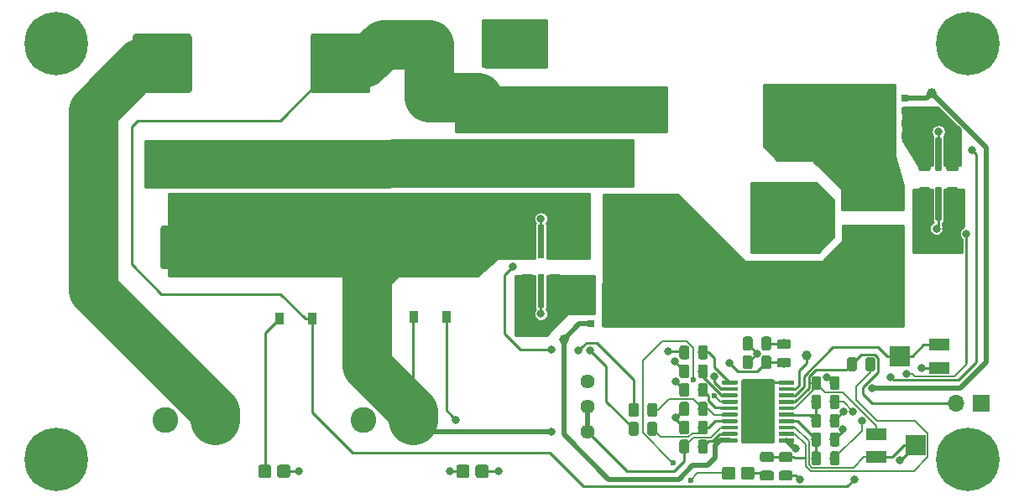
<source format=gbr>
G04 #@! TF.GenerationSoftware,KiCad,Pcbnew,(5.1.0-386-g9f189ca71)*
G04 #@! TF.CreationDate,2019-05-02T08:15:31+02:00*
G04 #@! TF.ProjectId,sepic,73657069-632e-46b6-9963-61645f706362,rev?*
G04 #@! TF.SameCoordinates,Original*
G04 #@! TF.FileFunction,Copper,L1,Top*
G04 #@! TF.FilePolarity,Positive*
%FSLAX46Y46*%
G04 Gerber Fmt 4.6, Leading zero omitted, Abs format (unit mm)*
G04 Created by KiCad (PCBNEW (5.1.0-386-g9f189ca71)) date 2019-05-02 08:15:31*
%MOMM*%
%LPD*%
G04 APERTURE LIST*
%ADD10C,0.150000*%
%ADD11C,6.000000*%
%ADD12C,2.600000*%
%ADD13R,2.600000X2.600000*%
%ADD14C,1.200000*%
%ADD15C,0.600000*%
%ADD16C,6.400000*%
%ADD17C,1.000000*%
%ADD18R,2.000000X1.300000*%
%ADD19R,2.000000X2.000000*%
%ADD20C,1.440000*%
%ADD21C,0.975000*%
%ADD22O,1.700000X1.700000*%
%ADD23R,1.700000X1.700000*%
%ADD24C,1.300000*%
%ADD25R,4.290000X4.500000*%
%ADD26R,0.800000X0.700000*%
%ADD27R,0.900000X1.200000*%
%ADD28C,1.250000*%
%ADD29C,2.500000*%
%ADD30R,2.500000X3.300000*%
%ADD31C,4.000000*%
%ADD32C,0.400000*%
%ADD33C,3.400000*%
%ADD34C,0.800000*%
%ADD35C,0.500000*%
%ADD36C,0.254000*%
%ADD37C,0.203200*%
%ADD38C,5.000000*%
G04 APERTURE END LIST*
D10*
G36*
X154337403Y-65001936D02*
G01*
X154376426Y-65007724D01*
X154414694Y-65017310D01*
X154451839Y-65030600D01*
X154487501Y-65047468D01*
X154521339Y-65067749D01*
X154553026Y-65091250D01*
X154582257Y-65117743D01*
X154608750Y-65146974D01*
X154632251Y-65178661D01*
X154652532Y-65212499D01*
X154669400Y-65248161D01*
X154682690Y-65285306D01*
X154692276Y-65323574D01*
X154698064Y-65362597D01*
X154700000Y-65402000D01*
X154700000Y-70598000D01*
X154698064Y-70637403D01*
X154692276Y-70676426D01*
X154682690Y-70714694D01*
X154669400Y-70751839D01*
X154652532Y-70787501D01*
X154632251Y-70821339D01*
X154608750Y-70853026D01*
X154582257Y-70882257D01*
X154553026Y-70908750D01*
X154521339Y-70932251D01*
X154487501Y-70952532D01*
X154451839Y-70969400D01*
X154414694Y-70982690D01*
X154376426Y-70992276D01*
X154337403Y-70998064D01*
X154298000Y-71000000D01*
X149102000Y-71000000D01*
X149062597Y-70998064D01*
X149023574Y-70992276D01*
X148985306Y-70982690D01*
X148948161Y-70969400D01*
X148912499Y-70952532D01*
X148878661Y-70932251D01*
X148846974Y-70908750D01*
X148817743Y-70882257D01*
X148791250Y-70853026D01*
X148767749Y-70821339D01*
X148747468Y-70787501D01*
X148730600Y-70751839D01*
X148717310Y-70714694D01*
X148707724Y-70676426D01*
X148701936Y-70637403D01*
X148700000Y-70598000D01*
X148700000Y-65402000D01*
X148701936Y-65362597D01*
X148707724Y-65323574D01*
X148717310Y-65285306D01*
X148730600Y-65248161D01*
X148747468Y-65212499D01*
X148767749Y-65178661D01*
X148791250Y-65146974D01*
X148817743Y-65117743D01*
X148846974Y-65091250D01*
X148878661Y-65067749D01*
X148912499Y-65047468D01*
X148948161Y-65030600D01*
X148985306Y-65017310D01*
X149023574Y-65007724D01*
X149062597Y-65001936D01*
X149102000Y-65000000D01*
X154298000Y-65000000D01*
X154337403Y-65001936D01*
X154337403Y-65001936D01*
G37*
D11*
X151700000Y-68000000D03*
D10*
G36*
X172521407Y-65000953D02*
G01*
X172540628Y-65003805D01*
X172559476Y-65008526D01*
X172577771Y-65015072D01*
X172595337Y-65023380D01*
X172612003Y-65033369D01*
X172627610Y-65044944D01*
X172642007Y-65057993D01*
X172655056Y-65072390D01*
X172666631Y-65087997D01*
X172676620Y-65104663D01*
X172684928Y-65122229D01*
X172691474Y-65140524D01*
X172696195Y-65159372D01*
X172699047Y-65178593D01*
X172700000Y-65198000D01*
X172700000Y-70802000D01*
X172699047Y-70821407D01*
X172696195Y-70840628D01*
X172691474Y-70859476D01*
X172684928Y-70877771D01*
X172676620Y-70895337D01*
X172666631Y-70912003D01*
X172655056Y-70927610D01*
X172642007Y-70942007D01*
X172627610Y-70955056D01*
X172612003Y-70966631D01*
X172595337Y-70976620D01*
X172577771Y-70984928D01*
X172559476Y-70991474D01*
X172540628Y-70996195D01*
X172521407Y-70999047D01*
X172502000Y-71000000D01*
X166898000Y-71000000D01*
X166878593Y-70999047D01*
X166859372Y-70996195D01*
X166840524Y-70991474D01*
X166822229Y-70984928D01*
X166804663Y-70976620D01*
X166787997Y-70966631D01*
X166772390Y-70955056D01*
X166757993Y-70942007D01*
X166744944Y-70927610D01*
X166733369Y-70912003D01*
X166723380Y-70895337D01*
X166715072Y-70877771D01*
X166708526Y-70859476D01*
X166703805Y-70840628D01*
X166700953Y-70821407D01*
X166700000Y-70802000D01*
X166700000Y-65198000D01*
X166700953Y-65178593D01*
X166703805Y-65159372D01*
X166708526Y-65140524D01*
X166715072Y-65122229D01*
X166723380Y-65104663D01*
X166733369Y-65087997D01*
X166744944Y-65072390D01*
X166757993Y-65057993D01*
X166772390Y-65044944D01*
X166787997Y-65033369D01*
X166804663Y-65023380D01*
X166822229Y-65015072D01*
X166840524Y-65008526D01*
X166859372Y-65003805D01*
X166878593Y-65000953D01*
X166898000Y-65000000D01*
X172502000Y-65000000D01*
X172521407Y-65000953D01*
X172521407Y-65000953D01*
G37*
D11*
X169700000Y-68000000D03*
D12*
X172000000Y-104000000D03*
D13*
X177000000Y-104000000D03*
D12*
X152000000Y-104000000D03*
D13*
X157000000Y-104000000D03*
D10*
G36*
X191699760Y-84301069D02*
G01*
X191721310Y-84304266D01*
X191742443Y-84309559D01*
X191762956Y-84316899D01*
X191782650Y-84326213D01*
X191801337Y-84337414D01*
X191818835Y-84350392D01*
X191834978Y-84365022D01*
X191849608Y-84381165D01*
X191862586Y-84398663D01*
X191873787Y-84417350D01*
X191883101Y-84437044D01*
X191890441Y-84457557D01*
X191895734Y-84478690D01*
X191898931Y-84500240D01*
X191900000Y-84522000D01*
X191900000Y-87478000D01*
X191898931Y-87499760D01*
X191895734Y-87521310D01*
X191890441Y-87542443D01*
X191883101Y-87562956D01*
X191873787Y-87582650D01*
X191862586Y-87601337D01*
X191849608Y-87618835D01*
X191834978Y-87634978D01*
X191818835Y-87649608D01*
X191801337Y-87662586D01*
X191782650Y-87673787D01*
X191762956Y-87683101D01*
X191742443Y-87690441D01*
X191721310Y-87695734D01*
X191699760Y-87698931D01*
X191678000Y-87700000D01*
X190922000Y-87700000D01*
X190900240Y-87698931D01*
X190878690Y-87695734D01*
X190857557Y-87690441D01*
X190837044Y-87683101D01*
X190817350Y-87673787D01*
X190798663Y-87662586D01*
X190781165Y-87649608D01*
X190765022Y-87634978D01*
X190750392Y-87618835D01*
X190737414Y-87601337D01*
X190726213Y-87582650D01*
X190716899Y-87562956D01*
X190709559Y-87542443D01*
X190704266Y-87521310D01*
X190701069Y-87499760D01*
X190700000Y-87478000D01*
X190700000Y-84522000D01*
X190701069Y-84500240D01*
X190704266Y-84478690D01*
X190709559Y-84457557D01*
X190716899Y-84437044D01*
X190726213Y-84417350D01*
X190737414Y-84398663D01*
X190750392Y-84381165D01*
X190765022Y-84365022D01*
X190781165Y-84350392D01*
X190798663Y-84337414D01*
X190817350Y-84326213D01*
X190837044Y-84316899D01*
X190857557Y-84309559D01*
X190878690Y-84304266D01*
X190900240Y-84301069D01*
X190922000Y-84300000D01*
X191678000Y-84300000D01*
X191699760Y-84301069D01*
X191699760Y-84301069D01*
G37*
D14*
X191300000Y-86000000D03*
D10*
G36*
X191699760Y-89301069D02*
G01*
X191721310Y-89304266D01*
X191742443Y-89309559D01*
X191762956Y-89316899D01*
X191782650Y-89326213D01*
X191801337Y-89337414D01*
X191818835Y-89350392D01*
X191834978Y-89365022D01*
X191849608Y-89381165D01*
X191862586Y-89398663D01*
X191873787Y-89417350D01*
X191883101Y-89437044D01*
X191890441Y-89457557D01*
X191895734Y-89478690D01*
X191898931Y-89500240D01*
X191900000Y-89522000D01*
X191900000Y-92478000D01*
X191898931Y-92499760D01*
X191895734Y-92521310D01*
X191890441Y-92542443D01*
X191883101Y-92562956D01*
X191873787Y-92582650D01*
X191862586Y-92601337D01*
X191849608Y-92618835D01*
X191834978Y-92634978D01*
X191818835Y-92649608D01*
X191801337Y-92662586D01*
X191782650Y-92673787D01*
X191762956Y-92683101D01*
X191742443Y-92690441D01*
X191721310Y-92695734D01*
X191699760Y-92698931D01*
X191678000Y-92700000D01*
X190922000Y-92700000D01*
X190900240Y-92698931D01*
X190878690Y-92695734D01*
X190857557Y-92690441D01*
X190837044Y-92683101D01*
X190817350Y-92673787D01*
X190798663Y-92662586D01*
X190781165Y-92649608D01*
X190765022Y-92634978D01*
X190750392Y-92618835D01*
X190737414Y-92601337D01*
X190726213Y-92582650D01*
X190716899Y-92562956D01*
X190709559Y-92542443D01*
X190704266Y-92521310D01*
X190701069Y-92499760D01*
X190700000Y-92478000D01*
X190700000Y-89522000D01*
X190701069Y-89500240D01*
X190704266Y-89478690D01*
X190709559Y-89457557D01*
X190716899Y-89437044D01*
X190726213Y-89417350D01*
X190737414Y-89398663D01*
X190750392Y-89381165D01*
X190765022Y-89365022D01*
X190781165Y-89350392D01*
X190798663Y-89337414D01*
X190817350Y-89326213D01*
X190837044Y-89316899D01*
X190857557Y-89309559D01*
X190878690Y-89304266D01*
X190900240Y-89301069D01*
X190922000Y-89300000D01*
X191678000Y-89300000D01*
X191699760Y-89301069D01*
X191699760Y-89301069D01*
G37*
D14*
X191300000Y-91000000D03*
D10*
G36*
X190099880Y-84300534D02*
G01*
X190110655Y-84302133D01*
X190121222Y-84304780D01*
X190131478Y-84308449D01*
X190141325Y-84313107D01*
X190150668Y-84318707D01*
X190159418Y-84325196D01*
X190167489Y-84332511D01*
X190174804Y-84340582D01*
X190181293Y-84349332D01*
X190186893Y-84358675D01*
X190191551Y-84368522D01*
X190195220Y-84378778D01*
X190197867Y-84389345D01*
X190199466Y-84400120D01*
X190200000Y-84411000D01*
X190200000Y-87589000D01*
X190199466Y-87599880D01*
X190197867Y-87610655D01*
X190195220Y-87621222D01*
X190191551Y-87631478D01*
X190186893Y-87641325D01*
X190181293Y-87650668D01*
X190174804Y-87659418D01*
X190167489Y-87667489D01*
X190159418Y-87674804D01*
X190150668Y-87681293D01*
X190141325Y-87686893D01*
X190131478Y-87691551D01*
X190121222Y-87695220D01*
X190110655Y-87697867D01*
X190099880Y-87699466D01*
X190089000Y-87700000D01*
X189711000Y-87700000D01*
X189700120Y-87699466D01*
X189689345Y-87697867D01*
X189678778Y-87695220D01*
X189668522Y-87691551D01*
X189658675Y-87686893D01*
X189649332Y-87681293D01*
X189640582Y-87674804D01*
X189632511Y-87667489D01*
X189625196Y-87659418D01*
X189618707Y-87650668D01*
X189613107Y-87641325D01*
X189608449Y-87631478D01*
X189604780Y-87621222D01*
X189602133Y-87610655D01*
X189600534Y-87599880D01*
X189600000Y-87589000D01*
X189600000Y-84411000D01*
X189600534Y-84400120D01*
X189602133Y-84389345D01*
X189604780Y-84378778D01*
X189608449Y-84368522D01*
X189613107Y-84358675D01*
X189618707Y-84349332D01*
X189625196Y-84340582D01*
X189632511Y-84332511D01*
X189640582Y-84325196D01*
X189649332Y-84318707D01*
X189658675Y-84313107D01*
X189668522Y-84308449D01*
X189678778Y-84304780D01*
X189689345Y-84302133D01*
X189700120Y-84300534D01*
X189711000Y-84300000D01*
X190089000Y-84300000D01*
X190099880Y-84300534D01*
X190099880Y-84300534D01*
G37*
D15*
X189900000Y-86000000D03*
D10*
G36*
X190099880Y-89300534D02*
G01*
X190110655Y-89302133D01*
X190121222Y-89304780D01*
X190131478Y-89308449D01*
X190141325Y-89313107D01*
X190150668Y-89318707D01*
X190159418Y-89325196D01*
X190167489Y-89332511D01*
X190174804Y-89340582D01*
X190181293Y-89349332D01*
X190186893Y-89358675D01*
X190191551Y-89368522D01*
X190195220Y-89378778D01*
X190197867Y-89389345D01*
X190199466Y-89400120D01*
X190200000Y-89411000D01*
X190200000Y-92589000D01*
X190199466Y-92599880D01*
X190197867Y-92610655D01*
X190195220Y-92621222D01*
X190191551Y-92631478D01*
X190186893Y-92641325D01*
X190181293Y-92650668D01*
X190174804Y-92659418D01*
X190167489Y-92667489D01*
X190159418Y-92674804D01*
X190150668Y-92681293D01*
X190141325Y-92686893D01*
X190131478Y-92691551D01*
X190121222Y-92695220D01*
X190110655Y-92697867D01*
X190099880Y-92699466D01*
X190089000Y-92700000D01*
X189711000Y-92700000D01*
X189700120Y-92699466D01*
X189689345Y-92697867D01*
X189678778Y-92695220D01*
X189668522Y-92691551D01*
X189658675Y-92686893D01*
X189649332Y-92681293D01*
X189640582Y-92674804D01*
X189632511Y-92667489D01*
X189625196Y-92659418D01*
X189618707Y-92650668D01*
X189613107Y-92641325D01*
X189608449Y-92631478D01*
X189604780Y-92621222D01*
X189602133Y-92610655D01*
X189600534Y-92599880D01*
X189600000Y-92589000D01*
X189600000Y-89411000D01*
X189600534Y-89400120D01*
X189602133Y-89389345D01*
X189604780Y-89378778D01*
X189608449Y-89368522D01*
X189613107Y-89358675D01*
X189618707Y-89349332D01*
X189625196Y-89340582D01*
X189632511Y-89332511D01*
X189640582Y-89325196D01*
X189649332Y-89318707D01*
X189658675Y-89313107D01*
X189668522Y-89308449D01*
X189678778Y-89304780D01*
X189689345Y-89302133D01*
X189700120Y-89300534D01*
X189711000Y-89300000D01*
X190089000Y-89300000D01*
X190099880Y-89300534D01*
X190099880Y-89300534D01*
G37*
D15*
X189900000Y-91000000D03*
D10*
G36*
X188899760Y-84301069D02*
G01*
X188921310Y-84304266D01*
X188942443Y-84309559D01*
X188962956Y-84316899D01*
X188982650Y-84326213D01*
X189001337Y-84337414D01*
X189018835Y-84350392D01*
X189034978Y-84365022D01*
X189049608Y-84381165D01*
X189062586Y-84398663D01*
X189073787Y-84417350D01*
X189083101Y-84437044D01*
X189090441Y-84457557D01*
X189095734Y-84478690D01*
X189098931Y-84500240D01*
X189100000Y-84522000D01*
X189100000Y-87478000D01*
X189098931Y-87499760D01*
X189095734Y-87521310D01*
X189090441Y-87542443D01*
X189083101Y-87562956D01*
X189073787Y-87582650D01*
X189062586Y-87601337D01*
X189049608Y-87618835D01*
X189034978Y-87634978D01*
X189018835Y-87649608D01*
X189001337Y-87662586D01*
X188982650Y-87673787D01*
X188962956Y-87683101D01*
X188942443Y-87690441D01*
X188921310Y-87695734D01*
X188899760Y-87698931D01*
X188878000Y-87700000D01*
X188122000Y-87700000D01*
X188100240Y-87698931D01*
X188078690Y-87695734D01*
X188057557Y-87690441D01*
X188037044Y-87683101D01*
X188017350Y-87673787D01*
X187998663Y-87662586D01*
X187981165Y-87649608D01*
X187965022Y-87634978D01*
X187950392Y-87618835D01*
X187937414Y-87601337D01*
X187926213Y-87582650D01*
X187916899Y-87562956D01*
X187909559Y-87542443D01*
X187904266Y-87521310D01*
X187901069Y-87499760D01*
X187900000Y-87478000D01*
X187900000Y-84522000D01*
X187901069Y-84500240D01*
X187904266Y-84478690D01*
X187909559Y-84457557D01*
X187916899Y-84437044D01*
X187926213Y-84417350D01*
X187937414Y-84398663D01*
X187950392Y-84381165D01*
X187965022Y-84365022D01*
X187981165Y-84350392D01*
X187998663Y-84337414D01*
X188017350Y-84326213D01*
X188037044Y-84316899D01*
X188057557Y-84309559D01*
X188078690Y-84304266D01*
X188100240Y-84301069D01*
X188122000Y-84300000D01*
X188878000Y-84300000D01*
X188899760Y-84301069D01*
X188899760Y-84301069D01*
G37*
D14*
X188500000Y-86000000D03*
D10*
G36*
X188899760Y-89301069D02*
G01*
X188921310Y-89304266D01*
X188942443Y-89309559D01*
X188962956Y-89316899D01*
X188982650Y-89326213D01*
X189001337Y-89337414D01*
X189018835Y-89350392D01*
X189034978Y-89365022D01*
X189049608Y-89381165D01*
X189062586Y-89398663D01*
X189073787Y-89417350D01*
X189083101Y-89437044D01*
X189090441Y-89457557D01*
X189095734Y-89478690D01*
X189098931Y-89500240D01*
X189100000Y-89522000D01*
X189100000Y-92478000D01*
X189098931Y-92499760D01*
X189095734Y-92521310D01*
X189090441Y-92542443D01*
X189083101Y-92562956D01*
X189073787Y-92582650D01*
X189062586Y-92601337D01*
X189049608Y-92618835D01*
X189034978Y-92634978D01*
X189018835Y-92649608D01*
X189001337Y-92662586D01*
X188982650Y-92673787D01*
X188962956Y-92683101D01*
X188942443Y-92690441D01*
X188921310Y-92695734D01*
X188899760Y-92698931D01*
X188878000Y-92700000D01*
X188122000Y-92700000D01*
X188100240Y-92698931D01*
X188078690Y-92695734D01*
X188057557Y-92690441D01*
X188037044Y-92683101D01*
X188017350Y-92673787D01*
X187998663Y-92662586D01*
X187981165Y-92649608D01*
X187965022Y-92634978D01*
X187950392Y-92618835D01*
X187937414Y-92601337D01*
X187926213Y-92582650D01*
X187916899Y-92562956D01*
X187909559Y-92542443D01*
X187904266Y-92521310D01*
X187901069Y-92499760D01*
X187900000Y-92478000D01*
X187900000Y-89522000D01*
X187901069Y-89500240D01*
X187904266Y-89478690D01*
X187909559Y-89457557D01*
X187916899Y-89437044D01*
X187926213Y-89417350D01*
X187937414Y-89398663D01*
X187950392Y-89381165D01*
X187965022Y-89365022D01*
X187981165Y-89350392D01*
X187998663Y-89337414D01*
X188017350Y-89326213D01*
X188037044Y-89316899D01*
X188057557Y-89309559D01*
X188078690Y-89304266D01*
X188100240Y-89301069D01*
X188122000Y-89300000D01*
X188878000Y-89300000D01*
X188899760Y-89301069D01*
X188899760Y-89301069D01*
G37*
D14*
X188500000Y-91000000D03*
D10*
G36*
X228999760Y-80501069D02*
G01*
X229021310Y-80504266D01*
X229042443Y-80509559D01*
X229062956Y-80516899D01*
X229082650Y-80526213D01*
X229101337Y-80537414D01*
X229118835Y-80550392D01*
X229134978Y-80565022D01*
X229149608Y-80581165D01*
X229162586Y-80598663D01*
X229173787Y-80617350D01*
X229183101Y-80637044D01*
X229190441Y-80657557D01*
X229195734Y-80678690D01*
X229198931Y-80700240D01*
X229200000Y-80722000D01*
X229200000Y-83678000D01*
X229198931Y-83699760D01*
X229195734Y-83721310D01*
X229190441Y-83742443D01*
X229183101Y-83762956D01*
X229173787Y-83782650D01*
X229162586Y-83801337D01*
X229149608Y-83818835D01*
X229134978Y-83834978D01*
X229118835Y-83849608D01*
X229101337Y-83862586D01*
X229082650Y-83873787D01*
X229062956Y-83883101D01*
X229042443Y-83890441D01*
X229021310Y-83895734D01*
X228999760Y-83898931D01*
X228978000Y-83900000D01*
X228222000Y-83900000D01*
X228200240Y-83898931D01*
X228178690Y-83895734D01*
X228157557Y-83890441D01*
X228137044Y-83883101D01*
X228117350Y-83873787D01*
X228098663Y-83862586D01*
X228081165Y-83849608D01*
X228065022Y-83834978D01*
X228050392Y-83818835D01*
X228037414Y-83801337D01*
X228026213Y-83782650D01*
X228016899Y-83762956D01*
X228009559Y-83742443D01*
X228004266Y-83721310D01*
X228001069Y-83699760D01*
X228000000Y-83678000D01*
X228000000Y-80722000D01*
X228001069Y-80700240D01*
X228004266Y-80678690D01*
X228009559Y-80657557D01*
X228016899Y-80637044D01*
X228026213Y-80617350D01*
X228037414Y-80598663D01*
X228050392Y-80581165D01*
X228065022Y-80565022D01*
X228081165Y-80550392D01*
X228098663Y-80537414D01*
X228117350Y-80526213D01*
X228137044Y-80516899D01*
X228157557Y-80509559D01*
X228178690Y-80504266D01*
X228200240Y-80501069D01*
X228222000Y-80500000D01*
X228978000Y-80500000D01*
X228999760Y-80501069D01*
X228999760Y-80501069D01*
G37*
D14*
X228600000Y-82200000D03*
D10*
G36*
X228999760Y-75501069D02*
G01*
X229021310Y-75504266D01*
X229042443Y-75509559D01*
X229062956Y-75516899D01*
X229082650Y-75526213D01*
X229101337Y-75537414D01*
X229118835Y-75550392D01*
X229134978Y-75565022D01*
X229149608Y-75581165D01*
X229162586Y-75598663D01*
X229173787Y-75617350D01*
X229183101Y-75637044D01*
X229190441Y-75657557D01*
X229195734Y-75678690D01*
X229198931Y-75700240D01*
X229200000Y-75722000D01*
X229200000Y-78678000D01*
X229198931Y-78699760D01*
X229195734Y-78721310D01*
X229190441Y-78742443D01*
X229183101Y-78762956D01*
X229173787Y-78782650D01*
X229162586Y-78801337D01*
X229149608Y-78818835D01*
X229134978Y-78834978D01*
X229118835Y-78849608D01*
X229101337Y-78862586D01*
X229082650Y-78873787D01*
X229062956Y-78883101D01*
X229042443Y-78890441D01*
X229021310Y-78895734D01*
X228999760Y-78898931D01*
X228978000Y-78900000D01*
X228222000Y-78900000D01*
X228200240Y-78898931D01*
X228178690Y-78895734D01*
X228157557Y-78890441D01*
X228137044Y-78883101D01*
X228117350Y-78873787D01*
X228098663Y-78862586D01*
X228081165Y-78849608D01*
X228065022Y-78834978D01*
X228050392Y-78818835D01*
X228037414Y-78801337D01*
X228026213Y-78782650D01*
X228016899Y-78762956D01*
X228009559Y-78742443D01*
X228004266Y-78721310D01*
X228001069Y-78699760D01*
X228000000Y-78678000D01*
X228000000Y-75722000D01*
X228001069Y-75700240D01*
X228004266Y-75678690D01*
X228009559Y-75657557D01*
X228016899Y-75637044D01*
X228026213Y-75617350D01*
X228037414Y-75598663D01*
X228050392Y-75581165D01*
X228065022Y-75565022D01*
X228081165Y-75550392D01*
X228098663Y-75537414D01*
X228117350Y-75526213D01*
X228137044Y-75516899D01*
X228157557Y-75509559D01*
X228178690Y-75504266D01*
X228200240Y-75501069D01*
X228222000Y-75500000D01*
X228978000Y-75500000D01*
X228999760Y-75501069D01*
X228999760Y-75501069D01*
G37*
D14*
X228600000Y-77200000D03*
D10*
G36*
X230199880Y-80500534D02*
G01*
X230210655Y-80502133D01*
X230221222Y-80504780D01*
X230231478Y-80508449D01*
X230241325Y-80513107D01*
X230250668Y-80518707D01*
X230259418Y-80525196D01*
X230267489Y-80532511D01*
X230274804Y-80540582D01*
X230281293Y-80549332D01*
X230286893Y-80558675D01*
X230291551Y-80568522D01*
X230295220Y-80578778D01*
X230297867Y-80589345D01*
X230299466Y-80600120D01*
X230300000Y-80611000D01*
X230300000Y-83789000D01*
X230299466Y-83799880D01*
X230297867Y-83810655D01*
X230295220Y-83821222D01*
X230291551Y-83831478D01*
X230286893Y-83841325D01*
X230281293Y-83850668D01*
X230274804Y-83859418D01*
X230267489Y-83867489D01*
X230259418Y-83874804D01*
X230250668Y-83881293D01*
X230241325Y-83886893D01*
X230231478Y-83891551D01*
X230221222Y-83895220D01*
X230210655Y-83897867D01*
X230199880Y-83899466D01*
X230189000Y-83900000D01*
X229811000Y-83900000D01*
X229800120Y-83899466D01*
X229789345Y-83897867D01*
X229778778Y-83895220D01*
X229768522Y-83891551D01*
X229758675Y-83886893D01*
X229749332Y-83881293D01*
X229740582Y-83874804D01*
X229732511Y-83867489D01*
X229725196Y-83859418D01*
X229718707Y-83850668D01*
X229713107Y-83841325D01*
X229708449Y-83831478D01*
X229704780Y-83821222D01*
X229702133Y-83810655D01*
X229700534Y-83799880D01*
X229700000Y-83789000D01*
X229700000Y-80611000D01*
X229700534Y-80600120D01*
X229702133Y-80589345D01*
X229704780Y-80578778D01*
X229708449Y-80568522D01*
X229713107Y-80558675D01*
X229718707Y-80549332D01*
X229725196Y-80540582D01*
X229732511Y-80532511D01*
X229740582Y-80525196D01*
X229749332Y-80518707D01*
X229758675Y-80513107D01*
X229768522Y-80508449D01*
X229778778Y-80504780D01*
X229789345Y-80502133D01*
X229800120Y-80500534D01*
X229811000Y-80500000D01*
X230189000Y-80500000D01*
X230199880Y-80500534D01*
X230199880Y-80500534D01*
G37*
D15*
X230000000Y-82200000D03*
D10*
G36*
X230199880Y-75500534D02*
G01*
X230210655Y-75502133D01*
X230221222Y-75504780D01*
X230231478Y-75508449D01*
X230241325Y-75513107D01*
X230250668Y-75518707D01*
X230259418Y-75525196D01*
X230267489Y-75532511D01*
X230274804Y-75540582D01*
X230281293Y-75549332D01*
X230286893Y-75558675D01*
X230291551Y-75568522D01*
X230295220Y-75578778D01*
X230297867Y-75589345D01*
X230299466Y-75600120D01*
X230300000Y-75611000D01*
X230300000Y-78789000D01*
X230299466Y-78799880D01*
X230297867Y-78810655D01*
X230295220Y-78821222D01*
X230291551Y-78831478D01*
X230286893Y-78841325D01*
X230281293Y-78850668D01*
X230274804Y-78859418D01*
X230267489Y-78867489D01*
X230259418Y-78874804D01*
X230250668Y-78881293D01*
X230241325Y-78886893D01*
X230231478Y-78891551D01*
X230221222Y-78895220D01*
X230210655Y-78897867D01*
X230199880Y-78899466D01*
X230189000Y-78900000D01*
X229811000Y-78900000D01*
X229800120Y-78899466D01*
X229789345Y-78897867D01*
X229778778Y-78895220D01*
X229768522Y-78891551D01*
X229758675Y-78886893D01*
X229749332Y-78881293D01*
X229740582Y-78874804D01*
X229732511Y-78867489D01*
X229725196Y-78859418D01*
X229718707Y-78850668D01*
X229713107Y-78841325D01*
X229708449Y-78831478D01*
X229704780Y-78821222D01*
X229702133Y-78810655D01*
X229700534Y-78799880D01*
X229700000Y-78789000D01*
X229700000Y-75611000D01*
X229700534Y-75600120D01*
X229702133Y-75589345D01*
X229704780Y-75578778D01*
X229708449Y-75568522D01*
X229713107Y-75558675D01*
X229718707Y-75549332D01*
X229725196Y-75540582D01*
X229732511Y-75532511D01*
X229740582Y-75525196D01*
X229749332Y-75518707D01*
X229758675Y-75513107D01*
X229768522Y-75508449D01*
X229778778Y-75504780D01*
X229789345Y-75502133D01*
X229800120Y-75500534D01*
X229811000Y-75500000D01*
X230189000Y-75500000D01*
X230199880Y-75500534D01*
X230199880Y-75500534D01*
G37*
D15*
X230000000Y-77200000D03*
D10*
G36*
X231799760Y-80501069D02*
G01*
X231821310Y-80504266D01*
X231842443Y-80509559D01*
X231862956Y-80516899D01*
X231882650Y-80526213D01*
X231901337Y-80537414D01*
X231918835Y-80550392D01*
X231934978Y-80565022D01*
X231949608Y-80581165D01*
X231962586Y-80598663D01*
X231973787Y-80617350D01*
X231983101Y-80637044D01*
X231990441Y-80657557D01*
X231995734Y-80678690D01*
X231998931Y-80700240D01*
X232000000Y-80722000D01*
X232000000Y-83678000D01*
X231998931Y-83699760D01*
X231995734Y-83721310D01*
X231990441Y-83742443D01*
X231983101Y-83762956D01*
X231973787Y-83782650D01*
X231962586Y-83801337D01*
X231949608Y-83818835D01*
X231934978Y-83834978D01*
X231918835Y-83849608D01*
X231901337Y-83862586D01*
X231882650Y-83873787D01*
X231862956Y-83883101D01*
X231842443Y-83890441D01*
X231821310Y-83895734D01*
X231799760Y-83898931D01*
X231778000Y-83900000D01*
X231022000Y-83900000D01*
X231000240Y-83898931D01*
X230978690Y-83895734D01*
X230957557Y-83890441D01*
X230937044Y-83883101D01*
X230917350Y-83873787D01*
X230898663Y-83862586D01*
X230881165Y-83849608D01*
X230865022Y-83834978D01*
X230850392Y-83818835D01*
X230837414Y-83801337D01*
X230826213Y-83782650D01*
X230816899Y-83762956D01*
X230809559Y-83742443D01*
X230804266Y-83721310D01*
X230801069Y-83699760D01*
X230800000Y-83678000D01*
X230800000Y-80722000D01*
X230801069Y-80700240D01*
X230804266Y-80678690D01*
X230809559Y-80657557D01*
X230816899Y-80637044D01*
X230826213Y-80617350D01*
X230837414Y-80598663D01*
X230850392Y-80581165D01*
X230865022Y-80565022D01*
X230881165Y-80550392D01*
X230898663Y-80537414D01*
X230917350Y-80526213D01*
X230937044Y-80516899D01*
X230957557Y-80509559D01*
X230978690Y-80504266D01*
X231000240Y-80501069D01*
X231022000Y-80500000D01*
X231778000Y-80500000D01*
X231799760Y-80501069D01*
X231799760Y-80501069D01*
G37*
D14*
X231400000Y-82200000D03*
D10*
G36*
X231799760Y-75501069D02*
G01*
X231821310Y-75504266D01*
X231842443Y-75509559D01*
X231862956Y-75516899D01*
X231882650Y-75526213D01*
X231901337Y-75537414D01*
X231918835Y-75550392D01*
X231934978Y-75565022D01*
X231949608Y-75581165D01*
X231962586Y-75598663D01*
X231973787Y-75617350D01*
X231983101Y-75637044D01*
X231990441Y-75657557D01*
X231995734Y-75678690D01*
X231998931Y-75700240D01*
X232000000Y-75722000D01*
X232000000Y-78678000D01*
X231998931Y-78699760D01*
X231995734Y-78721310D01*
X231990441Y-78742443D01*
X231983101Y-78762956D01*
X231973787Y-78782650D01*
X231962586Y-78801337D01*
X231949608Y-78818835D01*
X231934978Y-78834978D01*
X231918835Y-78849608D01*
X231901337Y-78862586D01*
X231882650Y-78873787D01*
X231862956Y-78883101D01*
X231842443Y-78890441D01*
X231821310Y-78895734D01*
X231799760Y-78898931D01*
X231778000Y-78900000D01*
X231022000Y-78900000D01*
X231000240Y-78898931D01*
X230978690Y-78895734D01*
X230957557Y-78890441D01*
X230937044Y-78883101D01*
X230917350Y-78873787D01*
X230898663Y-78862586D01*
X230881165Y-78849608D01*
X230865022Y-78834978D01*
X230850392Y-78818835D01*
X230837414Y-78801337D01*
X230826213Y-78782650D01*
X230816899Y-78762956D01*
X230809559Y-78742443D01*
X230804266Y-78721310D01*
X230801069Y-78699760D01*
X230800000Y-78678000D01*
X230800000Y-75722000D01*
X230801069Y-75700240D01*
X230804266Y-75678690D01*
X230809559Y-75657557D01*
X230816899Y-75637044D01*
X230826213Y-75617350D01*
X230837414Y-75598663D01*
X230850392Y-75581165D01*
X230865022Y-75565022D01*
X230881165Y-75550392D01*
X230898663Y-75537414D01*
X230917350Y-75526213D01*
X230937044Y-75516899D01*
X230957557Y-75509559D01*
X230978690Y-75504266D01*
X231000240Y-75501069D01*
X231022000Y-75500000D01*
X231778000Y-75500000D01*
X231799760Y-75501069D01*
X231799760Y-75501069D01*
G37*
D14*
X231400000Y-77200000D03*
D16*
X141000000Y-108000000D03*
X233000000Y-66000000D03*
X233000000Y-108000000D03*
X141000000Y-66000000D03*
D17*
X192200000Y-95900000D03*
X211600000Y-92400000D03*
X223500000Y-79300000D03*
X229300000Y-71000000D03*
X216700000Y-97550000D03*
D18*
X230100000Y-98750000D03*
D19*
X226100000Y-97600000D03*
D18*
X230100000Y-96450000D03*
D20*
X194600000Y-100120000D03*
X194600000Y-102660000D03*
X194600000Y-105200000D03*
D18*
X223700000Y-105450000D03*
D19*
X227700000Y-106600000D03*
D18*
X223700000Y-107750000D03*
D10*
G36*
X213180142Y-109151174D02*
G01*
X213203803Y-109154684D01*
X213227007Y-109160496D01*
X213249529Y-109168554D01*
X213271153Y-109178782D01*
X213291670Y-109191079D01*
X213310883Y-109205329D01*
X213328607Y-109221393D01*
X213344671Y-109239117D01*
X213358921Y-109258330D01*
X213371218Y-109278847D01*
X213381446Y-109300471D01*
X213389504Y-109322993D01*
X213395316Y-109346197D01*
X213398826Y-109369858D01*
X213400000Y-109393750D01*
X213400000Y-109881250D01*
X213398826Y-109905142D01*
X213395316Y-109928803D01*
X213389504Y-109952007D01*
X213381446Y-109974529D01*
X213371218Y-109996153D01*
X213358921Y-110016670D01*
X213344671Y-110035883D01*
X213328607Y-110053607D01*
X213310883Y-110069671D01*
X213291670Y-110083921D01*
X213271153Y-110096218D01*
X213249529Y-110106446D01*
X213227007Y-110114504D01*
X213203803Y-110120316D01*
X213180142Y-110123826D01*
X213156250Y-110125000D01*
X212243750Y-110125000D01*
X212219858Y-110123826D01*
X212196197Y-110120316D01*
X212172993Y-110114504D01*
X212150471Y-110106446D01*
X212128847Y-110096218D01*
X212108330Y-110083921D01*
X212089117Y-110069671D01*
X212071393Y-110053607D01*
X212055329Y-110035883D01*
X212041079Y-110016670D01*
X212028782Y-109996153D01*
X212018554Y-109974529D01*
X212010496Y-109952007D01*
X212004684Y-109928803D01*
X212001174Y-109905142D01*
X212000000Y-109881250D01*
X212000000Y-109393750D01*
X212001174Y-109369858D01*
X212004684Y-109346197D01*
X212010496Y-109322993D01*
X212018554Y-109300471D01*
X212028782Y-109278847D01*
X212041079Y-109258330D01*
X212055329Y-109239117D01*
X212071393Y-109221393D01*
X212089117Y-109205329D01*
X212108330Y-109191079D01*
X212128847Y-109178782D01*
X212150471Y-109168554D01*
X212172993Y-109160496D01*
X212196197Y-109154684D01*
X212219858Y-109151174D01*
X212243750Y-109150000D01*
X213156250Y-109150000D01*
X213180142Y-109151174D01*
X213180142Y-109151174D01*
G37*
D21*
X212700000Y-109637500D03*
D10*
G36*
X213180142Y-107276174D02*
G01*
X213203803Y-107279684D01*
X213227007Y-107285496D01*
X213249529Y-107293554D01*
X213271153Y-107303782D01*
X213291670Y-107316079D01*
X213310883Y-107330329D01*
X213328607Y-107346393D01*
X213344671Y-107364117D01*
X213358921Y-107383330D01*
X213371218Y-107403847D01*
X213381446Y-107425471D01*
X213389504Y-107447993D01*
X213395316Y-107471197D01*
X213398826Y-107494858D01*
X213400000Y-107518750D01*
X213400000Y-108006250D01*
X213398826Y-108030142D01*
X213395316Y-108053803D01*
X213389504Y-108077007D01*
X213381446Y-108099529D01*
X213371218Y-108121153D01*
X213358921Y-108141670D01*
X213344671Y-108160883D01*
X213328607Y-108178607D01*
X213310883Y-108194671D01*
X213291670Y-108208921D01*
X213271153Y-108221218D01*
X213249529Y-108231446D01*
X213227007Y-108239504D01*
X213203803Y-108245316D01*
X213180142Y-108248826D01*
X213156250Y-108250000D01*
X212243750Y-108250000D01*
X212219858Y-108248826D01*
X212196197Y-108245316D01*
X212172993Y-108239504D01*
X212150471Y-108231446D01*
X212128847Y-108221218D01*
X212108330Y-108208921D01*
X212089117Y-108194671D01*
X212071393Y-108178607D01*
X212055329Y-108160883D01*
X212041079Y-108141670D01*
X212028782Y-108121153D01*
X212018554Y-108099529D01*
X212010496Y-108077007D01*
X212004684Y-108053803D01*
X212001174Y-108030142D01*
X212000000Y-108006250D01*
X212000000Y-107518750D01*
X212001174Y-107494858D01*
X212004684Y-107471197D01*
X212010496Y-107447993D01*
X212018554Y-107425471D01*
X212028782Y-107403847D01*
X212041079Y-107383330D01*
X212055329Y-107364117D01*
X212071393Y-107346393D01*
X212089117Y-107330329D01*
X212108330Y-107316079D01*
X212128847Y-107303782D01*
X212150471Y-107293554D01*
X212172993Y-107285496D01*
X212196197Y-107279684D01*
X212219858Y-107276174D01*
X212243750Y-107275000D01*
X213156250Y-107275000D01*
X213180142Y-107276174D01*
X213180142Y-107276174D01*
G37*
D21*
X212700000Y-107762500D03*
D10*
G36*
X214880142Y-97751174D02*
G01*
X214903803Y-97754684D01*
X214927007Y-97760496D01*
X214949529Y-97768554D01*
X214971153Y-97778782D01*
X214991670Y-97791079D01*
X215010883Y-97805329D01*
X215028607Y-97821393D01*
X215044671Y-97839117D01*
X215058921Y-97858330D01*
X215071218Y-97878847D01*
X215081446Y-97900471D01*
X215089504Y-97922993D01*
X215095316Y-97946197D01*
X215098826Y-97969858D01*
X215100000Y-97993750D01*
X215100000Y-98481250D01*
X215098826Y-98505142D01*
X215095316Y-98528803D01*
X215089504Y-98552007D01*
X215081446Y-98574529D01*
X215071218Y-98596153D01*
X215058921Y-98616670D01*
X215044671Y-98635883D01*
X215028607Y-98653607D01*
X215010883Y-98669671D01*
X214991670Y-98683921D01*
X214971153Y-98696218D01*
X214949529Y-98706446D01*
X214927007Y-98714504D01*
X214903803Y-98720316D01*
X214880142Y-98723826D01*
X214856250Y-98725000D01*
X213943750Y-98725000D01*
X213919858Y-98723826D01*
X213896197Y-98720316D01*
X213872993Y-98714504D01*
X213850471Y-98706446D01*
X213828847Y-98696218D01*
X213808330Y-98683921D01*
X213789117Y-98669671D01*
X213771393Y-98653607D01*
X213755329Y-98635883D01*
X213741079Y-98616670D01*
X213728782Y-98596153D01*
X213718554Y-98574529D01*
X213710496Y-98552007D01*
X213704684Y-98528803D01*
X213701174Y-98505142D01*
X213700000Y-98481250D01*
X213700000Y-97993750D01*
X213701174Y-97969858D01*
X213704684Y-97946197D01*
X213710496Y-97922993D01*
X213718554Y-97900471D01*
X213728782Y-97878847D01*
X213741079Y-97858330D01*
X213755329Y-97839117D01*
X213771393Y-97821393D01*
X213789117Y-97805329D01*
X213808330Y-97791079D01*
X213828847Y-97778782D01*
X213850471Y-97768554D01*
X213872993Y-97760496D01*
X213896197Y-97754684D01*
X213919858Y-97751174D01*
X213943750Y-97750000D01*
X214856250Y-97750000D01*
X214880142Y-97751174D01*
X214880142Y-97751174D01*
G37*
D21*
X214400000Y-98237500D03*
D10*
G36*
X214880142Y-95876174D02*
G01*
X214903803Y-95879684D01*
X214927007Y-95885496D01*
X214949529Y-95893554D01*
X214971153Y-95903782D01*
X214991670Y-95916079D01*
X215010883Y-95930329D01*
X215028607Y-95946393D01*
X215044671Y-95964117D01*
X215058921Y-95983330D01*
X215071218Y-96003847D01*
X215081446Y-96025471D01*
X215089504Y-96047993D01*
X215095316Y-96071197D01*
X215098826Y-96094858D01*
X215100000Y-96118750D01*
X215100000Y-96606250D01*
X215098826Y-96630142D01*
X215095316Y-96653803D01*
X215089504Y-96677007D01*
X215081446Y-96699529D01*
X215071218Y-96721153D01*
X215058921Y-96741670D01*
X215044671Y-96760883D01*
X215028607Y-96778607D01*
X215010883Y-96794671D01*
X214991670Y-96808921D01*
X214971153Y-96821218D01*
X214949529Y-96831446D01*
X214927007Y-96839504D01*
X214903803Y-96845316D01*
X214880142Y-96848826D01*
X214856250Y-96850000D01*
X213943750Y-96850000D01*
X213919858Y-96848826D01*
X213896197Y-96845316D01*
X213872993Y-96839504D01*
X213850471Y-96831446D01*
X213828847Y-96821218D01*
X213808330Y-96808921D01*
X213789117Y-96794671D01*
X213771393Y-96778607D01*
X213755329Y-96760883D01*
X213741079Y-96741670D01*
X213728782Y-96721153D01*
X213718554Y-96699529D01*
X213710496Y-96677007D01*
X213704684Y-96653803D01*
X213701174Y-96630142D01*
X213700000Y-96606250D01*
X213700000Y-96118750D01*
X213701174Y-96094858D01*
X213704684Y-96071197D01*
X213710496Y-96047993D01*
X213718554Y-96025471D01*
X213728782Y-96003847D01*
X213741079Y-95983330D01*
X213755329Y-95964117D01*
X213771393Y-95946393D01*
X213789117Y-95930329D01*
X213808330Y-95916079D01*
X213828847Y-95903782D01*
X213850471Y-95893554D01*
X213872993Y-95885496D01*
X213896197Y-95879684D01*
X213919858Y-95876174D01*
X213943750Y-95875000D01*
X214856250Y-95875000D01*
X214880142Y-95876174D01*
X214880142Y-95876174D01*
G37*
D21*
X214400000Y-96362500D03*
D10*
G36*
X223405142Y-97701174D02*
G01*
X223428803Y-97704684D01*
X223452007Y-97710496D01*
X223474529Y-97718554D01*
X223496153Y-97728782D01*
X223516670Y-97741079D01*
X223535883Y-97755329D01*
X223553607Y-97771393D01*
X223569671Y-97789117D01*
X223583921Y-97808330D01*
X223596218Y-97828847D01*
X223606446Y-97850471D01*
X223614504Y-97872993D01*
X223620316Y-97896197D01*
X223623826Y-97919858D01*
X223625000Y-97943750D01*
X223625000Y-98856250D01*
X223623826Y-98880142D01*
X223620316Y-98903803D01*
X223614504Y-98927007D01*
X223606446Y-98949529D01*
X223596218Y-98971153D01*
X223583921Y-98991670D01*
X223569671Y-99010883D01*
X223553607Y-99028607D01*
X223535883Y-99044671D01*
X223516670Y-99058921D01*
X223496153Y-99071218D01*
X223474529Y-99081446D01*
X223452007Y-99089504D01*
X223428803Y-99095316D01*
X223405142Y-99098826D01*
X223381250Y-99100000D01*
X222893750Y-99100000D01*
X222869858Y-99098826D01*
X222846197Y-99095316D01*
X222822993Y-99089504D01*
X222800471Y-99081446D01*
X222778847Y-99071218D01*
X222758330Y-99058921D01*
X222739117Y-99044671D01*
X222721393Y-99028607D01*
X222705329Y-99010883D01*
X222691079Y-98991670D01*
X222678782Y-98971153D01*
X222668554Y-98949529D01*
X222660496Y-98927007D01*
X222654684Y-98903803D01*
X222651174Y-98880142D01*
X222650000Y-98856250D01*
X222650000Y-97943750D01*
X222651174Y-97919858D01*
X222654684Y-97896197D01*
X222660496Y-97872993D01*
X222668554Y-97850471D01*
X222678782Y-97828847D01*
X222691079Y-97808330D01*
X222705329Y-97789117D01*
X222721393Y-97771393D01*
X222739117Y-97755329D01*
X222758330Y-97741079D01*
X222778847Y-97728782D01*
X222800471Y-97718554D01*
X222822993Y-97710496D01*
X222846197Y-97704684D01*
X222869858Y-97701174D01*
X222893750Y-97700000D01*
X223381250Y-97700000D01*
X223405142Y-97701174D01*
X223405142Y-97701174D01*
G37*
D21*
X223137500Y-98400000D03*
D10*
G36*
X221530142Y-97701174D02*
G01*
X221553803Y-97704684D01*
X221577007Y-97710496D01*
X221599529Y-97718554D01*
X221621153Y-97728782D01*
X221641670Y-97741079D01*
X221660883Y-97755329D01*
X221678607Y-97771393D01*
X221694671Y-97789117D01*
X221708921Y-97808330D01*
X221721218Y-97828847D01*
X221731446Y-97850471D01*
X221739504Y-97872993D01*
X221745316Y-97896197D01*
X221748826Y-97919858D01*
X221750000Y-97943750D01*
X221750000Y-98856250D01*
X221748826Y-98880142D01*
X221745316Y-98903803D01*
X221739504Y-98927007D01*
X221731446Y-98949529D01*
X221721218Y-98971153D01*
X221708921Y-98991670D01*
X221694671Y-99010883D01*
X221678607Y-99028607D01*
X221660883Y-99044671D01*
X221641670Y-99058921D01*
X221621153Y-99071218D01*
X221599529Y-99081446D01*
X221577007Y-99089504D01*
X221553803Y-99095316D01*
X221530142Y-99098826D01*
X221506250Y-99100000D01*
X221018750Y-99100000D01*
X220994858Y-99098826D01*
X220971197Y-99095316D01*
X220947993Y-99089504D01*
X220925471Y-99081446D01*
X220903847Y-99071218D01*
X220883330Y-99058921D01*
X220864117Y-99044671D01*
X220846393Y-99028607D01*
X220830329Y-99010883D01*
X220816079Y-98991670D01*
X220803782Y-98971153D01*
X220793554Y-98949529D01*
X220785496Y-98927007D01*
X220779684Y-98903803D01*
X220776174Y-98880142D01*
X220775000Y-98856250D01*
X220775000Y-97943750D01*
X220776174Y-97919858D01*
X220779684Y-97896197D01*
X220785496Y-97872993D01*
X220793554Y-97850471D01*
X220803782Y-97828847D01*
X220816079Y-97808330D01*
X220830329Y-97789117D01*
X220846393Y-97771393D01*
X220864117Y-97755329D01*
X220883330Y-97741079D01*
X220903847Y-97728782D01*
X220925471Y-97718554D01*
X220947993Y-97710496D01*
X220971197Y-97704684D01*
X220994858Y-97701174D01*
X221018750Y-97700000D01*
X221506250Y-97700000D01*
X221530142Y-97701174D01*
X221530142Y-97701174D01*
G37*
D21*
X221262500Y-98400000D03*
D22*
X231800000Y-102300000D03*
D23*
X234340000Y-102300000D03*
D10*
G36*
X211199504Y-108751204D02*
G01*
X211223773Y-108754804D01*
X211247571Y-108760765D01*
X211270671Y-108769030D01*
X211292849Y-108779520D01*
X211313893Y-108792133D01*
X211333598Y-108806747D01*
X211351777Y-108823223D01*
X211368253Y-108841402D01*
X211382867Y-108861107D01*
X211395480Y-108882151D01*
X211405970Y-108904329D01*
X211414235Y-108927429D01*
X211420196Y-108951227D01*
X211423796Y-108975496D01*
X211425000Y-109000000D01*
X211425000Y-109800000D01*
X211423796Y-109824504D01*
X211420196Y-109848773D01*
X211414235Y-109872571D01*
X211405970Y-109895671D01*
X211395480Y-109917849D01*
X211382867Y-109938893D01*
X211368253Y-109958598D01*
X211351777Y-109976777D01*
X211333598Y-109993253D01*
X211313893Y-110007867D01*
X211292849Y-110020480D01*
X211270671Y-110030970D01*
X211247571Y-110039235D01*
X211223773Y-110045196D01*
X211199504Y-110048796D01*
X211175000Y-110050000D01*
X210350000Y-110050000D01*
X210325496Y-110048796D01*
X210301227Y-110045196D01*
X210277429Y-110039235D01*
X210254329Y-110030970D01*
X210232151Y-110020480D01*
X210211107Y-110007867D01*
X210191402Y-109993253D01*
X210173223Y-109976777D01*
X210156747Y-109958598D01*
X210142133Y-109938893D01*
X210129520Y-109917849D01*
X210119030Y-109895671D01*
X210110765Y-109872571D01*
X210104804Y-109848773D01*
X210101204Y-109824504D01*
X210100000Y-109800000D01*
X210100000Y-109000000D01*
X210101204Y-108975496D01*
X210104804Y-108951227D01*
X210110765Y-108927429D01*
X210119030Y-108904329D01*
X210129520Y-108882151D01*
X210142133Y-108861107D01*
X210156747Y-108841402D01*
X210173223Y-108823223D01*
X210191402Y-108806747D01*
X210211107Y-108792133D01*
X210232151Y-108779520D01*
X210254329Y-108769030D01*
X210277429Y-108760765D01*
X210301227Y-108754804D01*
X210325496Y-108751204D01*
X210350000Y-108750000D01*
X211175000Y-108750000D01*
X211199504Y-108751204D01*
X211199504Y-108751204D01*
G37*
D24*
X210762500Y-109400000D03*
D10*
G36*
X209274504Y-108751204D02*
G01*
X209298773Y-108754804D01*
X209322571Y-108760765D01*
X209345671Y-108769030D01*
X209367849Y-108779520D01*
X209388893Y-108792133D01*
X209408598Y-108806747D01*
X209426777Y-108823223D01*
X209443253Y-108841402D01*
X209457867Y-108861107D01*
X209470480Y-108882151D01*
X209480970Y-108904329D01*
X209489235Y-108927429D01*
X209495196Y-108951227D01*
X209498796Y-108975496D01*
X209500000Y-109000000D01*
X209500000Y-109800000D01*
X209498796Y-109824504D01*
X209495196Y-109848773D01*
X209489235Y-109872571D01*
X209480970Y-109895671D01*
X209470480Y-109917849D01*
X209457867Y-109938893D01*
X209443253Y-109958598D01*
X209426777Y-109976777D01*
X209408598Y-109993253D01*
X209388893Y-110007867D01*
X209367849Y-110020480D01*
X209345671Y-110030970D01*
X209322571Y-110039235D01*
X209298773Y-110045196D01*
X209274504Y-110048796D01*
X209250000Y-110050000D01*
X208425000Y-110050000D01*
X208400496Y-110048796D01*
X208376227Y-110045196D01*
X208352429Y-110039235D01*
X208329329Y-110030970D01*
X208307151Y-110020480D01*
X208286107Y-110007867D01*
X208266402Y-109993253D01*
X208248223Y-109976777D01*
X208231747Y-109958598D01*
X208217133Y-109938893D01*
X208204520Y-109917849D01*
X208194030Y-109895671D01*
X208185765Y-109872571D01*
X208179804Y-109848773D01*
X208176204Y-109824504D01*
X208175000Y-109800000D01*
X208175000Y-109000000D01*
X208176204Y-108975496D01*
X208179804Y-108951227D01*
X208185765Y-108927429D01*
X208194030Y-108904329D01*
X208204520Y-108882151D01*
X208217133Y-108861107D01*
X208231747Y-108841402D01*
X208248223Y-108823223D01*
X208266402Y-108806747D01*
X208286107Y-108792133D01*
X208307151Y-108779520D01*
X208329329Y-108769030D01*
X208352429Y-108760765D01*
X208376227Y-108754804D01*
X208400496Y-108751204D01*
X208425000Y-108750000D01*
X209250000Y-108750000D01*
X209274504Y-108751204D01*
X209274504Y-108751204D01*
G37*
D24*
X208837500Y-109400000D03*
D10*
G36*
X211030142Y-95601174D02*
G01*
X211053803Y-95604684D01*
X211077007Y-95610496D01*
X211099529Y-95618554D01*
X211121153Y-95628782D01*
X211141670Y-95641079D01*
X211160883Y-95655329D01*
X211178607Y-95671393D01*
X211194671Y-95689117D01*
X211208921Y-95708330D01*
X211221218Y-95728847D01*
X211231446Y-95750471D01*
X211239504Y-95772993D01*
X211245316Y-95796197D01*
X211248826Y-95819858D01*
X211250000Y-95843750D01*
X211250000Y-96756250D01*
X211248826Y-96780142D01*
X211245316Y-96803803D01*
X211239504Y-96827007D01*
X211231446Y-96849529D01*
X211221218Y-96871153D01*
X211208921Y-96891670D01*
X211194671Y-96910883D01*
X211178607Y-96928607D01*
X211160883Y-96944671D01*
X211141670Y-96958921D01*
X211121153Y-96971218D01*
X211099529Y-96981446D01*
X211077007Y-96989504D01*
X211053803Y-96995316D01*
X211030142Y-96998826D01*
X211006250Y-97000000D01*
X210518750Y-97000000D01*
X210494858Y-96998826D01*
X210471197Y-96995316D01*
X210447993Y-96989504D01*
X210425471Y-96981446D01*
X210403847Y-96971218D01*
X210383330Y-96958921D01*
X210364117Y-96944671D01*
X210346393Y-96928607D01*
X210330329Y-96910883D01*
X210316079Y-96891670D01*
X210303782Y-96871153D01*
X210293554Y-96849529D01*
X210285496Y-96827007D01*
X210279684Y-96803803D01*
X210276174Y-96780142D01*
X210275000Y-96756250D01*
X210275000Y-95843750D01*
X210276174Y-95819858D01*
X210279684Y-95796197D01*
X210285496Y-95772993D01*
X210293554Y-95750471D01*
X210303782Y-95728847D01*
X210316079Y-95708330D01*
X210330329Y-95689117D01*
X210346393Y-95671393D01*
X210364117Y-95655329D01*
X210383330Y-95641079D01*
X210403847Y-95628782D01*
X210425471Y-95618554D01*
X210447993Y-95610496D01*
X210471197Y-95604684D01*
X210494858Y-95601174D01*
X210518750Y-95600000D01*
X211006250Y-95600000D01*
X211030142Y-95601174D01*
X211030142Y-95601174D01*
G37*
D21*
X210762500Y-96300000D03*
D10*
G36*
X212905142Y-95601174D02*
G01*
X212928803Y-95604684D01*
X212952007Y-95610496D01*
X212974529Y-95618554D01*
X212996153Y-95628782D01*
X213016670Y-95641079D01*
X213035883Y-95655329D01*
X213053607Y-95671393D01*
X213069671Y-95689117D01*
X213083921Y-95708330D01*
X213096218Y-95728847D01*
X213106446Y-95750471D01*
X213114504Y-95772993D01*
X213120316Y-95796197D01*
X213123826Y-95819858D01*
X213125000Y-95843750D01*
X213125000Y-96756250D01*
X213123826Y-96780142D01*
X213120316Y-96803803D01*
X213114504Y-96827007D01*
X213106446Y-96849529D01*
X213096218Y-96871153D01*
X213083921Y-96891670D01*
X213069671Y-96910883D01*
X213053607Y-96928607D01*
X213035883Y-96944671D01*
X213016670Y-96958921D01*
X212996153Y-96971218D01*
X212974529Y-96981446D01*
X212952007Y-96989504D01*
X212928803Y-96995316D01*
X212905142Y-96998826D01*
X212881250Y-97000000D01*
X212393750Y-97000000D01*
X212369858Y-96998826D01*
X212346197Y-96995316D01*
X212322993Y-96989504D01*
X212300471Y-96981446D01*
X212278847Y-96971218D01*
X212258330Y-96958921D01*
X212239117Y-96944671D01*
X212221393Y-96928607D01*
X212205329Y-96910883D01*
X212191079Y-96891670D01*
X212178782Y-96871153D01*
X212168554Y-96849529D01*
X212160496Y-96827007D01*
X212154684Y-96803803D01*
X212151174Y-96780142D01*
X212150000Y-96756250D01*
X212150000Y-95843750D01*
X212151174Y-95819858D01*
X212154684Y-95796197D01*
X212160496Y-95772993D01*
X212168554Y-95750471D01*
X212178782Y-95728847D01*
X212191079Y-95708330D01*
X212205329Y-95689117D01*
X212221393Y-95671393D01*
X212239117Y-95655329D01*
X212258330Y-95641079D01*
X212278847Y-95628782D01*
X212300471Y-95618554D01*
X212322993Y-95610496D01*
X212346197Y-95604684D01*
X212369858Y-95601174D01*
X212393750Y-95600000D01*
X212881250Y-95600000D01*
X212905142Y-95601174D01*
X212905142Y-95601174D01*
G37*
D21*
X212637500Y-96300000D03*
D10*
G36*
X211030142Y-97501174D02*
G01*
X211053803Y-97504684D01*
X211077007Y-97510496D01*
X211099529Y-97518554D01*
X211121153Y-97528782D01*
X211141670Y-97541079D01*
X211160883Y-97555329D01*
X211178607Y-97571393D01*
X211194671Y-97589117D01*
X211208921Y-97608330D01*
X211221218Y-97628847D01*
X211231446Y-97650471D01*
X211239504Y-97672993D01*
X211245316Y-97696197D01*
X211248826Y-97719858D01*
X211250000Y-97743750D01*
X211250000Y-98656250D01*
X211248826Y-98680142D01*
X211245316Y-98703803D01*
X211239504Y-98727007D01*
X211231446Y-98749529D01*
X211221218Y-98771153D01*
X211208921Y-98791670D01*
X211194671Y-98810883D01*
X211178607Y-98828607D01*
X211160883Y-98844671D01*
X211141670Y-98858921D01*
X211121153Y-98871218D01*
X211099529Y-98881446D01*
X211077007Y-98889504D01*
X211053803Y-98895316D01*
X211030142Y-98898826D01*
X211006250Y-98900000D01*
X210518750Y-98900000D01*
X210494858Y-98898826D01*
X210471197Y-98895316D01*
X210447993Y-98889504D01*
X210425471Y-98881446D01*
X210403847Y-98871218D01*
X210383330Y-98858921D01*
X210364117Y-98844671D01*
X210346393Y-98828607D01*
X210330329Y-98810883D01*
X210316079Y-98791670D01*
X210303782Y-98771153D01*
X210293554Y-98749529D01*
X210285496Y-98727007D01*
X210279684Y-98703803D01*
X210276174Y-98680142D01*
X210275000Y-98656250D01*
X210275000Y-97743750D01*
X210276174Y-97719858D01*
X210279684Y-97696197D01*
X210285496Y-97672993D01*
X210293554Y-97650471D01*
X210303782Y-97628847D01*
X210316079Y-97608330D01*
X210330329Y-97589117D01*
X210346393Y-97571393D01*
X210364117Y-97555329D01*
X210383330Y-97541079D01*
X210403847Y-97528782D01*
X210425471Y-97518554D01*
X210447993Y-97510496D01*
X210471197Y-97504684D01*
X210494858Y-97501174D01*
X210518750Y-97500000D01*
X211006250Y-97500000D01*
X211030142Y-97501174D01*
X211030142Y-97501174D01*
G37*
D21*
X210762500Y-98200000D03*
D10*
G36*
X212905142Y-97501174D02*
G01*
X212928803Y-97504684D01*
X212952007Y-97510496D01*
X212974529Y-97518554D01*
X212996153Y-97528782D01*
X213016670Y-97541079D01*
X213035883Y-97555329D01*
X213053607Y-97571393D01*
X213069671Y-97589117D01*
X213083921Y-97608330D01*
X213096218Y-97628847D01*
X213106446Y-97650471D01*
X213114504Y-97672993D01*
X213120316Y-97696197D01*
X213123826Y-97719858D01*
X213125000Y-97743750D01*
X213125000Y-98656250D01*
X213123826Y-98680142D01*
X213120316Y-98703803D01*
X213114504Y-98727007D01*
X213106446Y-98749529D01*
X213096218Y-98771153D01*
X213083921Y-98791670D01*
X213069671Y-98810883D01*
X213053607Y-98828607D01*
X213035883Y-98844671D01*
X213016670Y-98858921D01*
X212996153Y-98871218D01*
X212974529Y-98881446D01*
X212952007Y-98889504D01*
X212928803Y-98895316D01*
X212905142Y-98898826D01*
X212881250Y-98900000D01*
X212393750Y-98900000D01*
X212369858Y-98898826D01*
X212346197Y-98895316D01*
X212322993Y-98889504D01*
X212300471Y-98881446D01*
X212278847Y-98871218D01*
X212258330Y-98858921D01*
X212239117Y-98844671D01*
X212221393Y-98828607D01*
X212205329Y-98810883D01*
X212191079Y-98791670D01*
X212178782Y-98771153D01*
X212168554Y-98749529D01*
X212160496Y-98727007D01*
X212154684Y-98703803D01*
X212151174Y-98680142D01*
X212150000Y-98656250D01*
X212150000Y-97743750D01*
X212151174Y-97719858D01*
X212154684Y-97696197D01*
X212160496Y-97672993D01*
X212168554Y-97650471D01*
X212178782Y-97628847D01*
X212191079Y-97608330D01*
X212205329Y-97589117D01*
X212221393Y-97571393D01*
X212239117Y-97555329D01*
X212258330Y-97541079D01*
X212278847Y-97528782D01*
X212300471Y-97518554D01*
X212322993Y-97510496D01*
X212346197Y-97504684D01*
X212369858Y-97501174D01*
X212393750Y-97500000D01*
X212881250Y-97500000D01*
X212905142Y-97501174D01*
X212905142Y-97501174D01*
G37*
D21*
X212637500Y-98200000D03*
D10*
G36*
X204630142Y-106001174D02*
G01*
X204653803Y-106004684D01*
X204677007Y-106010496D01*
X204699529Y-106018554D01*
X204721153Y-106028782D01*
X204741670Y-106041079D01*
X204760883Y-106055329D01*
X204778607Y-106071393D01*
X204794671Y-106089117D01*
X204808921Y-106108330D01*
X204821218Y-106128847D01*
X204831446Y-106150471D01*
X204839504Y-106172993D01*
X204845316Y-106196197D01*
X204848826Y-106219858D01*
X204850000Y-106243750D01*
X204850000Y-107156250D01*
X204848826Y-107180142D01*
X204845316Y-107203803D01*
X204839504Y-107227007D01*
X204831446Y-107249529D01*
X204821218Y-107271153D01*
X204808921Y-107291670D01*
X204794671Y-107310883D01*
X204778607Y-107328607D01*
X204760883Y-107344671D01*
X204741670Y-107358921D01*
X204721153Y-107371218D01*
X204699529Y-107381446D01*
X204677007Y-107389504D01*
X204653803Y-107395316D01*
X204630142Y-107398826D01*
X204606250Y-107400000D01*
X204118750Y-107400000D01*
X204094858Y-107398826D01*
X204071197Y-107395316D01*
X204047993Y-107389504D01*
X204025471Y-107381446D01*
X204003847Y-107371218D01*
X203983330Y-107358921D01*
X203964117Y-107344671D01*
X203946393Y-107328607D01*
X203930329Y-107310883D01*
X203916079Y-107291670D01*
X203903782Y-107271153D01*
X203893554Y-107249529D01*
X203885496Y-107227007D01*
X203879684Y-107203803D01*
X203876174Y-107180142D01*
X203875000Y-107156250D01*
X203875000Y-106243750D01*
X203876174Y-106219858D01*
X203879684Y-106196197D01*
X203885496Y-106172993D01*
X203893554Y-106150471D01*
X203903782Y-106128847D01*
X203916079Y-106108330D01*
X203930329Y-106089117D01*
X203946393Y-106071393D01*
X203964117Y-106055329D01*
X203983330Y-106041079D01*
X204003847Y-106028782D01*
X204025471Y-106018554D01*
X204047993Y-106010496D01*
X204071197Y-106004684D01*
X204094858Y-106001174D01*
X204118750Y-106000000D01*
X204606250Y-106000000D01*
X204630142Y-106001174D01*
X204630142Y-106001174D01*
G37*
D21*
X204362500Y-106700000D03*
D10*
G36*
X206505142Y-106001174D02*
G01*
X206528803Y-106004684D01*
X206552007Y-106010496D01*
X206574529Y-106018554D01*
X206596153Y-106028782D01*
X206616670Y-106041079D01*
X206635883Y-106055329D01*
X206653607Y-106071393D01*
X206669671Y-106089117D01*
X206683921Y-106108330D01*
X206696218Y-106128847D01*
X206706446Y-106150471D01*
X206714504Y-106172993D01*
X206720316Y-106196197D01*
X206723826Y-106219858D01*
X206725000Y-106243750D01*
X206725000Y-107156250D01*
X206723826Y-107180142D01*
X206720316Y-107203803D01*
X206714504Y-107227007D01*
X206706446Y-107249529D01*
X206696218Y-107271153D01*
X206683921Y-107291670D01*
X206669671Y-107310883D01*
X206653607Y-107328607D01*
X206635883Y-107344671D01*
X206616670Y-107358921D01*
X206596153Y-107371218D01*
X206574529Y-107381446D01*
X206552007Y-107389504D01*
X206528803Y-107395316D01*
X206505142Y-107398826D01*
X206481250Y-107400000D01*
X205993750Y-107400000D01*
X205969858Y-107398826D01*
X205946197Y-107395316D01*
X205922993Y-107389504D01*
X205900471Y-107381446D01*
X205878847Y-107371218D01*
X205858330Y-107358921D01*
X205839117Y-107344671D01*
X205821393Y-107328607D01*
X205805329Y-107310883D01*
X205791079Y-107291670D01*
X205778782Y-107271153D01*
X205768554Y-107249529D01*
X205760496Y-107227007D01*
X205754684Y-107203803D01*
X205751174Y-107180142D01*
X205750000Y-107156250D01*
X205750000Y-106243750D01*
X205751174Y-106219858D01*
X205754684Y-106196197D01*
X205760496Y-106172993D01*
X205768554Y-106150471D01*
X205778782Y-106128847D01*
X205791079Y-106108330D01*
X205805329Y-106089117D01*
X205821393Y-106071393D01*
X205839117Y-106055329D01*
X205858330Y-106041079D01*
X205878847Y-106028782D01*
X205900471Y-106018554D01*
X205922993Y-106010496D01*
X205946197Y-106004684D01*
X205969858Y-106001174D01*
X205993750Y-106000000D01*
X206481250Y-106000000D01*
X206505142Y-106001174D01*
X206505142Y-106001174D01*
G37*
D21*
X206237500Y-106700000D03*
D10*
G36*
X204630142Y-98401174D02*
G01*
X204653803Y-98404684D01*
X204677007Y-98410496D01*
X204699529Y-98418554D01*
X204721153Y-98428782D01*
X204741670Y-98441079D01*
X204760883Y-98455329D01*
X204778607Y-98471393D01*
X204794671Y-98489117D01*
X204808921Y-98508330D01*
X204821218Y-98528847D01*
X204831446Y-98550471D01*
X204839504Y-98572993D01*
X204845316Y-98596197D01*
X204848826Y-98619858D01*
X204850000Y-98643750D01*
X204850000Y-99556250D01*
X204848826Y-99580142D01*
X204845316Y-99603803D01*
X204839504Y-99627007D01*
X204831446Y-99649529D01*
X204821218Y-99671153D01*
X204808921Y-99691670D01*
X204794671Y-99710883D01*
X204778607Y-99728607D01*
X204760883Y-99744671D01*
X204741670Y-99758921D01*
X204721153Y-99771218D01*
X204699529Y-99781446D01*
X204677007Y-99789504D01*
X204653803Y-99795316D01*
X204630142Y-99798826D01*
X204606250Y-99800000D01*
X204118750Y-99800000D01*
X204094858Y-99798826D01*
X204071197Y-99795316D01*
X204047993Y-99789504D01*
X204025471Y-99781446D01*
X204003847Y-99771218D01*
X203983330Y-99758921D01*
X203964117Y-99744671D01*
X203946393Y-99728607D01*
X203930329Y-99710883D01*
X203916079Y-99691670D01*
X203903782Y-99671153D01*
X203893554Y-99649529D01*
X203885496Y-99627007D01*
X203879684Y-99603803D01*
X203876174Y-99580142D01*
X203875000Y-99556250D01*
X203875000Y-98643750D01*
X203876174Y-98619858D01*
X203879684Y-98596197D01*
X203885496Y-98572993D01*
X203893554Y-98550471D01*
X203903782Y-98528847D01*
X203916079Y-98508330D01*
X203930329Y-98489117D01*
X203946393Y-98471393D01*
X203964117Y-98455329D01*
X203983330Y-98441079D01*
X204003847Y-98428782D01*
X204025471Y-98418554D01*
X204047993Y-98410496D01*
X204071197Y-98404684D01*
X204094858Y-98401174D01*
X204118750Y-98400000D01*
X204606250Y-98400000D01*
X204630142Y-98401174D01*
X204630142Y-98401174D01*
G37*
D21*
X204362500Y-99100000D03*
D10*
G36*
X206505142Y-98401174D02*
G01*
X206528803Y-98404684D01*
X206552007Y-98410496D01*
X206574529Y-98418554D01*
X206596153Y-98428782D01*
X206616670Y-98441079D01*
X206635883Y-98455329D01*
X206653607Y-98471393D01*
X206669671Y-98489117D01*
X206683921Y-98508330D01*
X206696218Y-98528847D01*
X206706446Y-98550471D01*
X206714504Y-98572993D01*
X206720316Y-98596197D01*
X206723826Y-98619858D01*
X206725000Y-98643750D01*
X206725000Y-99556250D01*
X206723826Y-99580142D01*
X206720316Y-99603803D01*
X206714504Y-99627007D01*
X206706446Y-99649529D01*
X206696218Y-99671153D01*
X206683921Y-99691670D01*
X206669671Y-99710883D01*
X206653607Y-99728607D01*
X206635883Y-99744671D01*
X206616670Y-99758921D01*
X206596153Y-99771218D01*
X206574529Y-99781446D01*
X206552007Y-99789504D01*
X206528803Y-99795316D01*
X206505142Y-99798826D01*
X206481250Y-99800000D01*
X205993750Y-99800000D01*
X205969858Y-99798826D01*
X205946197Y-99795316D01*
X205922993Y-99789504D01*
X205900471Y-99781446D01*
X205878847Y-99771218D01*
X205858330Y-99758921D01*
X205839117Y-99744671D01*
X205821393Y-99728607D01*
X205805329Y-99710883D01*
X205791079Y-99691670D01*
X205778782Y-99671153D01*
X205768554Y-99649529D01*
X205760496Y-99627007D01*
X205754684Y-99603803D01*
X205751174Y-99580142D01*
X205750000Y-99556250D01*
X205750000Y-98643750D01*
X205751174Y-98619858D01*
X205754684Y-98596197D01*
X205760496Y-98572993D01*
X205768554Y-98550471D01*
X205778782Y-98528847D01*
X205791079Y-98508330D01*
X205805329Y-98489117D01*
X205821393Y-98471393D01*
X205839117Y-98455329D01*
X205858330Y-98441079D01*
X205878847Y-98428782D01*
X205900471Y-98418554D01*
X205922993Y-98410496D01*
X205946197Y-98404684D01*
X205969858Y-98401174D01*
X205993750Y-98400000D01*
X206481250Y-98400000D01*
X206505142Y-98401174D01*
X206505142Y-98401174D01*
G37*
D21*
X206237500Y-99100000D03*
D10*
G36*
X204630142Y-100301174D02*
G01*
X204653803Y-100304684D01*
X204677007Y-100310496D01*
X204699529Y-100318554D01*
X204721153Y-100328782D01*
X204741670Y-100341079D01*
X204760883Y-100355329D01*
X204778607Y-100371393D01*
X204794671Y-100389117D01*
X204808921Y-100408330D01*
X204821218Y-100428847D01*
X204831446Y-100450471D01*
X204839504Y-100472993D01*
X204845316Y-100496197D01*
X204848826Y-100519858D01*
X204850000Y-100543750D01*
X204850000Y-101456250D01*
X204848826Y-101480142D01*
X204845316Y-101503803D01*
X204839504Y-101527007D01*
X204831446Y-101549529D01*
X204821218Y-101571153D01*
X204808921Y-101591670D01*
X204794671Y-101610883D01*
X204778607Y-101628607D01*
X204760883Y-101644671D01*
X204741670Y-101658921D01*
X204721153Y-101671218D01*
X204699529Y-101681446D01*
X204677007Y-101689504D01*
X204653803Y-101695316D01*
X204630142Y-101698826D01*
X204606250Y-101700000D01*
X204118750Y-101700000D01*
X204094858Y-101698826D01*
X204071197Y-101695316D01*
X204047993Y-101689504D01*
X204025471Y-101681446D01*
X204003847Y-101671218D01*
X203983330Y-101658921D01*
X203964117Y-101644671D01*
X203946393Y-101628607D01*
X203930329Y-101610883D01*
X203916079Y-101591670D01*
X203903782Y-101571153D01*
X203893554Y-101549529D01*
X203885496Y-101527007D01*
X203879684Y-101503803D01*
X203876174Y-101480142D01*
X203875000Y-101456250D01*
X203875000Y-100543750D01*
X203876174Y-100519858D01*
X203879684Y-100496197D01*
X203885496Y-100472993D01*
X203893554Y-100450471D01*
X203903782Y-100428847D01*
X203916079Y-100408330D01*
X203930329Y-100389117D01*
X203946393Y-100371393D01*
X203964117Y-100355329D01*
X203983330Y-100341079D01*
X204003847Y-100328782D01*
X204025471Y-100318554D01*
X204047993Y-100310496D01*
X204071197Y-100304684D01*
X204094858Y-100301174D01*
X204118750Y-100300000D01*
X204606250Y-100300000D01*
X204630142Y-100301174D01*
X204630142Y-100301174D01*
G37*
D21*
X204362500Y-101000000D03*
D10*
G36*
X206505142Y-100301174D02*
G01*
X206528803Y-100304684D01*
X206552007Y-100310496D01*
X206574529Y-100318554D01*
X206596153Y-100328782D01*
X206616670Y-100341079D01*
X206635883Y-100355329D01*
X206653607Y-100371393D01*
X206669671Y-100389117D01*
X206683921Y-100408330D01*
X206696218Y-100428847D01*
X206706446Y-100450471D01*
X206714504Y-100472993D01*
X206720316Y-100496197D01*
X206723826Y-100519858D01*
X206725000Y-100543750D01*
X206725000Y-101456250D01*
X206723826Y-101480142D01*
X206720316Y-101503803D01*
X206714504Y-101527007D01*
X206706446Y-101549529D01*
X206696218Y-101571153D01*
X206683921Y-101591670D01*
X206669671Y-101610883D01*
X206653607Y-101628607D01*
X206635883Y-101644671D01*
X206616670Y-101658921D01*
X206596153Y-101671218D01*
X206574529Y-101681446D01*
X206552007Y-101689504D01*
X206528803Y-101695316D01*
X206505142Y-101698826D01*
X206481250Y-101700000D01*
X205993750Y-101700000D01*
X205969858Y-101698826D01*
X205946197Y-101695316D01*
X205922993Y-101689504D01*
X205900471Y-101681446D01*
X205878847Y-101671218D01*
X205858330Y-101658921D01*
X205839117Y-101644671D01*
X205821393Y-101628607D01*
X205805329Y-101610883D01*
X205791079Y-101591670D01*
X205778782Y-101571153D01*
X205768554Y-101549529D01*
X205760496Y-101527007D01*
X205754684Y-101503803D01*
X205751174Y-101480142D01*
X205750000Y-101456250D01*
X205750000Y-100543750D01*
X205751174Y-100519858D01*
X205754684Y-100496197D01*
X205760496Y-100472993D01*
X205768554Y-100450471D01*
X205778782Y-100428847D01*
X205791079Y-100408330D01*
X205805329Y-100389117D01*
X205821393Y-100371393D01*
X205839117Y-100355329D01*
X205858330Y-100341079D01*
X205878847Y-100328782D01*
X205900471Y-100318554D01*
X205922993Y-100310496D01*
X205946197Y-100304684D01*
X205969858Y-100301174D01*
X205993750Y-100300000D01*
X206481250Y-100300000D01*
X206505142Y-100301174D01*
X206505142Y-100301174D01*
G37*
D21*
X206237500Y-101000000D03*
D10*
G36*
X215080142Y-109151174D02*
G01*
X215103803Y-109154684D01*
X215127007Y-109160496D01*
X215149529Y-109168554D01*
X215171153Y-109178782D01*
X215191670Y-109191079D01*
X215210883Y-109205329D01*
X215228607Y-109221393D01*
X215244671Y-109239117D01*
X215258921Y-109258330D01*
X215271218Y-109278847D01*
X215281446Y-109300471D01*
X215289504Y-109322993D01*
X215295316Y-109346197D01*
X215298826Y-109369858D01*
X215300000Y-109393750D01*
X215300000Y-109881250D01*
X215298826Y-109905142D01*
X215295316Y-109928803D01*
X215289504Y-109952007D01*
X215281446Y-109974529D01*
X215271218Y-109996153D01*
X215258921Y-110016670D01*
X215244671Y-110035883D01*
X215228607Y-110053607D01*
X215210883Y-110069671D01*
X215191670Y-110083921D01*
X215171153Y-110096218D01*
X215149529Y-110106446D01*
X215127007Y-110114504D01*
X215103803Y-110120316D01*
X215080142Y-110123826D01*
X215056250Y-110125000D01*
X214143750Y-110125000D01*
X214119858Y-110123826D01*
X214096197Y-110120316D01*
X214072993Y-110114504D01*
X214050471Y-110106446D01*
X214028847Y-110096218D01*
X214008330Y-110083921D01*
X213989117Y-110069671D01*
X213971393Y-110053607D01*
X213955329Y-110035883D01*
X213941079Y-110016670D01*
X213928782Y-109996153D01*
X213918554Y-109974529D01*
X213910496Y-109952007D01*
X213904684Y-109928803D01*
X213901174Y-109905142D01*
X213900000Y-109881250D01*
X213900000Y-109393750D01*
X213901174Y-109369858D01*
X213904684Y-109346197D01*
X213910496Y-109322993D01*
X213918554Y-109300471D01*
X213928782Y-109278847D01*
X213941079Y-109258330D01*
X213955329Y-109239117D01*
X213971393Y-109221393D01*
X213989117Y-109205329D01*
X214008330Y-109191079D01*
X214028847Y-109178782D01*
X214050471Y-109168554D01*
X214072993Y-109160496D01*
X214096197Y-109154684D01*
X214119858Y-109151174D01*
X214143750Y-109150000D01*
X215056250Y-109150000D01*
X215080142Y-109151174D01*
X215080142Y-109151174D01*
G37*
D21*
X214600000Y-109637500D03*
D10*
G36*
X215080142Y-107276174D02*
G01*
X215103803Y-107279684D01*
X215127007Y-107285496D01*
X215149529Y-107293554D01*
X215171153Y-107303782D01*
X215191670Y-107316079D01*
X215210883Y-107330329D01*
X215228607Y-107346393D01*
X215244671Y-107364117D01*
X215258921Y-107383330D01*
X215271218Y-107403847D01*
X215281446Y-107425471D01*
X215289504Y-107447993D01*
X215295316Y-107471197D01*
X215298826Y-107494858D01*
X215300000Y-107518750D01*
X215300000Y-108006250D01*
X215298826Y-108030142D01*
X215295316Y-108053803D01*
X215289504Y-108077007D01*
X215281446Y-108099529D01*
X215271218Y-108121153D01*
X215258921Y-108141670D01*
X215244671Y-108160883D01*
X215228607Y-108178607D01*
X215210883Y-108194671D01*
X215191670Y-108208921D01*
X215171153Y-108221218D01*
X215149529Y-108231446D01*
X215127007Y-108239504D01*
X215103803Y-108245316D01*
X215080142Y-108248826D01*
X215056250Y-108250000D01*
X214143750Y-108250000D01*
X214119858Y-108248826D01*
X214096197Y-108245316D01*
X214072993Y-108239504D01*
X214050471Y-108231446D01*
X214028847Y-108221218D01*
X214008330Y-108208921D01*
X213989117Y-108194671D01*
X213971393Y-108178607D01*
X213955329Y-108160883D01*
X213941079Y-108141670D01*
X213928782Y-108121153D01*
X213918554Y-108099529D01*
X213910496Y-108077007D01*
X213904684Y-108053803D01*
X213901174Y-108030142D01*
X213900000Y-108006250D01*
X213900000Y-107518750D01*
X213901174Y-107494858D01*
X213904684Y-107471197D01*
X213910496Y-107447993D01*
X213918554Y-107425471D01*
X213928782Y-107403847D01*
X213941079Y-107383330D01*
X213955329Y-107364117D01*
X213971393Y-107346393D01*
X213989117Y-107330329D01*
X214008330Y-107316079D01*
X214028847Y-107303782D01*
X214050471Y-107293554D01*
X214072993Y-107285496D01*
X214096197Y-107279684D01*
X214119858Y-107276174D01*
X214143750Y-107275000D01*
X215056250Y-107275000D01*
X215080142Y-107276174D01*
X215080142Y-107276174D01*
G37*
D21*
X214600000Y-107762500D03*
D25*
X198200000Y-92400000D03*
D26*
X200450000Y-90490000D03*
X200450000Y-91760000D03*
X200450000Y-93040000D03*
X200450000Y-94310000D03*
X194950000Y-94310000D03*
X194950000Y-93040000D03*
X194950000Y-91760000D03*
X194950000Y-90490000D03*
D27*
X166850000Y-93800000D03*
X163550000Y-93800000D03*
D10*
G36*
X182474504Y-108551204D02*
G01*
X182498773Y-108554804D01*
X182522571Y-108560765D01*
X182545671Y-108569030D01*
X182567849Y-108579520D01*
X182588893Y-108592133D01*
X182608598Y-108606747D01*
X182626777Y-108623223D01*
X182643253Y-108641402D01*
X182657867Y-108661107D01*
X182670480Y-108682151D01*
X182680970Y-108704329D01*
X182689235Y-108727429D01*
X182695196Y-108751227D01*
X182698796Y-108775496D01*
X182700000Y-108800000D01*
X182700000Y-109600000D01*
X182698796Y-109624504D01*
X182695196Y-109648773D01*
X182689235Y-109672571D01*
X182680970Y-109695671D01*
X182670480Y-109717849D01*
X182657867Y-109738893D01*
X182643253Y-109758598D01*
X182626777Y-109776777D01*
X182608598Y-109793253D01*
X182588893Y-109807867D01*
X182567849Y-109820480D01*
X182545671Y-109830970D01*
X182522571Y-109839235D01*
X182498773Y-109845196D01*
X182474504Y-109848796D01*
X182450000Y-109850000D01*
X181625000Y-109850000D01*
X181600496Y-109848796D01*
X181576227Y-109845196D01*
X181552429Y-109839235D01*
X181529329Y-109830970D01*
X181507151Y-109820480D01*
X181486107Y-109807867D01*
X181466402Y-109793253D01*
X181448223Y-109776777D01*
X181431747Y-109758598D01*
X181417133Y-109738893D01*
X181404520Y-109717849D01*
X181394030Y-109695671D01*
X181385765Y-109672571D01*
X181379804Y-109648773D01*
X181376204Y-109624504D01*
X181375000Y-109600000D01*
X181375000Y-108800000D01*
X181376204Y-108775496D01*
X181379804Y-108751227D01*
X181385765Y-108727429D01*
X181394030Y-108704329D01*
X181404520Y-108682151D01*
X181417133Y-108661107D01*
X181431747Y-108641402D01*
X181448223Y-108623223D01*
X181466402Y-108606747D01*
X181486107Y-108592133D01*
X181507151Y-108579520D01*
X181529329Y-108569030D01*
X181552429Y-108560765D01*
X181576227Y-108554804D01*
X181600496Y-108551204D01*
X181625000Y-108550000D01*
X182450000Y-108550000D01*
X182474504Y-108551204D01*
X182474504Y-108551204D01*
G37*
D24*
X182037500Y-109200000D03*
D10*
G36*
X184399504Y-108551204D02*
G01*
X184423773Y-108554804D01*
X184447571Y-108560765D01*
X184470671Y-108569030D01*
X184492849Y-108579520D01*
X184513893Y-108592133D01*
X184533598Y-108606747D01*
X184551777Y-108623223D01*
X184568253Y-108641402D01*
X184582867Y-108661107D01*
X184595480Y-108682151D01*
X184605970Y-108704329D01*
X184614235Y-108727429D01*
X184620196Y-108751227D01*
X184623796Y-108775496D01*
X184625000Y-108800000D01*
X184625000Y-109600000D01*
X184623796Y-109624504D01*
X184620196Y-109648773D01*
X184614235Y-109672571D01*
X184605970Y-109695671D01*
X184595480Y-109717849D01*
X184582867Y-109738893D01*
X184568253Y-109758598D01*
X184551777Y-109776777D01*
X184533598Y-109793253D01*
X184513893Y-109807867D01*
X184492849Y-109820480D01*
X184470671Y-109830970D01*
X184447571Y-109839235D01*
X184423773Y-109845196D01*
X184399504Y-109848796D01*
X184375000Y-109850000D01*
X183550000Y-109850000D01*
X183525496Y-109848796D01*
X183501227Y-109845196D01*
X183477429Y-109839235D01*
X183454329Y-109830970D01*
X183432151Y-109820480D01*
X183411107Y-109807867D01*
X183391402Y-109793253D01*
X183373223Y-109776777D01*
X183356747Y-109758598D01*
X183342133Y-109738893D01*
X183329520Y-109717849D01*
X183319030Y-109695671D01*
X183310765Y-109672571D01*
X183304804Y-109648773D01*
X183301204Y-109624504D01*
X183300000Y-109600000D01*
X183300000Y-108800000D01*
X183301204Y-108775496D01*
X183304804Y-108751227D01*
X183310765Y-108727429D01*
X183319030Y-108704329D01*
X183329520Y-108682151D01*
X183342133Y-108661107D01*
X183356747Y-108641402D01*
X183373223Y-108623223D01*
X183391402Y-108606747D01*
X183411107Y-108592133D01*
X183432151Y-108579520D01*
X183454329Y-108569030D01*
X183477429Y-108560765D01*
X183501227Y-108554804D01*
X183525496Y-108551204D01*
X183550000Y-108550000D01*
X184375000Y-108550000D01*
X184399504Y-108551204D01*
X184399504Y-108551204D01*
G37*
D24*
X183962500Y-109200000D03*
D10*
G36*
X162474504Y-108551204D02*
G01*
X162498773Y-108554804D01*
X162522571Y-108560765D01*
X162545671Y-108569030D01*
X162567849Y-108579520D01*
X162588893Y-108592133D01*
X162608598Y-108606747D01*
X162626777Y-108623223D01*
X162643253Y-108641402D01*
X162657867Y-108661107D01*
X162670480Y-108682151D01*
X162680970Y-108704329D01*
X162689235Y-108727429D01*
X162695196Y-108751227D01*
X162698796Y-108775496D01*
X162700000Y-108800000D01*
X162700000Y-109600000D01*
X162698796Y-109624504D01*
X162695196Y-109648773D01*
X162689235Y-109672571D01*
X162680970Y-109695671D01*
X162670480Y-109717849D01*
X162657867Y-109738893D01*
X162643253Y-109758598D01*
X162626777Y-109776777D01*
X162608598Y-109793253D01*
X162588893Y-109807867D01*
X162567849Y-109820480D01*
X162545671Y-109830970D01*
X162522571Y-109839235D01*
X162498773Y-109845196D01*
X162474504Y-109848796D01*
X162450000Y-109850000D01*
X161625000Y-109850000D01*
X161600496Y-109848796D01*
X161576227Y-109845196D01*
X161552429Y-109839235D01*
X161529329Y-109830970D01*
X161507151Y-109820480D01*
X161486107Y-109807867D01*
X161466402Y-109793253D01*
X161448223Y-109776777D01*
X161431747Y-109758598D01*
X161417133Y-109738893D01*
X161404520Y-109717849D01*
X161394030Y-109695671D01*
X161385765Y-109672571D01*
X161379804Y-109648773D01*
X161376204Y-109624504D01*
X161375000Y-109600000D01*
X161375000Y-108800000D01*
X161376204Y-108775496D01*
X161379804Y-108751227D01*
X161385765Y-108727429D01*
X161394030Y-108704329D01*
X161404520Y-108682151D01*
X161417133Y-108661107D01*
X161431747Y-108641402D01*
X161448223Y-108623223D01*
X161466402Y-108606747D01*
X161486107Y-108592133D01*
X161507151Y-108579520D01*
X161529329Y-108569030D01*
X161552429Y-108560765D01*
X161576227Y-108554804D01*
X161600496Y-108551204D01*
X161625000Y-108550000D01*
X162450000Y-108550000D01*
X162474504Y-108551204D01*
X162474504Y-108551204D01*
G37*
D24*
X162037500Y-109200000D03*
D10*
G36*
X164399504Y-108551204D02*
G01*
X164423773Y-108554804D01*
X164447571Y-108560765D01*
X164470671Y-108569030D01*
X164492849Y-108579520D01*
X164513893Y-108592133D01*
X164533598Y-108606747D01*
X164551777Y-108623223D01*
X164568253Y-108641402D01*
X164582867Y-108661107D01*
X164595480Y-108682151D01*
X164605970Y-108704329D01*
X164614235Y-108727429D01*
X164620196Y-108751227D01*
X164623796Y-108775496D01*
X164625000Y-108800000D01*
X164625000Y-109600000D01*
X164623796Y-109624504D01*
X164620196Y-109648773D01*
X164614235Y-109672571D01*
X164605970Y-109695671D01*
X164595480Y-109717849D01*
X164582867Y-109738893D01*
X164568253Y-109758598D01*
X164551777Y-109776777D01*
X164533598Y-109793253D01*
X164513893Y-109807867D01*
X164492849Y-109820480D01*
X164470671Y-109830970D01*
X164447571Y-109839235D01*
X164423773Y-109845196D01*
X164399504Y-109848796D01*
X164375000Y-109850000D01*
X163550000Y-109850000D01*
X163525496Y-109848796D01*
X163501227Y-109845196D01*
X163477429Y-109839235D01*
X163454329Y-109830970D01*
X163432151Y-109820480D01*
X163411107Y-109807867D01*
X163391402Y-109793253D01*
X163373223Y-109776777D01*
X163356747Y-109758598D01*
X163342133Y-109738893D01*
X163329520Y-109717849D01*
X163319030Y-109695671D01*
X163310765Y-109672571D01*
X163304804Y-109648773D01*
X163301204Y-109624504D01*
X163300000Y-109600000D01*
X163300000Y-108800000D01*
X163301204Y-108775496D01*
X163304804Y-108751227D01*
X163310765Y-108727429D01*
X163319030Y-108704329D01*
X163329520Y-108682151D01*
X163342133Y-108661107D01*
X163356747Y-108641402D01*
X163373223Y-108623223D01*
X163391402Y-108606747D01*
X163411107Y-108592133D01*
X163432151Y-108579520D01*
X163454329Y-108569030D01*
X163477429Y-108560765D01*
X163501227Y-108554804D01*
X163525496Y-108551204D01*
X163550000Y-108550000D01*
X164375000Y-108550000D01*
X164399504Y-108551204D01*
X164399504Y-108551204D01*
G37*
D24*
X163962500Y-109200000D03*
D27*
X177050000Y-93600000D03*
X180350000Y-93600000D03*
D10*
G36*
X185149504Y-73276204D02*
G01*
X185173773Y-73279804D01*
X185197571Y-73285765D01*
X185220671Y-73294030D01*
X185242849Y-73304520D01*
X185263893Y-73317133D01*
X185283598Y-73331747D01*
X185301777Y-73348223D01*
X185318253Y-73366402D01*
X185332867Y-73386107D01*
X185345480Y-73407151D01*
X185355970Y-73429329D01*
X185364235Y-73452429D01*
X185370196Y-73476227D01*
X185373796Y-73500496D01*
X185375000Y-73525000D01*
X185375000Y-74275000D01*
X185373796Y-74299504D01*
X185370196Y-74323773D01*
X185364235Y-74347571D01*
X185355970Y-74370671D01*
X185345480Y-74392849D01*
X185332867Y-74413893D01*
X185318253Y-74433598D01*
X185301777Y-74451777D01*
X185283598Y-74468253D01*
X185263893Y-74482867D01*
X185242849Y-74495480D01*
X185220671Y-74505970D01*
X185197571Y-74514235D01*
X185173773Y-74520196D01*
X185149504Y-74523796D01*
X185125000Y-74525000D01*
X183875000Y-74525000D01*
X183850496Y-74523796D01*
X183826227Y-74520196D01*
X183802429Y-74514235D01*
X183779329Y-74505970D01*
X183757151Y-74495480D01*
X183736107Y-74482867D01*
X183716402Y-74468253D01*
X183698223Y-74451777D01*
X183681747Y-74433598D01*
X183667133Y-74413893D01*
X183654520Y-74392849D01*
X183644030Y-74370671D01*
X183635765Y-74347571D01*
X183629804Y-74323773D01*
X183626204Y-74299504D01*
X183625000Y-74275000D01*
X183625000Y-73525000D01*
X183626204Y-73500496D01*
X183629804Y-73476227D01*
X183635765Y-73452429D01*
X183644030Y-73429329D01*
X183654520Y-73407151D01*
X183667133Y-73386107D01*
X183681747Y-73366402D01*
X183698223Y-73348223D01*
X183716402Y-73331747D01*
X183736107Y-73317133D01*
X183757151Y-73304520D01*
X183779329Y-73294030D01*
X183802429Y-73285765D01*
X183826227Y-73279804D01*
X183850496Y-73276204D01*
X183875000Y-73275000D01*
X185125000Y-73275000D01*
X185149504Y-73276204D01*
X185149504Y-73276204D01*
G37*
D28*
X184500000Y-73900000D03*
D10*
G36*
X185149504Y-76076204D02*
G01*
X185173773Y-76079804D01*
X185197571Y-76085765D01*
X185220671Y-76094030D01*
X185242849Y-76104520D01*
X185263893Y-76117133D01*
X185283598Y-76131747D01*
X185301777Y-76148223D01*
X185318253Y-76166402D01*
X185332867Y-76186107D01*
X185345480Y-76207151D01*
X185355970Y-76229329D01*
X185364235Y-76252429D01*
X185370196Y-76276227D01*
X185373796Y-76300496D01*
X185375000Y-76325000D01*
X185375000Y-77075000D01*
X185373796Y-77099504D01*
X185370196Y-77123773D01*
X185364235Y-77147571D01*
X185355970Y-77170671D01*
X185345480Y-77192849D01*
X185332867Y-77213893D01*
X185318253Y-77233598D01*
X185301777Y-77251777D01*
X185283598Y-77268253D01*
X185263893Y-77282867D01*
X185242849Y-77295480D01*
X185220671Y-77305970D01*
X185197571Y-77314235D01*
X185173773Y-77320196D01*
X185149504Y-77323796D01*
X185125000Y-77325000D01*
X183875000Y-77325000D01*
X183850496Y-77323796D01*
X183826227Y-77320196D01*
X183802429Y-77314235D01*
X183779329Y-77305970D01*
X183757151Y-77295480D01*
X183736107Y-77282867D01*
X183716402Y-77268253D01*
X183698223Y-77251777D01*
X183681747Y-77233598D01*
X183667133Y-77213893D01*
X183654520Y-77192849D01*
X183644030Y-77170671D01*
X183635765Y-77147571D01*
X183629804Y-77123773D01*
X183626204Y-77099504D01*
X183625000Y-77075000D01*
X183625000Y-76325000D01*
X183626204Y-76300496D01*
X183629804Y-76276227D01*
X183635765Y-76252429D01*
X183644030Y-76229329D01*
X183654520Y-76207151D01*
X183667133Y-76186107D01*
X183681747Y-76166402D01*
X183698223Y-76148223D01*
X183716402Y-76131747D01*
X183736107Y-76117133D01*
X183757151Y-76104520D01*
X183779329Y-76094030D01*
X183802429Y-76085765D01*
X183826227Y-76079804D01*
X183850496Y-76076204D01*
X183875000Y-76075000D01*
X185125000Y-76075000D01*
X185149504Y-76076204D01*
X185149504Y-76076204D01*
G37*
D28*
X184500000Y-76700000D03*
D10*
G36*
X182849504Y-73276204D02*
G01*
X182873773Y-73279804D01*
X182897571Y-73285765D01*
X182920671Y-73294030D01*
X182942849Y-73304520D01*
X182963893Y-73317133D01*
X182983598Y-73331747D01*
X183001777Y-73348223D01*
X183018253Y-73366402D01*
X183032867Y-73386107D01*
X183045480Y-73407151D01*
X183055970Y-73429329D01*
X183064235Y-73452429D01*
X183070196Y-73476227D01*
X183073796Y-73500496D01*
X183075000Y-73525000D01*
X183075000Y-74275000D01*
X183073796Y-74299504D01*
X183070196Y-74323773D01*
X183064235Y-74347571D01*
X183055970Y-74370671D01*
X183045480Y-74392849D01*
X183032867Y-74413893D01*
X183018253Y-74433598D01*
X183001777Y-74451777D01*
X182983598Y-74468253D01*
X182963893Y-74482867D01*
X182942849Y-74495480D01*
X182920671Y-74505970D01*
X182897571Y-74514235D01*
X182873773Y-74520196D01*
X182849504Y-74523796D01*
X182825000Y-74525000D01*
X181575000Y-74525000D01*
X181550496Y-74523796D01*
X181526227Y-74520196D01*
X181502429Y-74514235D01*
X181479329Y-74505970D01*
X181457151Y-74495480D01*
X181436107Y-74482867D01*
X181416402Y-74468253D01*
X181398223Y-74451777D01*
X181381747Y-74433598D01*
X181367133Y-74413893D01*
X181354520Y-74392849D01*
X181344030Y-74370671D01*
X181335765Y-74347571D01*
X181329804Y-74323773D01*
X181326204Y-74299504D01*
X181325000Y-74275000D01*
X181325000Y-73525000D01*
X181326204Y-73500496D01*
X181329804Y-73476227D01*
X181335765Y-73452429D01*
X181344030Y-73429329D01*
X181354520Y-73407151D01*
X181367133Y-73386107D01*
X181381747Y-73366402D01*
X181398223Y-73348223D01*
X181416402Y-73331747D01*
X181436107Y-73317133D01*
X181457151Y-73304520D01*
X181479329Y-73294030D01*
X181502429Y-73285765D01*
X181526227Y-73279804D01*
X181550496Y-73276204D01*
X181575000Y-73275000D01*
X182825000Y-73275000D01*
X182849504Y-73276204D01*
X182849504Y-73276204D01*
G37*
D28*
X182200000Y-73900000D03*
D10*
G36*
X182849504Y-76076204D02*
G01*
X182873773Y-76079804D01*
X182897571Y-76085765D01*
X182920671Y-76094030D01*
X182942849Y-76104520D01*
X182963893Y-76117133D01*
X182983598Y-76131747D01*
X183001777Y-76148223D01*
X183018253Y-76166402D01*
X183032867Y-76186107D01*
X183045480Y-76207151D01*
X183055970Y-76229329D01*
X183064235Y-76252429D01*
X183070196Y-76276227D01*
X183073796Y-76300496D01*
X183075000Y-76325000D01*
X183075000Y-77075000D01*
X183073796Y-77099504D01*
X183070196Y-77123773D01*
X183064235Y-77147571D01*
X183055970Y-77170671D01*
X183045480Y-77192849D01*
X183032867Y-77213893D01*
X183018253Y-77233598D01*
X183001777Y-77251777D01*
X182983598Y-77268253D01*
X182963893Y-77282867D01*
X182942849Y-77295480D01*
X182920671Y-77305970D01*
X182897571Y-77314235D01*
X182873773Y-77320196D01*
X182849504Y-77323796D01*
X182825000Y-77325000D01*
X181575000Y-77325000D01*
X181550496Y-77323796D01*
X181526227Y-77320196D01*
X181502429Y-77314235D01*
X181479329Y-77305970D01*
X181457151Y-77295480D01*
X181436107Y-77282867D01*
X181416402Y-77268253D01*
X181398223Y-77251777D01*
X181381747Y-77233598D01*
X181367133Y-77213893D01*
X181354520Y-77192849D01*
X181344030Y-77170671D01*
X181335765Y-77147571D01*
X181329804Y-77123773D01*
X181326204Y-77099504D01*
X181325000Y-77075000D01*
X181325000Y-76325000D01*
X181326204Y-76300496D01*
X181329804Y-76276227D01*
X181335765Y-76252429D01*
X181344030Y-76229329D01*
X181354520Y-76207151D01*
X181367133Y-76186107D01*
X181381747Y-76166402D01*
X181398223Y-76148223D01*
X181416402Y-76131747D01*
X181436107Y-76117133D01*
X181457151Y-76104520D01*
X181479329Y-76094030D01*
X181502429Y-76085765D01*
X181526227Y-76079804D01*
X181550496Y-76076204D01*
X181575000Y-76075000D01*
X182825000Y-76075000D01*
X182849504Y-76076204D01*
X182849504Y-76076204D01*
G37*
D28*
X182200000Y-76700000D03*
D10*
G36*
X192049504Y-73276204D02*
G01*
X192073773Y-73279804D01*
X192097571Y-73285765D01*
X192120671Y-73294030D01*
X192142849Y-73304520D01*
X192163893Y-73317133D01*
X192183598Y-73331747D01*
X192201777Y-73348223D01*
X192218253Y-73366402D01*
X192232867Y-73386107D01*
X192245480Y-73407151D01*
X192255970Y-73429329D01*
X192264235Y-73452429D01*
X192270196Y-73476227D01*
X192273796Y-73500496D01*
X192275000Y-73525000D01*
X192275000Y-74275000D01*
X192273796Y-74299504D01*
X192270196Y-74323773D01*
X192264235Y-74347571D01*
X192255970Y-74370671D01*
X192245480Y-74392849D01*
X192232867Y-74413893D01*
X192218253Y-74433598D01*
X192201777Y-74451777D01*
X192183598Y-74468253D01*
X192163893Y-74482867D01*
X192142849Y-74495480D01*
X192120671Y-74505970D01*
X192097571Y-74514235D01*
X192073773Y-74520196D01*
X192049504Y-74523796D01*
X192025000Y-74525000D01*
X190775000Y-74525000D01*
X190750496Y-74523796D01*
X190726227Y-74520196D01*
X190702429Y-74514235D01*
X190679329Y-74505970D01*
X190657151Y-74495480D01*
X190636107Y-74482867D01*
X190616402Y-74468253D01*
X190598223Y-74451777D01*
X190581747Y-74433598D01*
X190567133Y-74413893D01*
X190554520Y-74392849D01*
X190544030Y-74370671D01*
X190535765Y-74347571D01*
X190529804Y-74323773D01*
X190526204Y-74299504D01*
X190525000Y-74275000D01*
X190525000Y-73525000D01*
X190526204Y-73500496D01*
X190529804Y-73476227D01*
X190535765Y-73452429D01*
X190544030Y-73429329D01*
X190554520Y-73407151D01*
X190567133Y-73386107D01*
X190581747Y-73366402D01*
X190598223Y-73348223D01*
X190616402Y-73331747D01*
X190636107Y-73317133D01*
X190657151Y-73304520D01*
X190679329Y-73294030D01*
X190702429Y-73285765D01*
X190726227Y-73279804D01*
X190750496Y-73276204D01*
X190775000Y-73275000D01*
X192025000Y-73275000D01*
X192049504Y-73276204D01*
X192049504Y-73276204D01*
G37*
D28*
X191400000Y-73900000D03*
D10*
G36*
X192049504Y-76076204D02*
G01*
X192073773Y-76079804D01*
X192097571Y-76085765D01*
X192120671Y-76094030D01*
X192142849Y-76104520D01*
X192163893Y-76117133D01*
X192183598Y-76131747D01*
X192201777Y-76148223D01*
X192218253Y-76166402D01*
X192232867Y-76186107D01*
X192245480Y-76207151D01*
X192255970Y-76229329D01*
X192264235Y-76252429D01*
X192270196Y-76276227D01*
X192273796Y-76300496D01*
X192275000Y-76325000D01*
X192275000Y-77075000D01*
X192273796Y-77099504D01*
X192270196Y-77123773D01*
X192264235Y-77147571D01*
X192255970Y-77170671D01*
X192245480Y-77192849D01*
X192232867Y-77213893D01*
X192218253Y-77233598D01*
X192201777Y-77251777D01*
X192183598Y-77268253D01*
X192163893Y-77282867D01*
X192142849Y-77295480D01*
X192120671Y-77305970D01*
X192097571Y-77314235D01*
X192073773Y-77320196D01*
X192049504Y-77323796D01*
X192025000Y-77325000D01*
X190775000Y-77325000D01*
X190750496Y-77323796D01*
X190726227Y-77320196D01*
X190702429Y-77314235D01*
X190679329Y-77305970D01*
X190657151Y-77295480D01*
X190636107Y-77282867D01*
X190616402Y-77268253D01*
X190598223Y-77251777D01*
X190581747Y-77233598D01*
X190567133Y-77213893D01*
X190554520Y-77192849D01*
X190544030Y-77170671D01*
X190535765Y-77147571D01*
X190529804Y-77123773D01*
X190526204Y-77099504D01*
X190525000Y-77075000D01*
X190525000Y-76325000D01*
X190526204Y-76300496D01*
X190529804Y-76276227D01*
X190535765Y-76252429D01*
X190544030Y-76229329D01*
X190554520Y-76207151D01*
X190567133Y-76186107D01*
X190581747Y-76166402D01*
X190598223Y-76148223D01*
X190616402Y-76131747D01*
X190636107Y-76117133D01*
X190657151Y-76104520D01*
X190679329Y-76094030D01*
X190702429Y-76085765D01*
X190726227Y-76079804D01*
X190750496Y-76076204D01*
X190775000Y-76075000D01*
X192025000Y-76075000D01*
X192049504Y-76076204D01*
X192049504Y-76076204D01*
G37*
D28*
X191400000Y-76700000D03*
D10*
G36*
X189749504Y-73276204D02*
G01*
X189773773Y-73279804D01*
X189797571Y-73285765D01*
X189820671Y-73294030D01*
X189842849Y-73304520D01*
X189863893Y-73317133D01*
X189883598Y-73331747D01*
X189901777Y-73348223D01*
X189918253Y-73366402D01*
X189932867Y-73386107D01*
X189945480Y-73407151D01*
X189955970Y-73429329D01*
X189964235Y-73452429D01*
X189970196Y-73476227D01*
X189973796Y-73500496D01*
X189975000Y-73525000D01*
X189975000Y-74275000D01*
X189973796Y-74299504D01*
X189970196Y-74323773D01*
X189964235Y-74347571D01*
X189955970Y-74370671D01*
X189945480Y-74392849D01*
X189932867Y-74413893D01*
X189918253Y-74433598D01*
X189901777Y-74451777D01*
X189883598Y-74468253D01*
X189863893Y-74482867D01*
X189842849Y-74495480D01*
X189820671Y-74505970D01*
X189797571Y-74514235D01*
X189773773Y-74520196D01*
X189749504Y-74523796D01*
X189725000Y-74525000D01*
X188475000Y-74525000D01*
X188450496Y-74523796D01*
X188426227Y-74520196D01*
X188402429Y-74514235D01*
X188379329Y-74505970D01*
X188357151Y-74495480D01*
X188336107Y-74482867D01*
X188316402Y-74468253D01*
X188298223Y-74451777D01*
X188281747Y-74433598D01*
X188267133Y-74413893D01*
X188254520Y-74392849D01*
X188244030Y-74370671D01*
X188235765Y-74347571D01*
X188229804Y-74323773D01*
X188226204Y-74299504D01*
X188225000Y-74275000D01*
X188225000Y-73525000D01*
X188226204Y-73500496D01*
X188229804Y-73476227D01*
X188235765Y-73452429D01*
X188244030Y-73429329D01*
X188254520Y-73407151D01*
X188267133Y-73386107D01*
X188281747Y-73366402D01*
X188298223Y-73348223D01*
X188316402Y-73331747D01*
X188336107Y-73317133D01*
X188357151Y-73304520D01*
X188379329Y-73294030D01*
X188402429Y-73285765D01*
X188426227Y-73279804D01*
X188450496Y-73276204D01*
X188475000Y-73275000D01*
X189725000Y-73275000D01*
X189749504Y-73276204D01*
X189749504Y-73276204D01*
G37*
D28*
X189100000Y-73900000D03*
D10*
G36*
X189749504Y-76076204D02*
G01*
X189773773Y-76079804D01*
X189797571Y-76085765D01*
X189820671Y-76094030D01*
X189842849Y-76104520D01*
X189863893Y-76117133D01*
X189883598Y-76131747D01*
X189901777Y-76148223D01*
X189918253Y-76166402D01*
X189932867Y-76186107D01*
X189945480Y-76207151D01*
X189955970Y-76229329D01*
X189964235Y-76252429D01*
X189970196Y-76276227D01*
X189973796Y-76300496D01*
X189975000Y-76325000D01*
X189975000Y-77075000D01*
X189973796Y-77099504D01*
X189970196Y-77123773D01*
X189964235Y-77147571D01*
X189955970Y-77170671D01*
X189945480Y-77192849D01*
X189932867Y-77213893D01*
X189918253Y-77233598D01*
X189901777Y-77251777D01*
X189883598Y-77268253D01*
X189863893Y-77282867D01*
X189842849Y-77295480D01*
X189820671Y-77305970D01*
X189797571Y-77314235D01*
X189773773Y-77320196D01*
X189749504Y-77323796D01*
X189725000Y-77325000D01*
X188475000Y-77325000D01*
X188450496Y-77323796D01*
X188426227Y-77320196D01*
X188402429Y-77314235D01*
X188379329Y-77305970D01*
X188357151Y-77295480D01*
X188336107Y-77282867D01*
X188316402Y-77268253D01*
X188298223Y-77251777D01*
X188281747Y-77233598D01*
X188267133Y-77213893D01*
X188254520Y-77192849D01*
X188244030Y-77170671D01*
X188235765Y-77147571D01*
X188229804Y-77123773D01*
X188226204Y-77099504D01*
X188225000Y-77075000D01*
X188225000Y-76325000D01*
X188226204Y-76300496D01*
X188229804Y-76276227D01*
X188235765Y-76252429D01*
X188244030Y-76229329D01*
X188254520Y-76207151D01*
X188267133Y-76186107D01*
X188281747Y-76166402D01*
X188298223Y-76148223D01*
X188316402Y-76131747D01*
X188336107Y-76117133D01*
X188357151Y-76104520D01*
X188379329Y-76094030D01*
X188402429Y-76085765D01*
X188426227Y-76079804D01*
X188450496Y-76076204D01*
X188475000Y-76075000D01*
X189725000Y-76075000D01*
X189749504Y-76076204D01*
X189749504Y-76076204D01*
G37*
D28*
X189100000Y-76700000D03*
D10*
G36*
X194349504Y-73276204D02*
G01*
X194373773Y-73279804D01*
X194397571Y-73285765D01*
X194420671Y-73294030D01*
X194442849Y-73304520D01*
X194463893Y-73317133D01*
X194483598Y-73331747D01*
X194501777Y-73348223D01*
X194518253Y-73366402D01*
X194532867Y-73386107D01*
X194545480Y-73407151D01*
X194555970Y-73429329D01*
X194564235Y-73452429D01*
X194570196Y-73476227D01*
X194573796Y-73500496D01*
X194575000Y-73525000D01*
X194575000Y-74275000D01*
X194573796Y-74299504D01*
X194570196Y-74323773D01*
X194564235Y-74347571D01*
X194555970Y-74370671D01*
X194545480Y-74392849D01*
X194532867Y-74413893D01*
X194518253Y-74433598D01*
X194501777Y-74451777D01*
X194483598Y-74468253D01*
X194463893Y-74482867D01*
X194442849Y-74495480D01*
X194420671Y-74505970D01*
X194397571Y-74514235D01*
X194373773Y-74520196D01*
X194349504Y-74523796D01*
X194325000Y-74525000D01*
X193075000Y-74525000D01*
X193050496Y-74523796D01*
X193026227Y-74520196D01*
X193002429Y-74514235D01*
X192979329Y-74505970D01*
X192957151Y-74495480D01*
X192936107Y-74482867D01*
X192916402Y-74468253D01*
X192898223Y-74451777D01*
X192881747Y-74433598D01*
X192867133Y-74413893D01*
X192854520Y-74392849D01*
X192844030Y-74370671D01*
X192835765Y-74347571D01*
X192829804Y-74323773D01*
X192826204Y-74299504D01*
X192825000Y-74275000D01*
X192825000Y-73525000D01*
X192826204Y-73500496D01*
X192829804Y-73476227D01*
X192835765Y-73452429D01*
X192844030Y-73429329D01*
X192854520Y-73407151D01*
X192867133Y-73386107D01*
X192881747Y-73366402D01*
X192898223Y-73348223D01*
X192916402Y-73331747D01*
X192936107Y-73317133D01*
X192957151Y-73304520D01*
X192979329Y-73294030D01*
X193002429Y-73285765D01*
X193026227Y-73279804D01*
X193050496Y-73276204D01*
X193075000Y-73275000D01*
X194325000Y-73275000D01*
X194349504Y-73276204D01*
X194349504Y-73276204D01*
G37*
D28*
X193700000Y-73900000D03*
D10*
G36*
X194349504Y-76076204D02*
G01*
X194373773Y-76079804D01*
X194397571Y-76085765D01*
X194420671Y-76094030D01*
X194442849Y-76104520D01*
X194463893Y-76117133D01*
X194483598Y-76131747D01*
X194501777Y-76148223D01*
X194518253Y-76166402D01*
X194532867Y-76186107D01*
X194545480Y-76207151D01*
X194555970Y-76229329D01*
X194564235Y-76252429D01*
X194570196Y-76276227D01*
X194573796Y-76300496D01*
X194575000Y-76325000D01*
X194575000Y-77075000D01*
X194573796Y-77099504D01*
X194570196Y-77123773D01*
X194564235Y-77147571D01*
X194555970Y-77170671D01*
X194545480Y-77192849D01*
X194532867Y-77213893D01*
X194518253Y-77233598D01*
X194501777Y-77251777D01*
X194483598Y-77268253D01*
X194463893Y-77282867D01*
X194442849Y-77295480D01*
X194420671Y-77305970D01*
X194397571Y-77314235D01*
X194373773Y-77320196D01*
X194349504Y-77323796D01*
X194325000Y-77325000D01*
X193075000Y-77325000D01*
X193050496Y-77323796D01*
X193026227Y-77320196D01*
X193002429Y-77314235D01*
X192979329Y-77305970D01*
X192957151Y-77295480D01*
X192936107Y-77282867D01*
X192916402Y-77268253D01*
X192898223Y-77251777D01*
X192881747Y-77233598D01*
X192867133Y-77213893D01*
X192854520Y-77192849D01*
X192844030Y-77170671D01*
X192835765Y-77147571D01*
X192829804Y-77123773D01*
X192826204Y-77099504D01*
X192825000Y-77075000D01*
X192825000Y-76325000D01*
X192826204Y-76300496D01*
X192829804Y-76276227D01*
X192835765Y-76252429D01*
X192844030Y-76229329D01*
X192854520Y-76207151D01*
X192867133Y-76186107D01*
X192881747Y-76166402D01*
X192898223Y-76148223D01*
X192916402Y-76131747D01*
X192936107Y-76117133D01*
X192957151Y-76104520D01*
X192979329Y-76094030D01*
X193002429Y-76085765D01*
X193026227Y-76079804D01*
X193050496Y-76076204D01*
X193075000Y-76075000D01*
X194325000Y-76075000D01*
X194349504Y-76076204D01*
X194349504Y-76076204D01*
G37*
D28*
X193700000Y-76700000D03*
D10*
G36*
X187449504Y-73276204D02*
G01*
X187473773Y-73279804D01*
X187497571Y-73285765D01*
X187520671Y-73294030D01*
X187542849Y-73304520D01*
X187563893Y-73317133D01*
X187583598Y-73331747D01*
X187601777Y-73348223D01*
X187618253Y-73366402D01*
X187632867Y-73386107D01*
X187645480Y-73407151D01*
X187655970Y-73429329D01*
X187664235Y-73452429D01*
X187670196Y-73476227D01*
X187673796Y-73500496D01*
X187675000Y-73525000D01*
X187675000Y-74275000D01*
X187673796Y-74299504D01*
X187670196Y-74323773D01*
X187664235Y-74347571D01*
X187655970Y-74370671D01*
X187645480Y-74392849D01*
X187632867Y-74413893D01*
X187618253Y-74433598D01*
X187601777Y-74451777D01*
X187583598Y-74468253D01*
X187563893Y-74482867D01*
X187542849Y-74495480D01*
X187520671Y-74505970D01*
X187497571Y-74514235D01*
X187473773Y-74520196D01*
X187449504Y-74523796D01*
X187425000Y-74525000D01*
X186175000Y-74525000D01*
X186150496Y-74523796D01*
X186126227Y-74520196D01*
X186102429Y-74514235D01*
X186079329Y-74505970D01*
X186057151Y-74495480D01*
X186036107Y-74482867D01*
X186016402Y-74468253D01*
X185998223Y-74451777D01*
X185981747Y-74433598D01*
X185967133Y-74413893D01*
X185954520Y-74392849D01*
X185944030Y-74370671D01*
X185935765Y-74347571D01*
X185929804Y-74323773D01*
X185926204Y-74299504D01*
X185925000Y-74275000D01*
X185925000Y-73525000D01*
X185926204Y-73500496D01*
X185929804Y-73476227D01*
X185935765Y-73452429D01*
X185944030Y-73429329D01*
X185954520Y-73407151D01*
X185967133Y-73386107D01*
X185981747Y-73366402D01*
X185998223Y-73348223D01*
X186016402Y-73331747D01*
X186036107Y-73317133D01*
X186057151Y-73304520D01*
X186079329Y-73294030D01*
X186102429Y-73285765D01*
X186126227Y-73279804D01*
X186150496Y-73276204D01*
X186175000Y-73275000D01*
X187425000Y-73275000D01*
X187449504Y-73276204D01*
X187449504Y-73276204D01*
G37*
D28*
X186800000Y-73900000D03*
D10*
G36*
X187449504Y-76076204D02*
G01*
X187473773Y-76079804D01*
X187497571Y-76085765D01*
X187520671Y-76094030D01*
X187542849Y-76104520D01*
X187563893Y-76117133D01*
X187583598Y-76131747D01*
X187601777Y-76148223D01*
X187618253Y-76166402D01*
X187632867Y-76186107D01*
X187645480Y-76207151D01*
X187655970Y-76229329D01*
X187664235Y-76252429D01*
X187670196Y-76276227D01*
X187673796Y-76300496D01*
X187675000Y-76325000D01*
X187675000Y-77075000D01*
X187673796Y-77099504D01*
X187670196Y-77123773D01*
X187664235Y-77147571D01*
X187655970Y-77170671D01*
X187645480Y-77192849D01*
X187632867Y-77213893D01*
X187618253Y-77233598D01*
X187601777Y-77251777D01*
X187583598Y-77268253D01*
X187563893Y-77282867D01*
X187542849Y-77295480D01*
X187520671Y-77305970D01*
X187497571Y-77314235D01*
X187473773Y-77320196D01*
X187449504Y-77323796D01*
X187425000Y-77325000D01*
X186175000Y-77325000D01*
X186150496Y-77323796D01*
X186126227Y-77320196D01*
X186102429Y-77314235D01*
X186079329Y-77305970D01*
X186057151Y-77295480D01*
X186036107Y-77282867D01*
X186016402Y-77268253D01*
X185998223Y-77251777D01*
X185981747Y-77233598D01*
X185967133Y-77213893D01*
X185954520Y-77192849D01*
X185944030Y-77170671D01*
X185935765Y-77147571D01*
X185929804Y-77123773D01*
X185926204Y-77099504D01*
X185925000Y-77075000D01*
X185925000Y-76325000D01*
X185926204Y-76300496D01*
X185929804Y-76276227D01*
X185935765Y-76252429D01*
X185944030Y-76229329D01*
X185954520Y-76207151D01*
X185967133Y-76186107D01*
X185981747Y-76166402D01*
X185998223Y-76148223D01*
X186016402Y-76131747D01*
X186036107Y-76117133D01*
X186057151Y-76104520D01*
X186079329Y-76094030D01*
X186102429Y-76085765D01*
X186126227Y-76079804D01*
X186150496Y-76076204D01*
X186175000Y-76075000D01*
X187425000Y-76075000D01*
X187449504Y-76076204D01*
X187449504Y-76076204D01*
G37*
D28*
X186800000Y-76700000D03*
D10*
G36*
X192049504Y-78976204D02*
G01*
X192073773Y-78979804D01*
X192097571Y-78985765D01*
X192120671Y-78994030D01*
X192142849Y-79004520D01*
X192163893Y-79017133D01*
X192183598Y-79031747D01*
X192201777Y-79048223D01*
X192218253Y-79066402D01*
X192232867Y-79086107D01*
X192245480Y-79107151D01*
X192255970Y-79129329D01*
X192264235Y-79152429D01*
X192270196Y-79176227D01*
X192273796Y-79200496D01*
X192275000Y-79225000D01*
X192275000Y-79975000D01*
X192273796Y-79999504D01*
X192270196Y-80023773D01*
X192264235Y-80047571D01*
X192255970Y-80070671D01*
X192245480Y-80092849D01*
X192232867Y-80113893D01*
X192218253Y-80133598D01*
X192201777Y-80151777D01*
X192183598Y-80168253D01*
X192163893Y-80182867D01*
X192142849Y-80195480D01*
X192120671Y-80205970D01*
X192097571Y-80214235D01*
X192073773Y-80220196D01*
X192049504Y-80223796D01*
X192025000Y-80225000D01*
X190775000Y-80225000D01*
X190750496Y-80223796D01*
X190726227Y-80220196D01*
X190702429Y-80214235D01*
X190679329Y-80205970D01*
X190657151Y-80195480D01*
X190636107Y-80182867D01*
X190616402Y-80168253D01*
X190598223Y-80151777D01*
X190581747Y-80133598D01*
X190567133Y-80113893D01*
X190554520Y-80092849D01*
X190544030Y-80070671D01*
X190535765Y-80047571D01*
X190529804Y-80023773D01*
X190526204Y-79999504D01*
X190525000Y-79975000D01*
X190525000Y-79225000D01*
X190526204Y-79200496D01*
X190529804Y-79176227D01*
X190535765Y-79152429D01*
X190544030Y-79129329D01*
X190554520Y-79107151D01*
X190567133Y-79086107D01*
X190581747Y-79066402D01*
X190598223Y-79048223D01*
X190616402Y-79031747D01*
X190636107Y-79017133D01*
X190657151Y-79004520D01*
X190679329Y-78994030D01*
X190702429Y-78985765D01*
X190726227Y-78979804D01*
X190750496Y-78976204D01*
X190775000Y-78975000D01*
X192025000Y-78975000D01*
X192049504Y-78976204D01*
X192049504Y-78976204D01*
G37*
D28*
X191400000Y-79600000D03*
D10*
G36*
X192049504Y-81776204D02*
G01*
X192073773Y-81779804D01*
X192097571Y-81785765D01*
X192120671Y-81794030D01*
X192142849Y-81804520D01*
X192163893Y-81817133D01*
X192183598Y-81831747D01*
X192201777Y-81848223D01*
X192218253Y-81866402D01*
X192232867Y-81886107D01*
X192245480Y-81907151D01*
X192255970Y-81929329D01*
X192264235Y-81952429D01*
X192270196Y-81976227D01*
X192273796Y-82000496D01*
X192275000Y-82025000D01*
X192275000Y-82775000D01*
X192273796Y-82799504D01*
X192270196Y-82823773D01*
X192264235Y-82847571D01*
X192255970Y-82870671D01*
X192245480Y-82892849D01*
X192232867Y-82913893D01*
X192218253Y-82933598D01*
X192201777Y-82951777D01*
X192183598Y-82968253D01*
X192163893Y-82982867D01*
X192142849Y-82995480D01*
X192120671Y-83005970D01*
X192097571Y-83014235D01*
X192073773Y-83020196D01*
X192049504Y-83023796D01*
X192025000Y-83025000D01*
X190775000Y-83025000D01*
X190750496Y-83023796D01*
X190726227Y-83020196D01*
X190702429Y-83014235D01*
X190679329Y-83005970D01*
X190657151Y-82995480D01*
X190636107Y-82982867D01*
X190616402Y-82968253D01*
X190598223Y-82951777D01*
X190581747Y-82933598D01*
X190567133Y-82913893D01*
X190554520Y-82892849D01*
X190544030Y-82870671D01*
X190535765Y-82847571D01*
X190529804Y-82823773D01*
X190526204Y-82799504D01*
X190525000Y-82775000D01*
X190525000Y-82025000D01*
X190526204Y-82000496D01*
X190529804Y-81976227D01*
X190535765Y-81952429D01*
X190544030Y-81929329D01*
X190554520Y-81907151D01*
X190567133Y-81886107D01*
X190581747Y-81866402D01*
X190598223Y-81848223D01*
X190616402Y-81831747D01*
X190636107Y-81817133D01*
X190657151Y-81804520D01*
X190679329Y-81794030D01*
X190702429Y-81785765D01*
X190726227Y-81779804D01*
X190750496Y-81776204D01*
X190775000Y-81775000D01*
X192025000Y-81775000D01*
X192049504Y-81776204D01*
X192049504Y-81776204D01*
G37*
D28*
X191400000Y-82400000D03*
D10*
G36*
X194349504Y-78976204D02*
G01*
X194373773Y-78979804D01*
X194397571Y-78985765D01*
X194420671Y-78994030D01*
X194442849Y-79004520D01*
X194463893Y-79017133D01*
X194483598Y-79031747D01*
X194501777Y-79048223D01*
X194518253Y-79066402D01*
X194532867Y-79086107D01*
X194545480Y-79107151D01*
X194555970Y-79129329D01*
X194564235Y-79152429D01*
X194570196Y-79176227D01*
X194573796Y-79200496D01*
X194575000Y-79225000D01*
X194575000Y-79975000D01*
X194573796Y-79999504D01*
X194570196Y-80023773D01*
X194564235Y-80047571D01*
X194555970Y-80070671D01*
X194545480Y-80092849D01*
X194532867Y-80113893D01*
X194518253Y-80133598D01*
X194501777Y-80151777D01*
X194483598Y-80168253D01*
X194463893Y-80182867D01*
X194442849Y-80195480D01*
X194420671Y-80205970D01*
X194397571Y-80214235D01*
X194373773Y-80220196D01*
X194349504Y-80223796D01*
X194325000Y-80225000D01*
X193075000Y-80225000D01*
X193050496Y-80223796D01*
X193026227Y-80220196D01*
X193002429Y-80214235D01*
X192979329Y-80205970D01*
X192957151Y-80195480D01*
X192936107Y-80182867D01*
X192916402Y-80168253D01*
X192898223Y-80151777D01*
X192881747Y-80133598D01*
X192867133Y-80113893D01*
X192854520Y-80092849D01*
X192844030Y-80070671D01*
X192835765Y-80047571D01*
X192829804Y-80023773D01*
X192826204Y-79999504D01*
X192825000Y-79975000D01*
X192825000Y-79225000D01*
X192826204Y-79200496D01*
X192829804Y-79176227D01*
X192835765Y-79152429D01*
X192844030Y-79129329D01*
X192854520Y-79107151D01*
X192867133Y-79086107D01*
X192881747Y-79066402D01*
X192898223Y-79048223D01*
X192916402Y-79031747D01*
X192936107Y-79017133D01*
X192957151Y-79004520D01*
X192979329Y-78994030D01*
X193002429Y-78985765D01*
X193026227Y-78979804D01*
X193050496Y-78976204D01*
X193075000Y-78975000D01*
X194325000Y-78975000D01*
X194349504Y-78976204D01*
X194349504Y-78976204D01*
G37*
D28*
X193700000Y-79600000D03*
D10*
G36*
X194349504Y-81776204D02*
G01*
X194373773Y-81779804D01*
X194397571Y-81785765D01*
X194420671Y-81794030D01*
X194442849Y-81804520D01*
X194463893Y-81817133D01*
X194483598Y-81831747D01*
X194501777Y-81848223D01*
X194518253Y-81866402D01*
X194532867Y-81886107D01*
X194545480Y-81907151D01*
X194555970Y-81929329D01*
X194564235Y-81952429D01*
X194570196Y-81976227D01*
X194573796Y-82000496D01*
X194575000Y-82025000D01*
X194575000Y-82775000D01*
X194573796Y-82799504D01*
X194570196Y-82823773D01*
X194564235Y-82847571D01*
X194555970Y-82870671D01*
X194545480Y-82892849D01*
X194532867Y-82913893D01*
X194518253Y-82933598D01*
X194501777Y-82951777D01*
X194483598Y-82968253D01*
X194463893Y-82982867D01*
X194442849Y-82995480D01*
X194420671Y-83005970D01*
X194397571Y-83014235D01*
X194373773Y-83020196D01*
X194349504Y-83023796D01*
X194325000Y-83025000D01*
X193075000Y-83025000D01*
X193050496Y-83023796D01*
X193026227Y-83020196D01*
X193002429Y-83014235D01*
X192979329Y-83005970D01*
X192957151Y-82995480D01*
X192936107Y-82982867D01*
X192916402Y-82968253D01*
X192898223Y-82951777D01*
X192881747Y-82933598D01*
X192867133Y-82913893D01*
X192854520Y-82892849D01*
X192844030Y-82870671D01*
X192835765Y-82847571D01*
X192829804Y-82823773D01*
X192826204Y-82799504D01*
X192825000Y-82775000D01*
X192825000Y-82025000D01*
X192826204Y-82000496D01*
X192829804Y-81976227D01*
X192835765Y-81952429D01*
X192844030Y-81929329D01*
X192854520Y-81907151D01*
X192867133Y-81886107D01*
X192881747Y-81866402D01*
X192898223Y-81848223D01*
X192916402Y-81831747D01*
X192936107Y-81817133D01*
X192957151Y-81804520D01*
X192979329Y-81794030D01*
X193002429Y-81785765D01*
X193026227Y-81779804D01*
X193050496Y-81776204D01*
X193075000Y-81775000D01*
X194325000Y-81775000D01*
X194349504Y-81776204D01*
X194349504Y-81776204D01*
G37*
D28*
X193700000Y-82400000D03*
D10*
G36*
X224049504Y-81576204D02*
G01*
X224073773Y-81579804D01*
X224097571Y-81585765D01*
X224120671Y-81594030D01*
X224142849Y-81604520D01*
X224163893Y-81617133D01*
X224183598Y-81631747D01*
X224201777Y-81648223D01*
X224218253Y-81666402D01*
X224232867Y-81686107D01*
X224245480Y-81707151D01*
X224255970Y-81729329D01*
X224264235Y-81752429D01*
X224270196Y-81776227D01*
X224273796Y-81800496D01*
X224275000Y-81825000D01*
X224275000Y-82575000D01*
X224273796Y-82599504D01*
X224270196Y-82623773D01*
X224264235Y-82647571D01*
X224255970Y-82670671D01*
X224245480Y-82692849D01*
X224232867Y-82713893D01*
X224218253Y-82733598D01*
X224201777Y-82751777D01*
X224183598Y-82768253D01*
X224163893Y-82782867D01*
X224142849Y-82795480D01*
X224120671Y-82805970D01*
X224097571Y-82814235D01*
X224073773Y-82820196D01*
X224049504Y-82823796D01*
X224025000Y-82825000D01*
X222775000Y-82825000D01*
X222750496Y-82823796D01*
X222726227Y-82820196D01*
X222702429Y-82814235D01*
X222679329Y-82805970D01*
X222657151Y-82795480D01*
X222636107Y-82782867D01*
X222616402Y-82768253D01*
X222598223Y-82751777D01*
X222581747Y-82733598D01*
X222567133Y-82713893D01*
X222554520Y-82692849D01*
X222544030Y-82670671D01*
X222535765Y-82647571D01*
X222529804Y-82623773D01*
X222526204Y-82599504D01*
X222525000Y-82575000D01*
X222525000Y-81825000D01*
X222526204Y-81800496D01*
X222529804Y-81776227D01*
X222535765Y-81752429D01*
X222544030Y-81729329D01*
X222554520Y-81707151D01*
X222567133Y-81686107D01*
X222581747Y-81666402D01*
X222598223Y-81648223D01*
X222616402Y-81631747D01*
X222636107Y-81617133D01*
X222657151Y-81604520D01*
X222679329Y-81594030D01*
X222702429Y-81585765D01*
X222726227Y-81579804D01*
X222750496Y-81576204D01*
X222775000Y-81575000D01*
X224025000Y-81575000D01*
X224049504Y-81576204D01*
X224049504Y-81576204D01*
G37*
D28*
X223400000Y-82200000D03*
D10*
G36*
X224049504Y-84376204D02*
G01*
X224073773Y-84379804D01*
X224097571Y-84385765D01*
X224120671Y-84394030D01*
X224142849Y-84404520D01*
X224163893Y-84417133D01*
X224183598Y-84431747D01*
X224201777Y-84448223D01*
X224218253Y-84466402D01*
X224232867Y-84486107D01*
X224245480Y-84507151D01*
X224255970Y-84529329D01*
X224264235Y-84552429D01*
X224270196Y-84576227D01*
X224273796Y-84600496D01*
X224275000Y-84625000D01*
X224275000Y-85375000D01*
X224273796Y-85399504D01*
X224270196Y-85423773D01*
X224264235Y-85447571D01*
X224255970Y-85470671D01*
X224245480Y-85492849D01*
X224232867Y-85513893D01*
X224218253Y-85533598D01*
X224201777Y-85551777D01*
X224183598Y-85568253D01*
X224163893Y-85582867D01*
X224142849Y-85595480D01*
X224120671Y-85605970D01*
X224097571Y-85614235D01*
X224073773Y-85620196D01*
X224049504Y-85623796D01*
X224025000Y-85625000D01*
X222775000Y-85625000D01*
X222750496Y-85623796D01*
X222726227Y-85620196D01*
X222702429Y-85614235D01*
X222679329Y-85605970D01*
X222657151Y-85595480D01*
X222636107Y-85582867D01*
X222616402Y-85568253D01*
X222598223Y-85551777D01*
X222581747Y-85533598D01*
X222567133Y-85513893D01*
X222554520Y-85492849D01*
X222544030Y-85470671D01*
X222535765Y-85447571D01*
X222529804Y-85423773D01*
X222526204Y-85399504D01*
X222525000Y-85375000D01*
X222525000Y-84625000D01*
X222526204Y-84600496D01*
X222529804Y-84576227D01*
X222535765Y-84552429D01*
X222544030Y-84529329D01*
X222554520Y-84507151D01*
X222567133Y-84486107D01*
X222581747Y-84466402D01*
X222598223Y-84448223D01*
X222616402Y-84431747D01*
X222636107Y-84417133D01*
X222657151Y-84404520D01*
X222679329Y-84394030D01*
X222702429Y-84385765D01*
X222726227Y-84379804D01*
X222750496Y-84376204D01*
X222775000Y-84375000D01*
X224025000Y-84375000D01*
X224049504Y-84376204D01*
X224049504Y-84376204D01*
G37*
D28*
X223400000Y-85000000D03*
D10*
G36*
X221749504Y-81576204D02*
G01*
X221773773Y-81579804D01*
X221797571Y-81585765D01*
X221820671Y-81594030D01*
X221842849Y-81604520D01*
X221863893Y-81617133D01*
X221883598Y-81631747D01*
X221901777Y-81648223D01*
X221918253Y-81666402D01*
X221932867Y-81686107D01*
X221945480Y-81707151D01*
X221955970Y-81729329D01*
X221964235Y-81752429D01*
X221970196Y-81776227D01*
X221973796Y-81800496D01*
X221975000Y-81825000D01*
X221975000Y-82575000D01*
X221973796Y-82599504D01*
X221970196Y-82623773D01*
X221964235Y-82647571D01*
X221955970Y-82670671D01*
X221945480Y-82692849D01*
X221932867Y-82713893D01*
X221918253Y-82733598D01*
X221901777Y-82751777D01*
X221883598Y-82768253D01*
X221863893Y-82782867D01*
X221842849Y-82795480D01*
X221820671Y-82805970D01*
X221797571Y-82814235D01*
X221773773Y-82820196D01*
X221749504Y-82823796D01*
X221725000Y-82825000D01*
X220475000Y-82825000D01*
X220450496Y-82823796D01*
X220426227Y-82820196D01*
X220402429Y-82814235D01*
X220379329Y-82805970D01*
X220357151Y-82795480D01*
X220336107Y-82782867D01*
X220316402Y-82768253D01*
X220298223Y-82751777D01*
X220281747Y-82733598D01*
X220267133Y-82713893D01*
X220254520Y-82692849D01*
X220244030Y-82670671D01*
X220235765Y-82647571D01*
X220229804Y-82623773D01*
X220226204Y-82599504D01*
X220225000Y-82575000D01*
X220225000Y-81825000D01*
X220226204Y-81800496D01*
X220229804Y-81776227D01*
X220235765Y-81752429D01*
X220244030Y-81729329D01*
X220254520Y-81707151D01*
X220267133Y-81686107D01*
X220281747Y-81666402D01*
X220298223Y-81648223D01*
X220316402Y-81631747D01*
X220336107Y-81617133D01*
X220357151Y-81604520D01*
X220379329Y-81594030D01*
X220402429Y-81585765D01*
X220426227Y-81579804D01*
X220450496Y-81576204D01*
X220475000Y-81575000D01*
X221725000Y-81575000D01*
X221749504Y-81576204D01*
X221749504Y-81576204D01*
G37*
D28*
X221100000Y-82200000D03*
D10*
G36*
X221749504Y-84376204D02*
G01*
X221773773Y-84379804D01*
X221797571Y-84385765D01*
X221820671Y-84394030D01*
X221842849Y-84404520D01*
X221863893Y-84417133D01*
X221883598Y-84431747D01*
X221901777Y-84448223D01*
X221918253Y-84466402D01*
X221932867Y-84486107D01*
X221945480Y-84507151D01*
X221955970Y-84529329D01*
X221964235Y-84552429D01*
X221970196Y-84576227D01*
X221973796Y-84600496D01*
X221975000Y-84625000D01*
X221975000Y-85375000D01*
X221973796Y-85399504D01*
X221970196Y-85423773D01*
X221964235Y-85447571D01*
X221955970Y-85470671D01*
X221945480Y-85492849D01*
X221932867Y-85513893D01*
X221918253Y-85533598D01*
X221901777Y-85551777D01*
X221883598Y-85568253D01*
X221863893Y-85582867D01*
X221842849Y-85595480D01*
X221820671Y-85605970D01*
X221797571Y-85614235D01*
X221773773Y-85620196D01*
X221749504Y-85623796D01*
X221725000Y-85625000D01*
X220475000Y-85625000D01*
X220450496Y-85623796D01*
X220426227Y-85620196D01*
X220402429Y-85614235D01*
X220379329Y-85605970D01*
X220357151Y-85595480D01*
X220336107Y-85582867D01*
X220316402Y-85568253D01*
X220298223Y-85551777D01*
X220281747Y-85533598D01*
X220267133Y-85513893D01*
X220254520Y-85492849D01*
X220244030Y-85470671D01*
X220235765Y-85447571D01*
X220229804Y-85423773D01*
X220226204Y-85399504D01*
X220225000Y-85375000D01*
X220225000Y-84625000D01*
X220226204Y-84600496D01*
X220229804Y-84576227D01*
X220235765Y-84552429D01*
X220244030Y-84529329D01*
X220254520Y-84507151D01*
X220267133Y-84486107D01*
X220281747Y-84466402D01*
X220298223Y-84448223D01*
X220316402Y-84431747D01*
X220336107Y-84417133D01*
X220357151Y-84404520D01*
X220379329Y-84394030D01*
X220402429Y-84385765D01*
X220426227Y-84379804D01*
X220450496Y-84376204D01*
X220475000Y-84375000D01*
X221725000Y-84375000D01*
X221749504Y-84376204D01*
X221749504Y-84376204D01*
G37*
D28*
X221100000Y-85000000D03*
D10*
G36*
X189749504Y-78976204D02*
G01*
X189773773Y-78979804D01*
X189797571Y-78985765D01*
X189820671Y-78994030D01*
X189842849Y-79004520D01*
X189863893Y-79017133D01*
X189883598Y-79031747D01*
X189901777Y-79048223D01*
X189918253Y-79066402D01*
X189932867Y-79086107D01*
X189945480Y-79107151D01*
X189955970Y-79129329D01*
X189964235Y-79152429D01*
X189970196Y-79176227D01*
X189973796Y-79200496D01*
X189975000Y-79225000D01*
X189975000Y-79975000D01*
X189973796Y-79999504D01*
X189970196Y-80023773D01*
X189964235Y-80047571D01*
X189955970Y-80070671D01*
X189945480Y-80092849D01*
X189932867Y-80113893D01*
X189918253Y-80133598D01*
X189901777Y-80151777D01*
X189883598Y-80168253D01*
X189863893Y-80182867D01*
X189842849Y-80195480D01*
X189820671Y-80205970D01*
X189797571Y-80214235D01*
X189773773Y-80220196D01*
X189749504Y-80223796D01*
X189725000Y-80225000D01*
X188475000Y-80225000D01*
X188450496Y-80223796D01*
X188426227Y-80220196D01*
X188402429Y-80214235D01*
X188379329Y-80205970D01*
X188357151Y-80195480D01*
X188336107Y-80182867D01*
X188316402Y-80168253D01*
X188298223Y-80151777D01*
X188281747Y-80133598D01*
X188267133Y-80113893D01*
X188254520Y-80092849D01*
X188244030Y-80070671D01*
X188235765Y-80047571D01*
X188229804Y-80023773D01*
X188226204Y-79999504D01*
X188225000Y-79975000D01*
X188225000Y-79225000D01*
X188226204Y-79200496D01*
X188229804Y-79176227D01*
X188235765Y-79152429D01*
X188244030Y-79129329D01*
X188254520Y-79107151D01*
X188267133Y-79086107D01*
X188281747Y-79066402D01*
X188298223Y-79048223D01*
X188316402Y-79031747D01*
X188336107Y-79017133D01*
X188357151Y-79004520D01*
X188379329Y-78994030D01*
X188402429Y-78985765D01*
X188426227Y-78979804D01*
X188450496Y-78976204D01*
X188475000Y-78975000D01*
X189725000Y-78975000D01*
X189749504Y-78976204D01*
X189749504Y-78976204D01*
G37*
D28*
X189100000Y-79600000D03*
D10*
G36*
X189749504Y-81776204D02*
G01*
X189773773Y-81779804D01*
X189797571Y-81785765D01*
X189820671Y-81794030D01*
X189842849Y-81804520D01*
X189863893Y-81817133D01*
X189883598Y-81831747D01*
X189901777Y-81848223D01*
X189918253Y-81866402D01*
X189932867Y-81886107D01*
X189945480Y-81907151D01*
X189955970Y-81929329D01*
X189964235Y-81952429D01*
X189970196Y-81976227D01*
X189973796Y-82000496D01*
X189975000Y-82025000D01*
X189975000Y-82775000D01*
X189973796Y-82799504D01*
X189970196Y-82823773D01*
X189964235Y-82847571D01*
X189955970Y-82870671D01*
X189945480Y-82892849D01*
X189932867Y-82913893D01*
X189918253Y-82933598D01*
X189901777Y-82951777D01*
X189883598Y-82968253D01*
X189863893Y-82982867D01*
X189842849Y-82995480D01*
X189820671Y-83005970D01*
X189797571Y-83014235D01*
X189773773Y-83020196D01*
X189749504Y-83023796D01*
X189725000Y-83025000D01*
X188475000Y-83025000D01*
X188450496Y-83023796D01*
X188426227Y-83020196D01*
X188402429Y-83014235D01*
X188379329Y-83005970D01*
X188357151Y-82995480D01*
X188336107Y-82982867D01*
X188316402Y-82968253D01*
X188298223Y-82951777D01*
X188281747Y-82933598D01*
X188267133Y-82913893D01*
X188254520Y-82892849D01*
X188244030Y-82870671D01*
X188235765Y-82847571D01*
X188229804Y-82823773D01*
X188226204Y-82799504D01*
X188225000Y-82775000D01*
X188225000Y-82025000D01*
X188226204Y-82000496D01*
X188229804Y-81976227D01*
X188235765Y-81952429D01*
X188244030Y-81929329D01*
X188254520Y-81907151D01*
X188267133Y-81886107D01*
X188281747Y-81866402D01*
X188298223Y-81848223D01*
X188316402Y-81831747D01*
X188336107Y-81817133D01*
X188357151Y-81804520D01*
X188379329Y-81794030D01*
X188402429Y-81785765D01*
X188426227Y-81779804D01*
X188450496Y-81776204D01*
X188475000Y-81775000D01*
X189725000Y-81775000D01*
X189749504Y-81776204D01*
X189749504Y-81776204D01*
G37*
D28*
X189100000Y-82400000D03*
D10*
G36*
X226349504Y-81576204D02*
G01*
X226373773Y-81579804D01*
X226397571Y-81585765D01*
X226420671Y-81594030D01*
X226442849Y-81604520D01*
X226463893Y-81617133D01*
X226483598Y-81631747D01*
X226501777Y-81648223D01*
X226518253Y-81666402D01*
X226532867Y-81686107D01*
X226545480Y-81707151D01*
X226555970Y-81729329D01*
X226564235Y-81752429D01*
X226570196Y-81776227D01*
X226573796Y-81800496D01*
X226575000Y-81825000D01*
X226575000Y-82575000D01*
X226573796Y-82599504D01*
X226570196Y-82623773D01*
X226564235Y-82647571D01*
X226555970Y-82670671D01*
X226545480Y-82692849D01*
X226532867Y-82713893D01*
X226518253Y-82733598D01*
X226501777Y-82751777D01*
X226483598Y-82768253D01*
X226463893Y-82782867D01*
X226442849Y-82795480D01*
X226420671Y-82805970D01*
X226397571Y-82814235D01*
X226373773Y-82820196D01*
X226349504Y-82823796D01*
X226325000Y-82825000D01*
X225075000Y-82825000D01*
X225050496Y-82823796D01*
X225026227Y-82820196D01*
X225002429Y-82814235D01*
X224979329Y-82805970D01*
X224957151Y-82795480D01*
X224936107Y-82782867D01*
X224916402Y-82768253D01*
X224898223Y-82751777D01*
X224881747Y-82733598D01*
X224867133Y-82713893D01*
X224854520Y-82692849D01*
X224844030Y-82670671D01*
X224835765Y-82647571D01*
X224829804Y-82623773D01*
X224826204Y-82599504D01*
X224825000Y-82575000D01*
X224825000Y-81825000D01*
X224826204Y-81800496D01*
X224829804Y-81776227D01*
X224835765Y-81752429D01*
X224844030Y-81729329D01*
X224854520Y-81707151D01*
X224867133Y-81686107D01*
X224881747Y-81666402D01*
X224898223Y-81648223D01*
X224916402Y-81631747D01*
X224936107Y-81617133D01*
X224957151Y-81604520D01*
X224979329Y-81594030D01*
X225002429Y-81585765D01*
X225026227Y-81579804D01*
X225050496Y-81576204D01*
X225075000Y-81575000D01*
X226325000Y-81575000D01*
X226349504Y-81576204D01*
X226349504Y-81576204D01*
G37*
D28*
X225700000Y-82200000D03*
D10*
G36*
X226349504Y-84376204D02*
G01*
X226373773Y-84379804D01*
X226397571Y-84385765D01*
X226420671Y-84394030D01*
X226442849Y-84404520D01*
X226463893Y-84417133D01*
X226483598Y-84431747D01*
X226501777Y-84448223D01*
X226518253Y-84466402D01*
X226532867Y-84486107D01*
X226545480Y-84507151D01*
X226555970Y-84529329D01*
X226564235Y-84552429D01*
X226570196Y-84576227D01*
X226573796Y-84600496D01*
X226575000Y-84625000D01*
X226575000Y-85375000D01*
X226573796Y-85399504D01*
X226570196Y-85423773D01*
X226564235Y-85447571D01*
X226555970Y-85470671D01*
X226545480Y-85492849D01*
X226532867Y-85513893D01*
X226518253Y-85533598D01*
X226501777Y-85551777D01*
X226483598Y-85568253D01*
X226463893Y-85582867D01*
X226442849Y-85595480D01*
X226420671Y-85605970D01*
X226397571Y-85614235D01*
X226373773Y-85620196D01*
X226349504Y-85623796D01*
X226325000Y-85625000D01*
X225075000Y-85625000D01*
X225050496Y-85623796D01*
X225026227Y-85620196D01*
X225002429Y-85614235D01*
X224979329Y-85605970D01*
X224957151Y-85595480D01*
X224936107Y-85582867D01*
X224916402Y-85568253D01*
X224898223Y-85551777D01*
X224881747Y-85533598D01*
X224867133Y-85513893D01*
X224854520Y-85492849D01*
X224844030Y-85470671D01*
X224835765Y-85447571D01*
X224829804Y-85423773D01*
X224826204Y-85399504D01*
X224825000Y-85375000D01*
X224825000Y-84625000D01*
X224826204Y-84600496D01*
X224829804Y-84576227D01*
X224835765Y-84552429D01*
X224844030Y-84529329D01*
X224854520Y-84507151D01*
X224867133Y-84486107D01*
X224881747Y-84466402D01*
X224898223Y-84448223D01*
X224916402Y-84431747D01*
X224936107Y-84417133D01*
X224957151Y-84404520D01*
X224979329Y-84394030D01*
X225002429Y-84385765D01*
X225026227Y-84379804D01*
X225050496Y-84376204D01*
X225075000Y-84375000D01*
X226325000Y-84375000D01*
X226349504Y-84376204D01*
X226349504Y-84376204D01*
G37*
D28*
X225700000Y-85000000D03*
D10*
G36*
X201405142Y-102301174D02*
G01*
X201428803Y-102304684D01*
X201452007Y-102310496D01*
X201474529Y-102318554D01*
X201496153Y-102328782D01*
X201516670Y-102341079D01*
X201535883Y-102355329D01*
X201553607Y-102371393D01*
X201569671Y-102389117D01*
X201583921Y-102408330D01*
X201596218Y-102428847D01*
X201606446Y-102450471D01*
X201614504Y-102472993D01*
X201620316Y-102496197D01*
X201623826Y-102519858D01*
X201625000Y-102543750D01*
X201625000Y-103456250D01*
X201623826Y-103480142D01*
X201620316Y-103503803D01*
X201614504Y-103527007D01*
X201606446Y-103549529D01*
X201596218Y-103571153D01*
X201583921Y-103591670D01*
X201569671Y-103610883D01*
X201553607Y-103628607D01*
X201535883Y-103644671D01*
X201516670Y-103658921D01*
X201496153Y-103671218D01*
X201474529Y-103681446D01*
X201452007Y-103689504D01*
X201428803Y-103695316D01*
X201405142Y-103698826D01*
X201381250Y-103700000D01*
X200893750Y-103700000D01*
X200869858Y-103698826D01*
X200846197Y-103695316D01*
X200822993Y-103689504D01*
X200800471Y-103681446D01*
X200778847Y-103671218D01*
X200758330Y-103658921D01*
X200739117Y-103644671D01*
X200721393Y-103628607D01*
X200705329Y-103610883D01*
X200691079Y-103591670D01*
X200678782Y-103571153D01*
X200668554Y-103549529D01*
X200660496Y-103527007D01*
X200654684Y-103503803D01*
X200651174Y-103480142D01*
X200650000Y-103456250D01*
X200650000Y-102543750D01*
X200651174Y-102519858D01*
X200654684Y-102496197D01*
X200660496Y-102472993D01*
X200668554Y-102450471D01*
X200678782Y-102428847D01*
X200691079Y-102408330D01*
X200705329Y-102389117D01*
X200721393Y-102371393D01*
X200739117Y-102355329D01*
X200758330Y-102341079D01*
X200778847Y-102328782D01*
X200800471Y-102318554D01*
X200822993Y-102310496D01*
X200846197Y-102304684D01*
X200869858Y-102301174D01*
X200893750Y-102300000D01*
X201381250Y-102300000D01*
X201405142Y-102301174D01*
X201405142Y-102301174D01*
G37*
D21*
X201137500Y-103000000D03*
D10*
G36*
X199530142Y-102301174D02*
G01*
X199553803Y-102304684D01*
X199577007Y-102310496D01*
X199599529Y-102318554D01*
X199621153Y-102328782D01*
X199641670Y-102341079D01*
X199660883Y-102355329D01*
X199678607Y-102371393D01*
X199694671Y-102389117D01*
X199708921Y-102408330D01*
X199721218Y-102428847D01*
X199731446Y-102450471D01*
X199739504Y-102472993D01*
X199745316Y-102496197D01*
X199748826Y-102519858D01*
X199750000Y-102543750D01*
X199750000Y-103456250D01*
X199748826Y-103480142D01*
X199745316Y-103503803D01*
X199739504Y-103527007D01*
X199731446Y-103549529D01*
X199721218Y-103571153D01*
X199708921Y-103591670D01*
X199694671Y-103610883D01*
X199678607Y-103628607D01*
X199660883Y-103644671D01*
X199641670Y-103658921D01*
X199621153Y-103671218D01*
X199599529Y-103681446D01*
X199577007Y-103689504D01*
X199553803Y-103695316D01*
X199530142Y-103698826D01*
X199506250Y-103700000D01*
X199018750Y-103700000D01*
X198994858Y-103698826D01*
X198971197Y-103695316D01*
X198947993Y-103689504D01*
X198925471Y-103681446D01*
X198903847Y-103671218D01*
X198883330Y-103658921D01*
X198864117Y-103644671D01*
X198846393Y-103628607D01*
X198830329Y-103610883D01*
X198816079Y-103591670D01*
X198803782Y-103571153D01*
X198793554Y-103549529D01*
X198785496Y-103527007D01*
X198779684Y-103503803D01*
X198776174Y-103480142D01*
X198775000Y-103456250D01*
X198775000Y-102543750D01*
X198776174Y-102519858D01*
X198779684Y-102496197D01*
X198785496Y-102472993D01*
X198793554Y-102450471D01*
X198803782Y-102428847D01*
X198816079Y-102408330D01*
X198830329Y-102389117D01*
X198846393Y-102371393D01*
X198864117Y-102355329D01*
X198883330Y-102341079D01*
X198903847Y-102328782D01*
X198925471Y-102318554D01*
X198947993Y-102310496D01*
X198971197Y-102304684D01*
X198994858Y-102301174D01*
X199018750Y-102300000D01*
X199506250Y-102300000D01*
X199530142Y-102301174D01*
X199530142Y-102301174D01*
G37*
D21*
X199262500Y-103000000D03*
D10*
G36*
X201405142Y-104201174D02*
G01*
X201428803Y-104204684D01*
X201452007Y-104210496D01*
X201474529Y-104218554D01*
X201496153Y-104228782D01*
X201516670Y-104241079D01*
X201535883Y-104255329D01*
X201553607Y-104271393D01*
X201569671Y-104289117D01*
X201583921Y-104308330D01*
X201596218Y-104328847D01*
X201606446Y-104350471D01*
X201614504Y-104372993D01*
X201620316Y-104396197D01*
X201623826Y-104419858D01*
X201625000Y-104443750D01*
X201625000Y-105356250D01*
X201623826Y-105380142D01*
X201620316Y-105403803D01*
X201614504Y-105427007D01*
X201606446Y-105449529D01*
X201596218Y-105471153D01*
X201583921Y-105491670D01*
X201569671Y-105510883D01*
X201553607Y-105528607D01*
X201535883Y-105544671D01*
X201516670Y-105558921D01*
X201496153Y-105571218D01*
X201474529Y-105581446D01*
X201452007Y-105589504D01*
X201428803Y-105595316D01*
X201405142Y-105598826D01*
X201381250Y-105600000D01*
X200893750Y-105600000D01*
X200869858Y-105598826D01*
X200846197Y-105595316D01*
X200822993Y-105589504D01*
X200800471Y-105581446D01*
X200778847Y-105571218D01*
X200758330Y-105558921D01*
X200739117Y-105544671D01*
X200721393Y-105528607D01*
X200705329Y-105510883D01*
X200691079Y-105491670D01*
X200678782Y-105471153D01*
X200668554Y-105449529D01*
X200660496Y-105427007D01*
X200654684Y-105403803D01*
X200651174Y-105380142D01*
X200650000Y-105356250D01*
X200650000Y-104443750D01*
X200651174Y-104419858D01*
X200654684Y-104396197D01*
X200660496Y-104372993D01*
X200668554Y-104350471D01*
X200678782Y-104328847D01*
X200691079Y-104308330D01*
X200705329Y-104289117D01*
X200721393Y-104271393D01*
X200739117Y-104255329D01*
X200758330Y-104241079D01*
X200778847Y-104228782D01*
X200800471Y-104218554D01*
X200822993Y-104210496D01*
X200846197Y-104204684D01*
X200869858Y-104201174D01*
X200893750Y-104200000D01*
X201381250Y-104200000D01*
X201405142Y-104201174D01*
X201405142Y-104201174D01*
G37*
D21*
X201137500Y-104900000D03*
D10*
G36*
X199530142Y-104201174D02*
G01*
X199553803Y-104204684D01*
X199577007Y-104210496D01*
X199599529Y-104218554D01*
X199621153Y-104228782D01*
X199641670Y-104241079D01*
X199660883Y-104255329D01*
X199678607Y-104271393D01*
X199694671Y-104289117D01*
X199708921Y-104308330D01*
X199721218Y-104328847D01*
X199731446Y-104350471D01*
X199739504Y-104372993D01*
X199745316Y-104396197D01*
X199748826Y-104419858D01*
X199750000Y-104443750D01*
X199750000Y-105356250D01*
X199748826Y-105380142D01*
X199745316Y-105403803D01*
X199739504Y-105427007D01*
X199731446Y-105449529D01*
X199721218Y-105471153D01*
X199708921Y-105491670D01*
X199694671Y-105510883D01*
X199678607Y-105528607D01*
X199660883Y-105544671D01*
X199641670Y-105558921D01*
X199621153Y-105571218D01*
X199599529Y-105581446D01*
X199577007Y-105589504D01*
X199553803Y-105595316D01*
X199530142Y-105598826D01*
X199506250Y-105600000D01*
X199018750Y-105600000D01*
X198994858Y-105598826D01*
X198971197Y-105595316D01*
X198947993Y-105589504D01*
X198925471Y-105581446D01*
X198903847Y-105571218D01*
X198883330Y-105558921D01*
X198864117Y-105544671D01*
X198846393Y-105528607D01*
X198830329Y-105510883D01*
X198816079Y-105491670D01*
X198803782Y-105471153D01*
X198793554Y-105449529D01*
X198785496Y-105427007D01*
X198779684Y-105403803D01*
X198776174Y-105380142D01*
X198775000Y-105356250D01*
X198775000Y-104443750D01*
X198776174Y-104419858D01*
X198779684Y-104396197D01*
X198785496Y-104372993D01*
X198793554Y-104350471D01*
X198803782Y-104328847D01*
X198816079Y-104308330D01*
X198830329Y-104289117D01*
X198846393Y-104271393D01*
X198864117Y-104255329D01*
X198883330Y-104241079D01*
X198903847Y-104228782D01*
X198925471Y-104218554D01*
X198947993Y-104210496D01*
X198971197Y-104204684D01*
X198994858Y-104201174D01*
X199018750Y-104200000D01*
X199506250Y-104200000D01*
X199530142Y-104201174D01*
X199530142Y-104201174D01*
G37*
D21*
X199262500Y-104900000D03*
D10*
G36*
X217930142Y-107201174D02*
G01*
X217953803Y-107204684D01*
X217977007Y-107210496D01*
X217999529Y-107218554D01*
X218021153Y-107228782D01*
X218041670Y-107241079D01*
X218060883Y-107255329D01*
X218078607Y-107271393D01*
X218094671Y-107289117D01*
X218108921Y-107308330D01*
X218121218Y-107328847D01*
X218131446Y-107350471D01*
X218139504Y-107372993D01*
X218145316Y-107396197D01*
X218148826Y-107419858D01*
X218150000Y-107443750D01*
X218150000Y-108356250D01*
X218148826Y-108380142D01*
X218145316Y-108403803D01*
X218139504Y-108427007D01*
X218131446Y-108449529D01*
X218121218Y-108471153D01*
X218108921Y-108491670D01*
X218094671Y-108510883D01*
X218078607Y-108528607D01*
X218060883Y-108544671D01*
X218041670Y-108558921D01*
X218021153Y-108571218D01*
X217999529Y-108581446D01*
X217977007Y-108589504D01*
X217953803Y-108595316D01*
X217930142Y-108598826D01*
X217906250Y-108600000D01*
X217418750Y-108600000D01*
X217394858Y-108598826D01*
X217371197Y-108595316D01*
X217347993Y-108589504D01*
X217325471Y-108581446D01*
X217303847Y-108571218D01*
X217283330Y-108558921D01*
X217264117Y-108544671D01*
X217246393Y-108528607D01*
X217230329Y-108510883D01*
X217216079Y-108491670D01*
X217203782Y-108471153D01*
X217193554Y-108449529D01*
X217185496Y-108427007D01*
X217179684Y-108403803D01*
X217176174Y-108380142D01*
X217175000Y-108356250D01*
X217175000Y-107443750D01*
X217176174Y-107419858D01*
X217179684Y-107396197D01*
X217185496Y-107372993D01*
X217193554Y-107350471D01*
X217203782Y-107328847D01*
X217216079Y-107308330D01*
X217230329Y-107289117D01*
X217246393Y-107271393D01*
X217264117Y-107255329D01*
X217283330Y-107241079D01*
X217303847Y-107228782D01*
X217325471Y-107218554D01*
X217347993Y-107210496D01*
X217371197Y-107204684D01*
X217394858Y-107201174D01*
X217418750Y-107200000D01*
X217906250Y-107200000D01*
X217930142Y-107201174D01*
X217930142Y-107201174D01*
G37*
D21*
X217662500Y-107900000D03*
D10*
G36*
X219805142Y-107201174D02*
G01*
X219828803Y-107204684D01*
X219852007Y-107210496D01*
X219874529Y-107218554D01*
X219896153Y-107228782D01*
X219916670Y-107241079D01*
X219935883Y-107255329D01*
X219953607Y-107271393D01*
X219969671Y-107289117D01*
X219983921Y-107308330D01*
X219996218Y-107328847D01*
X220006446Y-107350471D01*
X220014504Y-107372993D01*
X220020316Y-107396197D01*
X220023826Y-107419858D01*
X220025000Y-107443750D01*
X220025000Y-108356250D01*
X220023826Y-108380142D01*
X220020316Y-108403803D01*
X220014504Y-108427007D01*
X220006446Y-108449529D01*
X219996218Y-108471153D01*
X219983921Y-108491670D01*
X219969671Y-108510883D01*
X219953607Y-108528607D01*
X219935883Y-108544671D01*
X219916670Y-108558921D01*
X219896153Y-108571218D01*
X219874529Y-108581446D01*
X219852007Y-108589504D01*
X219828803Y-108595316D01*
X219805142Y-108598826D01*
X219781250Y-108600000D01*
X219293750Y-108600000D01*
X219269858Y-108598826D01*
X219246197Y-108595316D01*
X219222993Y-108589504D01*
X219200471Y-108581446D01*
X219178847Y-108571218D01*
X219158330Y-108558921D01*
X219139117Y-108544671D01*
X219121393Y-108528607D01*
X219105329Y-108510883D01*
X219091079Y-108491670D01*
X219078782Y-108471153D01*
X219068554Y-108449529D01*
X219060496Y-108427007D01*
X219054684Y-108403803D01*
X219051174Y-108380142D01*
X219050000Y-108356250D01*
X219050000Y-107443750D01*
X219051174Y-107419858D01*
X219054684Y-107396197D01*
X219060496Y-107372993D01*
X219068554Y-107350471D01*
X219078782Y-107328847D01*
X219091079Y-107308330D01*
X219105329Y-107289117D01*
X219121393Y-107271393D01*
X219139117Y-107255329D01*
X219158330Y-107241079D01*
X219178847Y-107228782D01*
X219200471Y-107218554D01*
X219222993Y-107210496D01*
X219246197Y-107204684D01*
X219269858Y-107201174D01*
X219293750Y-107200000D01*
X219781250Y-107200000D01*
X219805142Y-107201174D01*
X219805142Y-107201174D01*
G37*
D21*
X219537500Y-107900000D03*
D10*
G36*
X217930142Y-101501174D02*
G01*
X217953803Y-101504684D01*
X217977007Y-101510496D01*
X217999529Y-101518554D01*
X218021153Y-101528782D01*
X218041670Y-101541079D01*
X218060883Y-101555329D01*
X218078607Y-101571393D01*
X218094671Y-101589117D01*
X218108921Y-101608330D01*
X218121218Y-101628847D01*
X218131446Y-101650471D01*
X218139504Y-101672993D01*
X218145316Y-101696197D01*
X218148826Y-101719858D01*
X218150000Y-101743750D01*
X218150000Y-102656250D01*
X218148826Y-102680142D01*
X218145316Y-102703803D01*
X218139504Y-102727007D01*
X218131446Y-102749529D01*
X218121218Y-102771153D01*
X218108921Y-102791670D01*
X218094671Y-102810883D01*
X218078607Y-102828607D01*
X218060883Y-102844671D01*
X218041670Y-102858921D01*
X218021153Y-102871218D01*
X217999529Y-102881446D01*
X217977007Y-102889504D01*
X217953803Y-102895316D01*
X217930142Y-102898826D01*
X217906250Y-102900000D01*
X217418750Y-102900000D01*
X217394858Y-102898826D01*
X217371197Y-102895316D01*
X217347993Y-102889504D01*
X217325471Y-102881446D01*
X217303847Y-102871218D01*
X217283330Y-102858921D01*
X217264117Y-102844671D01*
X217246393Y-102828607D01*
X217230329Y-102810883D01*
X217216079Y-102791670D01*
X217203782Y-102771153D01*
X217193554Y-102749529D01*
X217185496Y-102727007D01*
X217179684Y-102703803D01*
X217176174Y-102680142D01*
X217175000Y-102656250D01*
X217175000Y-101743750D01*
X217176174Y-101719858D01*
X217179684Y-101696197D01*
X217185496Y-101672993D01*
X217193554Y-101650471D01*
X217203782Y-101628847D01*
X217216079Y-101608330D01*
X217230329Y-101589117D01*
X217246393Y-101571393D01*
X217264117Y-101555329D01*
X217283330Y-101541079D01*
X217303847Y-101528782D01*
X217325471Y-101518554D01*
X217347993Y-101510496D01*
X217371197Y-101504684D01*
X217394858Y-101501174D01*
X217418750Y-101500000D01*
X217906250Y-101500000D01*
X217930142Y-101501174D01*
X217930142Y-101501174D01*
G37*
D21*
X217662500Y-102200000D03*
D10*
G36*
X219805142Y-101501174D02*
G01*
X219828803Y-101504684D01*
X219852007Y-101510496D01*
X219874529Y-101518554D01*
X219896153Y-101528782D01*
X219916670Y-101541079D01*
X219935883Y-101555329D01*
X219953607Y-101571393D01*
X219969671Y-101589117D01*
X219983921Y-101608330D01*
X219996218Y-101628847D01*
X220006446Y-101650471D01*
X220014504Y-101672993D01*
X220020316Y-101696197D01*
X220023826Y-101719858D01*
X220025000Y-101743750D01*
X220025000Y-102656250D01*
X220023826Y-102680142D01*
X220020316Y-102703803D01*
X220014504Y-102727007D01*
X220006446Y-102749529D01*
X219996218Y-102771153D01*
X219983921Y-102791670D01*
X219969671Y-102810883D01*
X219953607Y-102828607D01*
X219935883Y-102844671D01*
X219916670Y-102858921D01*
X219896153Y-102871218D01*
X219874529Y-102881446D01*
X219852007Y-102889504D01*
X219828803Y-102895316D01*
X219805142Y-102898826D01*
X219781250Y-102900000D01*
X219293750Y-102900000D01*
X219269858Y-102898826D01*
X219246197Y-102895316D01*
X219222993Y-102889504D01*
X219200471Y-102881446D01*
X219178847Y-102871218D01*
X219158330Y-102858921D01*
X219139117Y-102844671D01*
X219121393Y-102828607D01*
X219105329Y-102810883D01*
X219091079Y-102791670D01*
X219078782Y-102771153D01*
X219068554Y-102749529D01*
X219060496Y-102727007D01*
X219054684Y-102703803D01*
X219051174Y-102680142D01*
X219050000Y-102656250D01*
X219050000Y-101743750D01*
X219051174Y-101719858D01*
X219054684Y-101696197D01*
X219060496Y-101672993D01*
X219068554Y-101650471D01*
X219078782Y-101628847D01*
X219091079Y-101608330D01*
X219105329Y-101589117D01*
X219121393Y-101571393D01*
X219139117Y-101555329D01*
X219158330Y-101541079D01*
X219178847Y-101528782D01*
X219200471Y-101518554D01*
X219222993Y-101510496D01*
X219246197Y-101504684D01*
X219269858Y-101501174D01*
X219293750Y-101500000D01*
X219781250Y-101500000D01*
X219805142Y-101501174D01*
X219805142Y-101501174D01*
G37*
D21*
X219537500Y-102200000D03*
D10*
G36*
X153824504Y-76001204D02*
G01*
X153848773Y-76004804D01*
X153872571Y-76010765D01*
X153895671Y-76019030D01*
X153917849Y-76029520D01*
X153938893Y-76042133D01*
X153958598Y-76056747D01*
X153976777Y-76073223D01*
X153993253Y-76091402D01*
X154007867Y-76111107D01*
X154020480Y-76132151D01*
X154030970Y-76154329D01*
X154039235Y-76177429D01*
X154045196Y-76201227D01*
X154048796Y-76225496D01*
X154050000Y-76250000D01*
X154050000Y-80150000D01*
X154048796Y-80174504D01*
X154045196Y-80198773D01*
X154039235Y-80222571D01*
X154030970Y-80245671D01*
X154020480Y-80267849D01*
X154007867Y-80288893D01*
X153993253Y-80308598D01*
X153976777Y-80326777D01*
X153958598Y-80343253D01*
X153938893Y-80357867D01*
X153917849Y-80370480D01*
X153895671Y-80380970D01*
X153872571Y-80389235D01*
X153848773Y-80395196D01*
X153824504Y-80398796D01*
X153800000Y-80400000D01*
X151800000Y-80400000D01*
X151775496Y-80398796D01*
X151751227Y-80395196D01*
X151727429Y-80389235D01*
X151704329Y-80380970D01*
X151682151Y-80370480D01*
X151661107Y-80357867D01*
X151641402Y-80343253D01*
X151623223Y-80326777D01*
X151606747Y-80308598D01*
X151592133Y-80288893D01*
X151579520Y-80267849D01*
X151569030Y-80245671D01*
X151560765Y-80222571D01*
X151554804Y-80198773D01*
X151551204Y-80174504D01*
X151550000Y-80150000D01*
X151550000Y-76250000D01*
X151551204Y-76225496D01*
X151554804Y-76201227D01*
X151560765Y-76177429D01*
X151569030Y-76154329D01*
X151579520Y-76132151D01*
X151592133Y-76111107D01*
X151606747Y-76091402D01*
X151623223Y-76073223D01*
X151641402Y-76056747D01*
X151661107Y-76042133D01*
X151682151Y-76029520D01*
X151704329Y-76019030D01*
X151727429Y-76010765D01*
X151751227Y-76004804D01*
X151775496Y-76001204D01*
X151800000Y-76000000D01*
X153800000Y-76000000D01*
X153824504Y-76001204D01*
X153824504Y-76001204D01*
G37*
D29*
X152800000Y-78200000D03*
D10*
G36*
X153824504Y-84401204D02*
G01*
X153848773Y-84404804D01*
X153872571Y-84410765D01*
X153895671Y-84419030D01*
X153917849Y-84429520D01*
X153938893Y-84442133D01*
X153958598Y-84456747D01*
X153976777Y-84473223D01*
X153993253Y-84491402D01*
X154007867Y-84511107D01*
X154020480Y-84532151D01*
X154030970Y-84554329D01*
X154039235Y-84577429D01*
X154045196Y-84601227D01*
X154048796Y-84625496D01*
X154050000Y-84650000D01*
X154050000Y-88550000D01*
X154048796Y-88574504D01*
X154045196Y-88598773D01*
X154039235Y-88622571D01*
X154030970Y-88645671D01*
X154020480Y-88667849D01*
X154007867Y-88688893D01*
X153993253Y-88708598D01*
X153976777Y-88726777D01*
X153958598Y-88743253D01*
X153938893Y-88757867D01*
X153917849Y-88770480D01*
X153895671Y-88780970D01*
X153872571Y-88789235D01*
X153848773Y-88795196D01*
X153824504Y-88798796D01*
X153800000Y-88800000D01*
X151800000Y-88800000D01*
X151775496Y-88798796D01*
X151751227Y-88795196D01*
X151727429Y-88789235D01*
X151704329Y-88780970D01*
X151682151Y-88770480D01*
X151661107Y-88757867D01*
X151641402Y-88743253D01*
X151623223Y-88726777D01*
X151606747Y-88708598D01*
X151592133Y-88688893D01*
X151579520Y-88667849D01*
X151569030Y-88645671D01*
X151560765Y-88622571D01*
X151554804Y-88598773D01*
X151551204Y-88574504D01*
X151550000Y-88550000D01*
X151550000Y-84650000D01*
X151551204Y-84625496D01*
X151554804Y-84601227D01*
X151560765Y-84577429D01*
X151569030Y-84554329D01*
X151579520Y-84532151D01*
X151592133Y-84511107D01*
X151606747Y-84491402D01*
X151623223Y-84473223D01*
X151641402Y-84456747D01*
X151661107Y-84442133D01*
X151682151Y-84429520D01*
X151704329Y-84419030D01*
X151727429Y-84410765D01*
X151751227Y-84404804D01*
X151775496Y-84401204D01*
X151800000Y-84400000D01*
X153800000Y-84400000D01*
X153824504Y-84401204D01*
X153824504Y-84401204D01*
G37*
D29*
X152800000Y-86600000D03*
D10*
G36*
X176024504Y-76001204D02*
G01*
X176048773Y-76004804D01*
X176072571Y-76010765D01*
X176095671Y-76019030D01*
X176117849Y-76029520D01*
X176138893Y-76042133D01*
X176158598Y-76056747D01*
X176176777Y-76073223D01*
X176193253Y-76091402D01*
X176207867Y-76111107D01*
X176220480Y-76132151D01*
X176230970Y-76154329D01*
X176239235Y-76177429D01*
X176245196Y-76201227D01*
X176248796Y-76225496D01*
X176250000Y-76250000D01*
X176250000Y-80150000D01*
X176248796Y-80174504D01*
X176245196Y-80198773D01*
X176239235Y-80222571D01*
X176230970Y-80245671D01*
X176220480Y-80267849D01*
X176207867Y-80288893D01*
X176193253Y-80308598D01*
X176176777Y-80326777D01*
X176158598Y-80343253D01*
X176138893Y-80357867D01*
X176117849Y-80370480D01*
X176095671Y-80380970D01*
X176072571Y-80389235D01*
X176048773Y-80395196D01*
X176024504Y-80398796D01*
X176000000Y-80400000D01*
X174000000Y-80400000D01*
X173975496Y-80398796D01*
X173951227Y-80395196D01*
X173927429Y-80389235D01*
X173904329Y-80380970D01*
X173882151Y-80370480D01*
X173861107Y-80357867D01*
X173841402Y-80343253D01*
X173823223Y-80326777D01*
X173806747Y-80308598D01*
X173792133Y-80288893D01*
X173779520Y-80267849D01*
X173769030Y-80245671D01*
X173760765Y-80222571D01*
X173754804Y-80198773D01*
X173751204Y-80174504D01*
X173750000Y-80150000D01*
X173750000Y-76250000D01*
X173751204Y-76225496D01*
X173754804Y-76201227D01*
X173760765Y-76177429D01*
X173769030Y-76154329D01*
X173779520Y-76132151D01*
X173792133Y-76111107D01*
X173806747Y-76091402D01*
X173823223Y-76073223D01*
X173841402Y-76056747D01*
X173861107Y-76042133D01*
X173882151Y-76029520D01*
X173904329Y-76019030D01*
X173927429Y-76010765D01*
X173951227Y-76004804D01*
X173975496Y-76001204D01*
X174000000Y-76000000D01*
X176000000Y-76000000D01*
X176024504Y-76001204D01*
X176024504Y-76001204D01*
G37*
D29*
X175000000Y-78200000D03*
D10*
G36*
X176024504Y-84401204D02*
G01*
X176048773Y-84404804D01*
X176072571Y-84410765D01*
X176095671Y-84419030D01*
X176117849Y-84429520D01*
X176138893Y-84442133D01*
X176158598Y-84456747D01*
X176176777Y-84473223D01*
X176193253Y-84491402D01*
X176207867Y-84511107D01*
X176220480Y-84532151D01*
X176230970Y-84554329D01*
X176239235Y-84577429D01*
X176245196Y-84601227D01*
X176248796Y-84625496D01*
X176250000Y-84650000D01*
X176250000Y-88550000D01*
X176248796Y-88574504D01*
X176245196Y-88598773D01*
X176239235Y-88622571D01*
X176230970Y-88645671D01*
X176220480Y-88667849D01*
X176207867Y-88688893D01*
X176193253Y-88708598D01*
X176176777Y-88726777D01*
X176158598Y-88743253D01*
X176138893Y-88757867D01*
X176117849Y-88770480D01*
X176095671Y-88780970D01*
X176072571Y-88789235D01*
X176048773Y-88795196D01*
X176024504Y-88798796D01*
X176000000Y-88800000D01*
X174000000Y-88800000D01*
X173975496Y-88798796D01*
X173951227Y-88795196D01*
X173927429Y-88789235D01*
X173904329Y-88780970D01*
X173882151Y-88770480D01*
X173861107Y-88757867D01*
X173841402Y-88743253D01*
X173823223Y-88726777D01*
X173806747Y-88708598D01*
X173792133Y-88688893D01*
X173779520Y-88667849D01*
X173769030Y-88645671D01*
X173760765Y-88622571D01*
X173754804Y-88598773D01*
X173751204Y-88574504D01*
X173750000Y-88550000D01*
X173750000Y-84650000D01*
X173751204Y-84625496D01*
X173754804Y-84601227D01*
X173760765Y-84577429D01*
X173769030Y-84554329D01*
X173779520Y-84532151D01*
X173792133Y-84511107D01*
X173806747Y-84491402D01*
X173823223Y-84473223D01*
X173841402Y-84456747D01*
X173861107Y-84442133D01*
X173882151Y-84429520D01*
X173904329Y-84419030D01*
X173927429Y-84410765D01*
X173951227Y-84404804D01*
X173975496Y-84401204D01*
X174000000Y-84400000D01*
X176000000Y-84400000D01*
X176024504Y-84401204D01*
X176024504Y-84401204D01*
G37*
D29*
X175000000Y-86600000D03*
D10*
G36*
X164924504Y-76001204D02*
G01*
X164948773Y-76004804D01*
X164972571Y-76010765D01*
X164995671Y-76019030D01*
X165017849Y-76029520D01*
X165038893Y-76042133D01*
X165058598Y-76056747D01*
X165076777Y-76073223D01*
X165093253Y-76091402D01*
X165107867Y-76111107D01*
X165120480Y-76132151D01*
X165130970Y-76154329D01*
X165139235Y-76177429D01*
X165145196Y-76201227D01*
X165148796Y-76225496D01*
X165150000Y-76250000D01*
X165150000Y-80150000D01*
X165148796Y-80174504D01*
X165145196Y-80198773D01*
X165139235Y-80222571D01*
X165130970Y-80245671D01*
X165120480Y-80267849D01*
X165107867Y-80288893D01*
X165093253Y-80308598D01*
X165076777Y-80326777D01*
X165058598Y-80343253D01*
X165038893Y-80357867D01*
X165017849Y-80370480D01*
X164995671Y-80380970D01*
X164972571Y-80389235D01*
X164948773Y-80395196D01*
X164924504Y-80398796D01*
X164900000Y-80400000D01*
X162900000Y-80400000D01*
X162875496Y-80398796D01*
X162851227Y-80395196D01*
X162827429Y-80389235D01*
X162804329Y-80380970D01*
X162782151Y-80370480D01*
X162761107Y-80357867D01*
X162741402Y-80343253D01*
X162723223Y-80326777D01*
X162706747Y-80308598D01*
X162692133Y-80288893D01*
X162679520Y-80267849D01*
X162669030Y-80245671D01*
X162660765Y-80222571D01*
X162654804Y-80198773D01*
X162651204Y-80174504D01*
X162650000Y-80150000D01*
X162650000Y-76250000D01*
X162651204Y-76225496D01*
X162654804Y-76201227D01*
X162660765Y-76177429D01*
X162669030Y-76154329D01*
X162679520Y-76132151D01*
X162692133Y-76111107D01*
X162706747Y-76091402D01*
X162723223Y-76073223D01*
X162741402Y-76056747D01*
X162761107Y-76042133D01*
X162782151Y-76029520D01*
X162804329Y-76019030D01*
X162827429Y-76010765D01*
X162851227Y-76004804D01*
X162875496Y-76001204D01*
X162900000Y-76000000D01*
X164900000Y-76000000D01*
X164924504Y-76001204D01*
X164924504Y-76001204D01*
G37*
D29*
X163900000Y-78200000D03*
D10*
G36*
X164924504Y-84401204D02*
G01*
X164948773Y-84404804D01*
X164972571Y-84410765D01*
X164995671Y-84419030D01*
X165017849Y-84429520D01*
X165038893Y-84442133D01*
X165058598Y-84456747D01*
X165076777Y-84473223D01*
X165093253Y-84491402D01*
X165107867Y-84511107D01*
X165120480Y-84532151D01*
X165130970Y-84554329D01*
X165139235Y-84577429D01*
X165145196Y-84601227D01*
X165148796Y-84625496D01*
X165150000Y-84650000D01*
X165150000Y-88550000D01*
X165148796Y-88574504D01*
X165145196Y-88598773D01*
X165139235Y-88622571D01*
X165130970Y-88645671D01*
X165120480Y-88667849D01*
X165107867Y-88688893D01*
X165093253Y-88708598D01*
X165076777Y-88726777D01*
X165058598Y-88743253D01*
X165038893Y-88757867D01*
X165017849Y-88770480D01*
X164995671Y-88780970D01*
X164972571Y-88789235D01*
X164948773Y-88795196D01*
X164924504Y-88798796D01*
X164900000Y-88800000D01*
X162900000Y-88800000D01*
X162875496Y-88798796D01*
X162851227Y-88795196D01*
X162827429Y-88789235D01*
X162804329Y-88780970D01*
X162782151Y-88770480D01*
X162761107Y-88757867D01*
X162741402Y-88743253D01*
X162723223Y-88726777D01*
X162706747Y-88708598D01*
X162692133Y-88688893D01*
X162679520Y-88667849D01*
X162669030Y-88645671D01*
X162660765Y-88622571D01*
X162654804Y-88598773D01*
X162651204Y-88574504D01*
X162650000Y-88550000D01*
X162650000Y-84650000D01*
X162651204Y-84625496D01*
X162654804Y-84601227D01*
X162660765Y-84577429D01*
X162669030Y-84554329D01*
X162679520Y-84532151D01*
X162692133Y-84511107D01*
X162706747Y-84491402D01*
X162723223Y-84473223D01*
X162741402Y-84456747D01*
X162761107Y-84442133D01*
X162782151Y-84429520D01*
X162804329Y-84419030D01*
X162827429Y-84410765D01*
X162851227Y-84404804D01*
X162875496Y-84401204D01*
X162900000Y-84400000D01*
X164900000Y-84400000D01*
X164924504Y-84401204D01*
X164924504Y-84401204D01*
G37*
D29*
X163900000Y-86600000D03*
D10*
G36*
X206505142Y-102201174D02*
G01*
X206528803Y-102204684D01*
X206552007Y-102210496D01*
X206574529Y-102218554D01*
X206596153Y-102228782D01*
X206616670Y-102241079D01*
X206635883Y-102255329D01*
X206653607Y-102271393D01*
X206669671Y-102289117D01*
X206683921Y-102308330D01*
X206696218Y-102328847D01*
X206706446Y-102350471D01*
X206714504Y-102372993D01*
X206720316Y-102396197D01*
X206723826Y-102419858D01*
X206725000Y-102443750D01*
X206725000Y-103356250D01*
X206723826Y-103380142D01*
X206720316Y-103403803D01*
X206714504Y-103427007D01*
X206706446Y-103449529D01*
X206696218Y-103471153D01*
X206683921Y-103491670D01*
X206669671Y-103510883D01*
X206653607Y-103528607D01*
X206635883Y-103544671D01*
X206616670Y-103558921D01*
X206596153Y-103571218D01*
X206574529Y-103581446D01*
X206552007Y-103589504D01*
X206528803Y-103595316D01*
X206505142Y-103598826D01*
X206481250Y-103600000D01*
X205993750Y-103600000D01*
X205969858Y-103598826D01*
X205946197Y-103595316D01*
X205922993Y-103589504D01*
X205900471Y-103581446D01*
X205878847Y-103571218D01*
X205858330Y-103558921D01*
X205839117Y-103544671D01*
X205821393Y-103528607D01*
X205805329Y-103510883D01*
X205791079Y-103491670D01*
X205778782Y-103471153D01*
X205768554Y-103449529D01*
X205760496Y-103427007D01*
X205754684Y-103403803D01*
X205751174Y-103380142D01*
X205750000Y-103356250D01*
X205750000Y-102443750D01*
X205751174Y-102419858D01*
X205754684Y-102396197D01*
X205760496Y-102372993D01*
X205768554Y-102350471D01*
X205778782Y-102328847D01*
X205791079Y-102308330D01*
X205805329Y-102289117D01*
X205821393Y-102271393D01*
X205839117Y-102255329D01*
X205858330Y-102241079D01*
X205878847Y-102228782D01*
X205900471Y-102218554D01*
X205922993Y-102210496D01*
X205946197Y-102204684D01*
X205969858Y-102201174D01*
X205993750Y-102200000D01*
X206481250Y-102200000D01*
X206505142Y-102201174D01*
X206505142Y-102201174D01*
G37*
D21*
X206237500Y-102900000D03*
D10*
G36*
X204630142Y-102201174D02*
G01*
X204653803Y-102204684D01*
X204677007Y-102210496D01*
X204699529Y-102218554D01*
X204721153Y-102228782D01*
X204741670Y-102241079D01*
X204760883Y-102255329D01*
X204778607Y-102271393D01*
X204794671Y-102289117D01*
X204808921Y-102308330D01*
X204821218Y-102328847D01*
X204831446Y-102350471D01*
X204839504Y-102372993D01*
X204845316Y-102396197D01*
X204848826Y-102419858D01*
X204850000Y-102443750D01*
X204850000Y-103356250D01*
X204848826Y-103380142D01*
X204845316Y-103403803D01*
X204839504Y-103427007D01*
X204831446Y-103449529D01*
X204821218Y-103471153D01*
X204808921Y-103491670D01*
X204794671Y-103510883D01*
X204778607Y-103528607D01*
X204760883Y-103544671D01*
X204741670Y-103558921D01*
X204721153Y-103571218D01*
X204699529Y-103581446D01*
X204677007Y-103589504D01*
X204653803Y-103595316D01*
X204630142Y-103598826D01*
X204606250Y-103600000D01*
X204118750Y-103600000D01*
X204094858Y-103598826D01*
X204071197Y-103595316D01*
X204047993Y-103589504D01*
X204025471Y-103581446D01*
X204003847Y-103571218D01*
X203983330Y-103558921D01*
X203964117Y-103544671D01*
X203946393Y-103528607D01*
X203930329Y-103510883D01*
X203916079Y-103491670D01*
X203903782Y-103471153D01*
X203893554Y-103449529D01*
X203885496Y-103427007D01*
X203879684Y-103403803D01*
X203876174Y-103380142D01*
X203875000Y-103356250D01*
X203875000Y-102443750D01*
X203876174Y-102419858D01*
X203879684Y-102396197D01*
X203885496Y-102372993D01*
X203893554Y-102350471D01*
X203903782Y-102328847D01*
X203916079Y-102308330D01*
X203930329Y-102289117D01*
X203946393Y-102271393D01*
X203964117Y-102255329D01*
X203983330Y-102241079D01*
X204003847Y-102228782D01*
X204025471Y-102218554D01*
X204047993Y-102210496D01*
X204071197Y-102204684D01*
X204094858Y-102201174D01*
X204118750Y-102200000D01*
X204606250Y-102200000D01*
X204630142Y-102201174D01*
X204630142Y-102201174D01*
G37*
D21*
X204362500Y-102900000D03*
D10*
G36*
X204630142Y-104101174D02*
G01*
X204653803Y-104104684D01*
X204677007Y-104110496D01*
X204699529Y-104118554D01*
X204721153Y-104128782D01*
X204741670Y-104141079D01*
X204760883Y-104155329D01*
X204778607Y-104171393D01*
X204794671Y-104189117D01*
X204808921Y-104208330D01*
X204821218Y-104228847D01*
X204831446Y-104250471D01*
X204839504Y-104272993D01*
X204845316Y-104296197D01*
X204848826Y-104319858D01*
X204850000Y-104343750D01*
X204850000Y-105256250D01*
X204848826Y-105280142D01*
X204845316Y-105303803D01*
X204839504Y-105327007D01*
X204831446Y-105349529D01*
X204821218Y-105371153D01*
X204808921Y-105391670D01*
X204794671Y-105410883D01*
X204778607Y-105428607D01*
X204760883Y-105444671D01*
X204741670Y-105458921D01*
X204721153Y-105471218D01*
X204699529Y-105481446D01*
X204677007Y-105489504D01*
X204653803Y-105495316D01*
X204630142Y-105498826D01*
X204606250Y-105500000D01*
X204118750Y-105500000D01*
X204094858Y-105498826D01*
X204071197Y-105495316D01*
X204047993Y-105489504D01*
X204025471Y-105481446D01*
X204003847Y-105471218D01*
X203983330Y-105458921D01*
X203964117Y-105444671D01*
X203946393Y-105428607D01*
X203930329Y-105410883D01*
X203916079Y-105391670D01*
X203903782Y-105371153D01*
X203893554Y-105349529D01*
X203885496Y-105327007D01*
X203879684Y-105303803D01*
X203876174Y-105280142D01*
X203875000Y-105256250D01*
X203875000Y-104343750D01*
X203876174Y-104319858D01*
X203879684Y-104296197D01*
X203885496Y-104272993D01*
X203893554Y-104250471D01*
X203903782Y-104228847D01*
X203916079Y-104208330D01*
X203930329Y-104189117D01*
X203946393Y-104171393D01*
X203964117Y-104155329D01*
X203983330Y-104141079D01*
X204003847Y-104128782D01*
X204025471Y-104118554D01*
X204047993Y-104110496D01*
X204071197Y-104104684D01*
X204094858Y-104101174D01*
X204118750Y-104100000D01*
X204606250Y-104100000D01*
X204630142Y-104101174D01*
X204630142Y-104101174D01*
G37*
D21*
X204362500Y-104800000D03*
D10*
G36*
X206505142Y-104101174D02*
G01*
X206528803Y-104104684D01*
X206552007Y-104110496D01*
X206574529Y-104118554D01*
X206596153Y-104128782D01*
X206616670Y-104141079D01*
X206635883Y-104155329D01*
X206653607Y-104171393D01*
X206669671Y-104189117D01*
X206683921Y-104208330D01*
X206696218Y-104228847D01*
X206706446Y-104250471D01*
X206714504Y-104272993D01*
X206720316Y-104296197D01*
X206723826Y-104319858D01*
X206725000Y-104343750D01*
X206725000Y-105256250D01*
X206723826Y-105280142D01*
X206720316Y-105303803D01*
X206714504Y-105327007D01*
X206706446Y-105349529D01*
X206696218Y-105371153D01*
X206683921Y-105391670D01*
X206669671Y-105410883D01*
X206653607Y-105428607D01*
X206635883Y-105444671D01*
X206616670Y-105458921D01*
X206596153Y-105471218D01*
X206574529Y-105481446D01*
X206552007Y-105489504D01*
X206528803Y-105495316D01*
X206505142Y-105498826D01*
X206481250Y-105500000D01*
X205993750Y-105500000D01*
X205969858Y-105498826D01*
X205946197Y-105495316D01*
X205922993Y-105489504D01*
X205900471Y-105481446D01*
X205878847Y-105471218D01*
X205858330Y-105458921D01*
X205839117Y-105444671D01*
X205821393Y-105428607D01*
X205805329Y-105410883D01*
X205791079Y-105391670D01*
X205778782Y-105371153D01*
X205768554Y-105349529D01*
X205760496Y-105327007D01*
X205754684Y-105303803D01*
X205751174Y-105280142D01*
X205750000Y-105256250D01*
X205750000Y-104343750D01*
X205751174Y-104319858D01*
X205754684Y-104296197D01*
X205760496Y-104272993D01*
X205768554Y-104250471D01*
X205778782Y-104228847D01*
X205791079Y-104208330D01*
X205805329Y-104189117D01*
X205821393Y-104171393D01*
X205839117Y-104155329D01*
X205858330Y-104141079D01*
X205878847Y-104128782D01*
X205900471Y-104118554D01*
X205922993Y-104110496D01*
X205946197Y-104104684D01*
X205969858Y-104101174D01*
X205993750Y-104100000D01*
X206481250Y-104100000D01*
X206505142Y-104101174D01*
X206505142Y-104101174D01*
G37*
D21*
X206237500Y-104800000D03*
D10*
G36*
X217930142Y-105301174D02*
G01*
X217953803Y-105304684D01*
X217977007Y-105310496D01*
X217999529Y-105318554D01*
X218021153Y-105328782D01*
X218041670Y-105341079D01*
X218060883Y-105355329D01*
X218078607Y-105371393D01*
X218094671Y-105389117D01*
X218108921Y-105408330D01*
X218121218Y-105428847D01*
X218131446Y-105450471D01*
X218139504Y-105472993D01*
X218145316Y-105496197D01*
X218148826Y-105519858D01*
X218150000Y-105543750D01*
X218150000Y-106456250D01*
X218148826Y-106480142D01*
X218145316Y-106503803D01*
X218139504Y-106527007D01*
X218131446Y-106549529D01*
X218121218Y-106571153D01*
X218108921Y-106591670D01*
X218094671Y-106610883D01*
X218078607Y-106628607D01*
X218060883Y-106644671D01*
X218041670Y-106658921D01*
X218021153Y-106671218D01*
X217999529Y-106681446D01*
X217977007Y-106689504D01*
X217953803Y-106695316D01*
X217930142Y-106698826D01*
X217906250Y-106700000D01*
X217418750Y-106700000D01*
X217394858Y-106698826D01*
X217371197Y-106695316D01*
X217347993Y-106689504D01*
X217325471Y-106681446D01*
X217303847Y-106671218D01*
X217283330Y-106658921D01*
X217264117Y-106644671D01*
X217246393Y-106628607D01*
X217230329Y-106610883D01*
X217216079Y-106591670D01*
X217203782Y-106571153D01*
X217193554Y-106549529D01*
X217185496Y-106527007D01*
X217179684Y-106503803D01*
X217176174Y-106480142D01*
X217175000Y-106456250D01*
X217175000Y-105543750D01*
X217176174Y-105519858D01*
X217179684Y-105496197D01*
X217185496Y-105472993D01*
X217193554Y-105450471D01*
X217203782Y-105428847D01*
X217216079Y-105408330D01*
X217230329Y-105389117D01*
X217246393Y-105371393D01*
X217264117Y-105355329D01*
X217283330Y-105341079D01*
X217303847Y-105328782D01*
X217325471Y-105318554D01*
X217347993Y-105310496D01*
X217371197Y-105304684D01*
X217394858Y-105301174D01*
X217418750Y-105300000D01*
X217906250Y-105300000D01*
X217930142Y-105301174D01*
X217930142Y-105301174D01*
G37*
D21*
X217662500Y-106000000D03*
D10*
G36*
X219805142Y-105301174D02*
G01*
X219828803Y-105304684D01*
X219852007Y-105310496D01*
X219874529Y-105318554D01*
X219896153Y-105328782D01*
X219916670Y-105341079D01*
X219935883Y-105355329D01*
X219953607Y-105371393D01*
X219969671Y-105389117D01*
X219983921Y-105408330D01*
X219996218Y-105428847D01*
X220006446Y-105450471D01*
X220014504Y-105472993D01*
X220020316Y-105496197D01*
X220023826Y-105519858D01*
X220025000Y-105543750D01*
X220025000Y-106456250D01*
X220023826Y-106480142D01*
X220020316Y-106503803D01*
X220014504Y-106527007D01*
X220006446Y-106549529D01*
X219996218Y-106571153D01*
X219983921Y-106591670D01*
X219969671Y-106610883D01*
X219953607Y-106628607D01*
X219935883Y-106644671D01*
X219916670Y-106658921D01*
X219896153Y-106671218D01*
X219874529Y-106681446D01*
X219852007Y-106689504D01*
X219828803Y-106695316D01*
X219805142Y-106698826D01*
X219781250Y-106700000D01*
X219293750Y-106700000D01*
X219269858Y-106698826D01*
X219246197Y-106695316D01*
X219222993Y-106689504D01*
X219200471Y-106681446D01*
X219178847Y-106671218D01*
X219158330Y-106658921D01*
X219139117Y-106644671D01*
X219121393Y-106628607D01*
X219105329Y-106610883D01*
X219091079Y-106591670D01*
X219078782Y-106571153D01*
X219068554Y-106549529D01*
X219060496Y-106527007D01*
X219054684Y-106503803D01*
X219051174Y-106480142D01*
X219050000Y-106456250D01*
X219050000Y-105543750D01*
X219051174Y-105519858D01*
X219054684Y-105496197D01*
X219060496Y-105472993D01*
X219068554Y-105450471D01*
X219078782Y-105428847D01*
X219091079Y-105408330D01*
X219105329Y-105389117D01*
X219121393Y-105371393D01*
X219139117Y-105355329D01*
X219158330Y-105341079D01*
X219178847Y-105328782D01*
X219200471Y-105318554D01*
X219222993Y-105310496D01*
X219246197Y-105304684D01*
X219269858Y-105301174D01*
X219293750Y-105300000D01*
X219781250Y-105300000D01*
X219805142Y-105301174D01*
X219805142Y-105301174D01*
G37*
D21*
X219537500Y-106000000D03*
D10*
G36*
X219805142Y-103401174D02*
G01*
X219828803Y-103404684D01*
X219852007Y-103410496D01*
X219874529Y-103418554D01*
X219896153Y-103428782D01*
X219916670Y-103441079D01*
X219935883Y-103455329D01*
X219953607Y-103471393D01*
X219969671Y-103489117D01*
X219983921Y-103508330D01*
X219996218Y-103528847D01*
X220006446Y-103550471D01*
X220014504Y-103572993D01*
X220020316Y-103596197D01*
X220023826Y-103619858D01*
X220025000Y-103643750D01*
X220025000Y-104556250D01*
X220023826Y-104580142D01*
X220020316Y-104603803D01*
X220014504Y-104627007D01*
X220006446Y-104649529D01*
X219996218Y-104671153D01*
X219983921Y-104691670D01*
X219969671Y-104710883D01*
X219953607Y-104728607D01*
X219935883Y-104744671D01*
X219916670Y-104758921D01*
X219896153Y-104771218D01*
X219874529Y-104781446D01*
X219852007Y-104789504D01*
X219828803Y-104795316D01*
X219805142Y-104798826D01*
X219781250Y-104800000D01*
X219293750Y-104800000D01*
X219269858Y-104798826D01*
X219246197Y-104795316D01*
X219222993Y-104789504D01*
X219200471Y-104781446D01*
X219178847Y-104771218D01*
X219158330Y-104758921D01*
X219139117Y-104744671D01*
X219121393Y-104728607D01*
X219105329Y-104710883D01*
X219091079Y-104691670D01*
X219078782Y-104671153D01*
X219068554Y-104649529D01*
X219060496Y-104627007D01*
X219054684Y-104603803D01*
X219051174Y-104580142D01*
X219050000Y-104556250D01*
X219050000Y-103643750D01*
X219051174Y-103619858D01*
X219054684Y-103596197D01*
X219060496Y-103572993D01*
X219068554Y-103550471D01*
X219078782Y-103528847D01*
X219091079Y-103508330D01*
X219105329Y-103489117D01*
X219121393Y-103471393D01*
X219139117Y-103455329D01*
X219158330Y-103441079D01*
X219178847Y-103428782D01*
X219200471Y-103418554D01*
X219222993Y-103410496D01*
X219246197Y-103404684D01*
X219269858Y-103401174D01*
X219293750Y-103400000D01*
X219781250Y-103400000D01*
X219805142Y-103401174D01*
X219805142Y-103401174D01*
G37*
D21*
X219537500Y-104100000D03*
D10*
G36*
X217930142Y-103401174D02*
G01*
X217953803Y-103404684D01*
X217977007Y-103410496D01*
X217999529Y-103418554D01*
X218021153Y-103428782D01*
X218041670Y-103441079D01*
X218060883Y-103455329D01*
X218078607Y-103471393D01*
X218094671Y-103489117D01*
X218108921Y-103508330D01*
X218121218Y-103528847D01*
X218131446Y-103550471D01*
X218139504Y-103572993D01*
X218145316Y-103596197D01*
X218148826Y-103619858D01*
X218150000Y-103643750D01*
X218150000Y-104556250D01*
X218148826Y-104580142D01*
X218145316Y-104603803D01*
X218139504Y-104627007D01*
X218131446Y-104649529D01*
X218121218Y-104671153D01*
X218108921Y-104691670D01*
X218094671Y-104710883D01*
X218078607Y-104728607D01*
X218060883Y-104744671D01*
X218041670Y-104758921D01*
X218021153Y-104771218D01*
X217999529Y-104781446D01*
X217977007Y-104789504D01*
X217953803Y-104795316D01*
X217930142Y-104798826D01*
X217906250Y-104800000D01*
X217418750Y-104800000D01*
X217394858Y-104798826D01*
X217371197Y-104795316D01*
X217347993Y-104789504D01*
X217325471Y-104781446D01*
X217303847Y-104771218D01*
X217283330Y-104758921D01*
X217264117Y-104744671D01*
X217246393Y-104728607D01*
X217230329Y-104710883D01*
X217216079Y-104691670D01*
X217203782Y-104671153D01*
X217193554Y-104649529D01*
X217185496Y-104627007D01*
X217179684Y-104603803D01*
X217176174Y-104580142D01*
X217175000Y-104556250D01*
X217175000Y-103643750D01*
X217176174Y-103619858D01*
X217179684Y-103596197D01*
X217185496Y-103572993D01*
X217193554Y-103550471D01*
X217203782Y-103528847D01*
X217216079Y-103508330D01*
X217230329Y-103489117D01*
X217246393Y-103471393D01*
X217264117Y-103455329D01*
X217283330Y-103441079D01*
X217303847Y-103428782D01*
X217325471Y-103418554D01*
X217347993Y-103410496D01*
X217371197Y-103404684D01*
X217394858Y-103401174D01*
X217418750Y-103400000D01*
X217906250Y-103400000D01*
X217930142Y-103401174D01*
X217930142Y-103401174D01*
G37*
D21*
X217662500Y-104100000D03*
D30*
X185400000Y-66100000D03*
X178600000Y-66100000D03*
D10*
G36*
X200978414Y-81603852D02*
G01*
X201056072Y-81615372D01*
X201132228Y-81634448D01*
X201206147Y-81660896D01*
X201277117Y-81694463D01*
X201344456Y-81734824D01*
X201407515Y-81781592D01*
X201465685Y-81834315D01*
X201518408Y-81892485D01*
X201565176Y-81955544D01*
X201605537Y-82022883D01*
X201639104Y-82093853D01*
X201665552Y-82167772D01*
X201684628Y-82243928D01*
X201696148Y-82321586D01*
X201700000Y-82400000D01*
X201700000Y-84800000D01*
X201696148Y-84878414D01*
X201684628Y-84956072D01*
X201665552Y-85032228D01*
X201639104Y-85106147D01*
X201605537Y-85177117D01*
X201565176Y-85244456D01*
X201518408Y-85307515D01*
X201465685Y-85365685D01*
X201407515Y-85418408D01*
X201344456Y-85465176D01*
X201277117Y-85505537D01*
X201206147Y-85539104D01*
X201132228Y-85565552D01*
X201056072Y-85584628D01*
X200978414Y-85596148D01*
X200900000Y-85600000D01*
X197500000Y-85600000D01*
X197421586Y-85596148D01*
X197343928Y-85584628D01*
X197267772Y-85565552D01*
X197193853Y-85539104D01*
X197122883Y-85505537D01*
X197055544Y-85465176D01*
X196992485Y-85418408D01*
X196934315Y-85365685D01*
X196881592Y-85307515D01*
X196834824Y-85244456D01*
X196794463Y-85177117D01*
X196760896Y-85106147D01*
X196734448Y-85032228D01*
X196715372Y-84956072D01*
X196703852Y-84878414D01*
X196700000Y-84800000D01*
X196700000Y-82400000D01*
X196703852Y-82321586D01*
X196715372Y-82243928D01*
X196734448Y-82167772D01*
X196760896Y-82093853D01*
X196794463Y-82022883D01*
X196834824Y-81955544D01*
X196881592Y-81892485D01*
X196934315Y-81834315D01*
X196992485Y-81781592D01*
X197055544Y-81734824D01*
X197122883Y-81694463D01*
X197193853Y-81660896D01*
X197267772Y-81634448D01*
X197343928Y-81615372D01*
X197421586Y-81603852D01*
X197500000Y-81600000D01*
X200900000Y-81600000D01*
X200978414Y-81603852D01*
X200978414Y-81603852D01*
G37*
D31*
X199200000Y-83600000D03*
D10*
G36*
X200978414Y-70803852D02*
G01*
X201056072Y-70815372D01*
X201132228Y-70834448D01*
X201206147Y-70860896D01*
X201277117Y-70894463D01*
X201344456Y-70934824D01*
X201407515Y-70981592D01*
X201465685Y-71034315D01*
X201518408Y-71092485D01*
X201565176Y-71155544D01*
X201605537Y-71222883D01*
X201639104Y-71293853D01*
X201665552Y-71367772D01*
X201684628Y-71443928D01*
X201696148Y-71521586D01*
X201700000Y-71600000D01*
X201700000Y-74000000D01*
X201696148Y-74078414D01*
X201684628Y-74156072D01*
X201665552Y-74232228D01*
X201639104Y-74306147D01*
X201605537Y-74377117D01*
X201565176Y-74444456D01*
X201518408Y-74507515D01*
X201465685Y-74565685D01*
X201407515Y-74618408D01*
X201344456Y-74665176D01*
X201277117Y-74705537D01*
X201206147Y-74739104D01*
X201132228Y-74765552D01*
X201056072Y-74784628D01*
X200978414Y-74796148D01*
X200900000Y-74800000D01*
X197500000Y-74800000D01*
X197421586Y-74796148D01*
X197343928Y-74784628D01*
X197267772Y-74765552D01*
X197193853Y-74739104D01*
X197122883Y-74705537D01*
X197055544Y-74665176D01*
X196992485Y-74618408D01*
X196934315Y-74565685D01*
X196881592Y-74507515D01*
X196834824Y-74444456D01*
X196794463Y-74377117D01*
X196760896Y-74306147D01*
X196734448Y-74232228D01*
X196715372Y-74156072D01*
X196703852Y-74078414D01*
X196700000Y-74000000D01*
X196700000Y-71600000D01*
X196703852Y-71521586D01*
X196715372Y-71443928D01*
X196734448Y-71367772D01*
X196760896Y-71293853D01*
X196794463Y-71222883D01*
X196834824Y-71155544D01*
X196881592Y-71092485D01*
X196934315Y-71034315D01*
X196992485Y-70981592D01*
X197055544Y-70934824D01*
X197122883Y-70894463D01*
X197193853Y-70860896D01*
X197267772Y-70834448D01*
X197343928Y-70815372D01*
X197421586Y-70803852D01*
X197500000Y-70800000D01*
X200900000Y-70800000D01*
X200978414Y-70803852D01*
X200978414Y-70803852D01*
G37*
D31*
X199200000Y-72800000D03*
D10*
G36*
X216978414Y-70803852D02*
G01*
X217056072Y-70815372D01*
X217132228Y-70834448D01*
X217206147Y-70860896D01*
X217277117Y-70894463D01*
X217344456Y-70934824D01*
X217407515Y-70981592D01*
X217465685Y-71034315D01*
X217518408Y-71092485D01*
X217565176Y-71155544D01*
X217605537Y-71222883D01*
X217639104Y-71293853D01*
X217665552Y-71367772D01*
X217684628Y-71443928D01*
X217696148Y-71521586D01*
X217700000Y-71600000D01*
X217700000Y-74000000D01*
X217696148Y-74078414D01*
X217684628Y-74156072D01*
X217665552Y-74232228D01*
X217639104Y-74306147D01*
X217605537Y-74377117D01*
X217565176Y-74444456D01*
X217518408Y-74507515D01*
X217465685Y-74565685D01*
X217407515Y-74618408D01*
X217344456Y-74665176D01*
X217277117Y-74705537D01*
X217206147Y-74739104D01*
X217132228Y-74765552D01*
X217056072Y-74784628D01*
X216978414Y-74796148D01*
X216900000Y-74800000D01*
X213500000Y-74800000D01*
X213421586Y-74796148D01*
X213343928Y-74784628D01*
X213267772Y-74765552D01*
X213193853Y-74739104D01*
X213122883Y-74705537D01*
X213055544Y-74665176D01*
X212992485Y-74618408D01*
X212934315Y-74565685D01*
X212881592Y-74507515D01*
X212834824Y-74444456D01*
X212794463Y-74377117D01*
X212760896Y-74306147D01*
X212734448Y-74232228D01*
X212715372Y-74156072D01*
X212703852Y-74078414D01*
X212700000Y-74000000D01*
X212700000Y-71600000D01*
X212703852Y-71521586D01*
X212715372Y-71443928D01*
X212734448Y-71367772D01*
X212760896Y-71293853D01*
X212794463Y-71222883D01*
X212834824Y-71155544D01*
X212881592Y-71092485D01*
X212934315Y-71034315D01*
X212992485Y-70981592D01*
X213055544Y-70934824D01*
X213122883Y-70894463D01*
X213193853Y-70860896D01*
X213267772Y-70834448D01*
X213343928Y-70815372D01*
X213421586Y-70803852D01*
X213500000Y-70800000D01*
X216900000Y-70800000D01*
X216978414Y-70803852D01*
X216978414Y-70803852D01*
G37*
D31*
X215200000Y-72800000D03*
D10*
G36*
X216978414Y-81603852D02*
G01*
X217056072Y-81615372D01*
X217132228Y-81634448D01*
X217206147Y-81660896D01*
X217277117Y-81694463D01*
X217344456Y-81734824D01*
X217407515Y-81781592D01*
X217465685Y-81834315D01*
X217518408Y-81892485D01*
X217565176Y-81955544D01*
X217605537Y-82022883D01*
X217639104Y-82093853D01*
X217665552Y-82167772D01*
X217684628Y-82243928D01*
X217696148Y-82321586D01*
X217700000Y-82400000D01*
X217700000Y-84800000D01*
X217696148Y-84878414D01*
X217684628Y-84956072D01*
X217665552Y-85032228D01*
X217639104Y-85106147D01*
X217605537Y-85177117D01*
X217565176Y-85244456D01*
X217518408Y-85307515D01*
X217465685Y-85365685D01*
X217407515Y-85418408D01*
X217344456Y-85465176D01*
X217277117Y-85505537D01*
X217206147Y-85539104D01*
X217132228Y-85565552D01*
X217056072Y-85584628D01*
X216978414Y-85596148D01*
X216900000Y-85600000D01*
X213500000Y-85600000D01*
X213421586Y-85596148D01*
X213343928Y-85584628D01*
X213267772Y-85565552D01*
X213193853Y-85539104D01*
X213122883Y-85505537D01*
X213055544Y-85465176D01*
X212992485Y-85418408D01*
X212934315Y-85365685D01*
X212881592Y-85307515D01*
X212834824Y-85244456D01*
X212794463Y-85177117D01*
X212760896Y-85106147D01*
X212734448Y-85032228D01*
X212715372Y-84956072D01*
X212703852Y-84878414D01*
X212700000Y-84800000D01*
X212700000Y-82400000D01*
X212703852Y-82321586D01*
X212715372Y-82243928D01*
X212734448Y-82167772D01*
X212760896Y-82093853D01*
X212794463Y-82022883D01*
X212834824Y-81955544D01*
X212881592Y-81892485D01*
X212934315Y-81834315D01*
X212992485Y-81781592D01*
X213055544Y-81734824D01*
X213122883Y-81694463D01*
X213193853Y-81660896D01*
X213267772Y-81634448D01*
X213343928Y-81615372D01*
X213421586Y-81603852D01*
X213500000Y-81600000D01*
X216900000Y-81600000D01*
X216978414Y-81603852D01*
X216978414Y-81603852D01*
G37*
D31*
X215200000Y-83600000D03*
D10*
G36*
X215369802Y-100035482D02*
G01*
X215379509Y-100036921D01*
X215389028Y-100039306D01*
X215398268Y-100042612D01*
X215407140Y-100046808D01*
X215415557Y-100051853D01*
X215423439Y-100057699D01*
X215430711Y-100064289D01*
X215437301Y-100071561D01*
X215443147Y-100079443D01*
X215448192Y-100087860D01*
X215452388Y-100096732D01*
X215455694Y-100105972D01*
X215458079Y-100115491D01*
X215459518Y-100125198D01*
X215460000Y-100135000D01*
X215460000Y-100335000D01*
X215459518Y-100344802D01*
X215458079Y-100354509D01*
X215455694Y-100364028D01*
X215452388Y-100373268D01*
X215448192Y-100382140D01*
X215443147Y-100390557D01*
X215437301Y-100398439D01*
X215430711Y-100405711D01*
X215423439Y-100412301D01*
X215415557Y-100418147D01*
X215407140Y-100423192D01*
X215398268Y-100427388D01*
X215389028Y-100430694D01*
X215379509Y-100433079D01*
X215369802Y-100434518D01*
X215360000Y-100435000D01*
X213985000Y-100435000D01*
X213975198Y-100434518D01*
X213965491Y-100433079D01*
X213955972Y-100430694D01*
X213946732Y-100427388D01*
X213937860Y-100423192D01*
X213929443Y-100418147D01*
X213921561Y-100412301D01*
X213914289Y-100405711D01*
X213907699Y-100398439D01*
X213901853Y-100390557D01*
X213896808Y-100382140D01*
X213892612Y-100373268D01*
X213889306Y-100364028D01*
X213886921Y-100354509D01*
X213885482Y-100344802D01*
X213885000Y-100335000D01*
X213885000Y-100135000D01*
X213885482Y-100125198D01*
X213886921Y-100115491D01*
X213889306Y-100105972D01*
X213892612Y-100096732D01*
X213896808Y-100087860D01*
X213901853Y-100079443D01*
X213907699Y-100071561D01*
X213914289Y-100064289D01*
X213921561Y-100057699D01*
X213929443Y-100051853D01*
X213937860Y-100046808D01*
X213946732Y-100042612D01*
X213955972Y-100039306D01*
X213965491Y-100036921D01*
X213975198Y-100035482D01*
X213985000Y-100035000D01*
X215360000Y-100035000D01*
X215369802Y-100035482D01*
X215369802Y-100035482D01*
G37*
D32*
X214672500Y-100235000D03*
D10*
G36*
X215369802Y-100685482D02*
G01*
X215379509Y-100686921D01*
X215389028Y-100689306D01*
X215398268Y-100692612D01*
X215407140Y-100696808D01*
X215415557Y-100701853D01*
X215423439Y-100707699D01*
X215430711Y-100714289D01*
X215437301Y-100721561D01*
X215443147Y-100729443D01*
X215448192Y-100737860D01*
X215452388Y-100746732D01*
X215455694Y-100755972D01*
X215458079Y-100765491D01*
X215459518Y-100775198D01*
X215460000Y-100785000D01*
X215460000Y-100985000D01*
X215459518Y-100994802D01*
X215458079Y-101004509D01*
X215455694Y-101014028D01*
X215452388Y-101023268D01*
X215448192Y-101032140D01*
X215443147Y-101040557D01*
X215437301Y-101048439D01*
X215430711Y-101055711D01*
X215423439Y-101062301D01*
X215415557Y-101068147D01*
X215407140Y-101073192D01*
X215398268Y-101077388D01*
X215389028Y-101080694D01*
X215379509Y-101083079D01*
X215369802Y-101084518D01*
X215360000Y-101085000D01*
X213985000Y-101085000D01*
X213975198Y-101084518D01*
X213965491Y-101083079D01*
X213955972Y-101080694D01*
X213946732Y-101077388D01*
X213937860Y-101073192D01*
X213929443Y-101068147D01*
X213921561Y-101062301D01*
X213914289Y-101055711D01*
X213907699Y-101048439D01*
X213901853Y-101040557D01*
X213896808Y-101032140D01*
X213892612Y-101023268D01*
X213889306Y-101014028D01*
X213886921Y-101004509D01*
X213885482Y-100994802D01*
X213885000Y-100985000D01*
X213885000Y-100785000D01*
X213885482Y-100775198D01*
X213886921Y-100765491D01*
X213889306Y-100755972D01*
X213892612Y-100746732D01*
X213896808Y-100737860D01*
X213901853Y-100729443D01*
X213907699Y-100721561D01*
X213914289Y-100714289D01*
X213921561Y-100707699D01*
X213929443Y-100701853D01*
X213937860Y-100696808D01*
X213946732Y-100692612D01*
X213955972Y-100689306D01*
X213965491Y-100686921D01*
X213975198Y-100685482D01*
X213985000Y-100685000D01*
X215360000Y-100685000D01*
X215369802Y-100685482D01*
X215369802Y-100685482D01*
G37*
D32*
X214672500Y-100885000D03*
D10*
G36*
X215369802Y-101335482D02*
G01*
X215379509Y-101336921D01*
X215389028Y-101339306D01*
X215398268Y-101342612D01*
X215407140Y-101346808D01*
X215415557Y-101351853D01*
X215423439Y-101357699D01*
X215430711Y-101364289D01*
X215437301Y-101371561D01*
X215443147Y-101379443D01*
X215448192Y-101387860D01*
X215452388Y-101396732D01*
X215455694Y-101405972D01*
X215458079Y-101415491D01*
X215459518Y-101425198D01*
X215460000Y-101435000D01*
X215460000Y-101635000D01*
X215459518Y-101644802D01*
X215458079Y-101654509D01*
X215455694Y-101664028D01*
X215452388Y-101673268D01*
X215448192Y-101682140D01*
X215443147Y-101690557D01*
X215437301Y-101698439D01*
X215430711Y-101705711D01*
X215423439Y-101712301D01*
X215415557Y-101718147D01*
X215407140Y-101723192D01*
X215398268Y-101727388D01*
X215389028Y-101730694D01*
X215379509Y-101733079D01*
X215369802Y-101734518D01*
X215360000Y-101735000D01*
X213985000Y-101735000D01*
X213975198Y-101734518D01*
X213965491Y-101733079D01*
X213955972Y-101730694D01*
X213946732Y-101727388D01*
X213937860Y-101723192D01*
X213929443Y-101718147D01*
X213921561Y-101712301D01*
X213914289Y-101705711D01*
X213907699Y-101698439D01*
X213901853Y-101690557D01*
X213896808Y-101682140D01*
X213892612Y-101673268D01*
X213889306Y-101664028D01*
X213886921Y-101654509D01*
X213885482Y-101644802D01*
X213885000Y-101635000D01*
X213885000Y-101435000D01*
X213885482Y-101425198D01*
X213886921Y-101415491D01*
X213889306Y-101405972D01*
X213892612Y-101396732D01*
X213896808Y-101387860D01*
X213901853Y-101379443D01*
X213907699Y-101371561D01*
X213914289Y-101364289D01*
X213921561Y-101357699D01*
X213929443Y-101351853D01*
X213937860Y-101346808D01*
X213946732Y-101342612D01*
X213955972Y-101339306D01*
X213965491Y-101336921D01*
X213975198Y-101335482D01*
X213985000Y-101335000D01*
X215360000Y-101335000D01*
X215369802Y-101335482D01*
X215369802Y-101335482D01*
G37*
D32*
X214672500Y-101535000D03*
D10*
G36*
X215369802Y-101985482D02*
G01*
X215379509Y-101986921D01*
X215389028Y-101989306D01*
X215398268Y-101992612D01*
X215407140Y-101996808D01*
X215415557Y-102001853D01*
X215423439Y-102007699D01*
X215430711Y-102014289D01*
X215437301Y-102021561D01*
X215443147Y-102029443D01*
X215448192Y-102037860D01*
X215452388Y-102046732D01*
X215455694Y-102055972D01*
X215458079Y-102065491D01*
X215459518Y-102075198D01*
X215460000Y-102085000D01*
X215460000Y-102285000D01*
X215459518Y-102294802D01*
X215458079Y-102304509D01*
X215455694Y-102314028D01*
X215452388Y-102323268D01*
X215448192Y-102332140D01*
X215443147Y-102340557D01*
X215437301Y-102348439D01*
X215430711Y-102355711D01*
X215423439Y-102362301D01*
X215415557Y-102368147D01*
X215407140Y-102373192D01*
X215398268Y-102377388D01*
X215389028Y-102380694D01*
X215379509Y-102383079D01*
X215369802Y-102384518D01*
X215360000Y-102385000D01*
X213985000Y-102385000D01*
X213975198Y-102384518D01*
X213965491Y-102383079D01*
X213955972Y-102380694D01*
X213946732Y-102377388D01*
X213937860Y-102373192D01*
X213929443Y-102368147D01*
X213921561Y-102362301D01*
X213914289Y-102355711D01*
X213907699Y-102348439D01*
X213901853Y-102340557D01*
X213896808Y-102332140D01*
X213892612Y-102323268D01*
X213889306Y-102314028D01*
X213886921Y-102304509D01*
X213885482Y-102294802D01*
X213885000Y-102285000D01*
X213885000Y-102085000D01*
X213885482Y-102075198D01*
X213886921Y-102065491D01*
X213889306Y-102055972D01*
X213892612Y-102046732D01*
X213896808Y-102037860D01*
X213901853Y-102029443D01*
X213907699Y-102021561D01*
X213914289Y-102014289D01*
X213921561Y-102007699D01*
X213929443Y-102001853D01*
X213937860Y-101996808D01*
X213946732Y-101992612D01*
X213955972Y-101989306D01*
X213965491Y-101986921D01*
X213975198Y-101985482D01*
X213985000Y-101985000D01*
X215360000Y-101985000D01*
X215369802Y-101985482D01*
X215369802Y-101985482D01*
G37*
D32*
X214672500Y-102185000D03*
D10*
G36*
X215369802Y-102635482D02*
G01*
X215379509Y-102636921D01*
X215389028Y-102639306D01*
X215398268Y-102642612D01*
X215407140Y-102646808D01*
X215415557Y-102651853D01*
X215423439Y-102657699D01*
X215430711Y-102664289D01*
X215437301Y-102671561D01*
X215443147Y-102679443D01*
X215448192Y-102687860D01*
X215452388Y-102696732D01*
X215455694Y-102705972D01*
X215458079Y-102715491D01*
X215459518Y-102725198D01*
X215460000Y-102735000D01*
X215460000Y-102935000D01*
X215459518Y-102944802D01*
X215458079Y-102954509D01*
X215455694Y-102964028D01*
X215452388Y-102973268D01*
X215448192Y-102982140D01*
X215443147Y-102990557D01*
X215437301Y-102998439D01*
X215430711Y-103005711D01*
X215423439Y-103012301D01*
X215415557Y-103018147D01*
X215407140Y-103023192D01*
X215398268Y-103027388D01*
X215389028Y-103030694D01*
X215379509Y-103033079D01*
X215369802Y-103034518D01*
X215360000Y-103035000D01*
X213985000Y-103035000D01*
X213975198Y-103034518D01*
X213965491Y-103033079D01*
X213955972Y-103030694D01*
X213946732Y-103027388D01*
X213937860Y-103023192D01*
X213929443Y-103018147D01*
X213921561Y-103012301D01*
X213914289Y-103005711D01*
X213907699Y-102998439D01*
X213901853Y-102990557D01*
X213896808Y-102982140D01*
X213892612Y-102973268D01*
X213889306Y-102964028D01*
X213886921Y-102954509D01*
X213885482Y-102944802D01*
X213885000Y-102935000D01*
X213885000Y-102735000D01*
X213885482Y-102725198D01*
X213886921Y-102715491D01*
X213889306Y-102705972D01*
X213892612Y-102696732D01*
X213896808Y-102687860D01*
X213901853Y-102679443D01*
X213907699Y-102671561D01*
X213914289Y-102664289D01*
X213921561Y-102657699D01*
X213929443Y-102651853D01*
X213937860Y-102646808D01*
X213946732Y-102642612D01*
X213955972Y-102639306D01*
X213965491Y-102636921D01*
X213975198Y-102635482D01*
X213985000Y-102635000D01*
X215360000Y-102635000D01*
X215369802Y-102635482D01*
X215369802Y-102635482D01*
G37*
D32*
X214672500Y-102835000D03*
D10*
G36*
X215369802Y-103285482D02*
G01*
X215379509Y-103286921D01*
X215389028Y-103289306D01*
X215398268Y-103292612D01*
X215407140Y-103296808D01*
X215415557Y-103301853D01*
X215423439Y-103307699D01*
X215430711Y-103314289D01*
X215437301Y-103321561D01*
X215443147Y-103329443D01*
X215448192Y-103337860D01*
X215452388Y-103346732D01*
X215455694Y-103355972D01*
X215458079Y-103365491D01*
X215459518Y-103375198D01*
X215460000Y-103385000D01*
X215460000Y-103585000D01*
X215459518Y-103594802D01*
X215458079Y-103604509D01*
X215455694Y-103614028D01*
X215452388Y-103623268D01*
X215448192Y-103632140D01*
X215443147Y-103640557D01*
X215437301Y-103648439D01*
X215430711Y-103655711D01*
X215423439Y-103662301D01*
X215415557Y-103668147D01*
X215407140Y-103673192D01*
X215398268Y-103677388D01*
X215389028Y-103680694D01*
X215379509Y-103683079D01*
X215369802Y-103684518D01*
X215360000Y-103685000D01*
X213985000Y-103685000D01*
X213975198Y-103684518D01*
X213965491Y-103683079D01*
X213955972Y-103680694D01*
X213946732Y-103677388D01*
X213937860Y-103673192D01*
X213929443Y-103668147D01*
X213921561Y-103662301D01*
X213914289Y-103655711D01*
X213907699Y-103648439D01*
X213901853Y-103640557D01*
X213896808Y-103632140D01*
X213892612Y-103623268D01*
X213889306Y-103614028D01*
X213886921Y-103604509D01*
X213885482Y-103594802D01*
X213885000Y-103585000D01*
X213885000Y-103385000D01*
X213885482Y-103375198D01*
X213886921Y-103365491D01*
X213889306Y-103355972D01*
X213892612Y-103346732D01*
X213896808Y-103337860D01*
X213901853Y-103329443D01*
X213907699Y-103321561D01*
X213914289Y-103314289D01*
X213921561Y-103307699D01*
X213929443Y-103301853D01*
X213937860Y-103296808D01*
X213946732Y-103292612D01*
X213955972Y-103289306D01*
X213965491Y-103286921D01*
X213975198Y-103285482D01*
X213985000Y-103285000D01*
X215360000Y-103285000D01*
X215369802Y-103285482D01*
X215369802Y-103285482D01*
G37*
D32*
X214672500Y-103485000D03*
D10*
G36*
X215369802Y-103935482D02*
G01*
X215379509Y-103936921D01*
X215389028Y-103939306D01*
X215398268Y-103942612D01*
X215407140Y-103946808D01*
X215415557Y-103951853D01*
X215423439Y-103957699D01*
X215430711Y-103964289D01*
X215437301Y-103971561D01*
X215443147Y-103979443D01*
X215448192Y-103987860D01*
X215452388Y-103996732D01*
X215455694Y-104005972D01*
X215458079Y-104015491D01*
X215459518Y-104025198D01*
X215460000Y-104035000D01*
X215460000Y-104235000D01*
X215459518Y-104244802D01*
X215458079Y-104254509D01*
X215455694Y-104264028D01*
X215452388Y-104273268D01*
X215448192Y-104282140D01*
X215443147Y-104290557D01*
X215437301Y-104298439D01*
X215430711Y-104305711D01*
X215423439Y-104312301D01*
X215415557Y-104318147D01*
X215407140Y-104323192D01*
X215398268Y-104327388D01*
X215389028Y-104330694D01*
X215379509Y-104333079D01*
X215369802Y-104334518D01*
X215360000Y-104335000D01*
X213985000Y-104335000D01*
X213975198Y-104334518D01*
X213965491Y-104333079D01*
X213955972Y-104330694D01*
X213946732Y-104327388D01*
X213937860Y-104323192D01*
X213929443Y-104318147D01*
X213921561Y-104312301D01*
X213914289Y-104305711D01*
X213907699Y-104298439D01*
X213901853Y-104290557D01*
X213896808Y-104282140D01*
X213892612Y-104273268D01*
X213889306Y-104264028D01*
X213886921Y-104254509D01*
X213885482Y-104244802D01*
X213885000Y-104235000D01*
X213885000Y-104035000D01*
X213885482Y-104025198D01*
X213886921Y-104015491D01*
X213889306Y-104005972D01*
X213892612Y-103996732D01*
X213896808Y-103987860D01*
X213901853Y-103979443D01*
X213907699Y-103971561D01*
X213914289Y-103964289D01*
X213921561Y-103957699D01*
X213929443Y-103951853D01*
X213937860Y-103946808D01*
X213946732Y-103942612D01*
X213955972Y-103939306D01*
X213965491Y-103936921D01*
X213975198Y-103935482D01*
X213985000Y-103935000D01*
X215360000Y-103935000D01*
X215369802Y-103935482D01*
X215369802Y-103935482D01*
G37*
D32*
X214672500Y-104135000D03*
D10*
G36*
X215369802Y-104585482D02*
G01*
X215379509Y-104586921D01*
X215389028Y-104589306D01*
X215398268Y-104592612D01*
X215407140Y-104596808D01*
X215415557Y-104601853D01*
X215423439Y-104607699D01*
X215430711Y-104614289D01*
X215437301Y-104621561D01*
X215443147Y-104629443D01*
X215448192Y-104637860D01*
X215452388Y-104646732D01*
X215455694Y-104655972D01*
X215458079Y-104665491D01*
X215459518Y-104675198D01*
X215460000Y-104685000D01*
X215460000Y-104885000D01*
X215459518Y-104894802D01*
X215458079Y-104904509D01*
X215455694Y-104914028D01*
X215452388Y-104923268D01*
X215448192Y-104932140D01*
X215443147Y-104940557D01*
X215437301Y-104948439D01*
X215430711Y-104955711D01*
X215423439Y-104962301D01*
X215415557Y-104968147D01*
X215407140Y-104973192D01*
X215398268Y-104977388D01*
X215389028Y-104980694D01*
X215379509Y-104983079D01*
X215369802Y-104984518D01*
X215360000Y-104985000D01*
X213985000Y-104985000D01*
X213975198Y-104984518D01*
X213965491Y-104983079D01*
X213955972Y-104980694D01*
X213946732Y-104977388D01*
X213937860Y-104973192D01*
X213929443Y-104968147D01*
X213921561Y-104962301D01*
X213914289Y-104955711D01*
X213907699Y-104948439D01*
X213901853Y-104940557D01*
X213896808Y-104932140D01*
X213892612Y-104923268D01*
X213889306Y-104914028D01*
X213886921Y-104904509D01*
X213885482Y-104894802D01*
X213885000Y-104885000D01*
X213885000Y-104685000D01*
X213885482Y-104675198D01*
X213886921Y-104665491D01*
X213889306Y-104655972D01*
X213892612Y-104646732D01*
X213896808Y-104637860D01*
X213901853Y-104629443D01*
X213907699Y-104621561D01*
X213914289Y-104614289D01*
X213921561Y-104607699D01*
X213929443Y-104601853D01*
X213937860Y-104596808D01*
X213946732Y-104592612D01*
X213955972Y-104589306D01*
X213965491Y-104586921D01*
X213975198Y-104585482D01*
X213985000Y-104585000D01*
X215360000Y-104585000D01*
X215369802Y-104585482D01*
X215369802Y-104585482D01*
G37*
D32*
X214672500Y-104785000D03*
D10*
G36*
X215369802Y-105235482D02*
G01*
X215379509Y-105236921D01*
X215389028Y-105239306D01*
X215398268Y-105242612D01*
X215407140Y-105246808D01*
X215415557Y-105251853D01*
X215423439Y-105257699D01*
X215430711Y-105264289D01*
X215437301Y-105271561D01*
X215443147Y-105279443D01*
X215448192Y-105287860D01*
X215452388Y-105296732D01*
X215455694Y-105305972D01*
X215458079Y-105315491D01*
X215459518Y-105325198D01*
X215460000Y-105335000D01*
X215460000Y-105535000D01*
X215459518Y-105544802D01*
X215458079Y-105554509D01*
X215455694Y-105564028D01*
X215452388Y-105573268D01*
X215448192Y-105582140D01*
X215443147Y-105590557D01*
X215437301Y-105598439D01*
X215430711Y-105605711D01*
X215423439Y-105612301D01*
X215415557Y-105618147D01*
X215407140Y-105623192D01*
X215398268Y-105627388D01*
X215389028Y-105630694D01*
X215379509Y-105633079D01*
X215369802Y-105634518D01*
X215360000Y-105635000D01*
X213985000Y-105635000D01*
X213975198Y-105634518D01*
X213965491Y-105633079D01*
X213955972Y-105630694D01*
X213946732Y-105627388D01*
X213937860Y-105623192D01*
X213929443Y-105618147D01*
X213921561Y-105612301D01*
X213914289Y-105605711D01*
X213907699Y-105598439D01*
X213901853Y-105590557D01*
X213896808Y-105582140D01*
X213892612Y-105573268D01*
X213889306Y-105564028D01*
X213886921Y-105554509D01*
X213885482Y-105544802D01*
X213885000Y-105535000D01*
X213885000Y-105335000D01*
X213885482Y-105325198D01*
X213886921Y-105315491D01*
X213889306Y-105305972D01*
X213892612Y-105296732D01*
X213896808Y-105287860D01*
X213901853Y-105279443D01*
X213907699Y-105271561D01*
X213914289Y-105264289D01*
X213921561Y-105257699D01*
X213929443Y-105251853D01*
X213937860Y-105246808D01*
X213946732Y-105242612D01*
X213955972Y-105239306D01*
X213965491Y-105236921D01*
X213975198Y-105235482D01*
X213985000Y-105235000D01*
X215360000Y-105235000D01*
X215369802Y-105235482D01*
X215369802Y-105235482D01*
G37*
D32*
X214672500Y-105435000D03*
D10*
G36*
X215369802Y-105885482D02*
G01*
X215379509Y-105886921D01*
X215389028Y-105889306D01*
X215398268Y-105892612D01*
X215407140Y-105896808D01*
X215415557Y-105901853D01*
X215423439Y-105907699D01*
X215430711Y-105914289D01*
X215437301Y-105921561D01*
X215443147Y-105929443D01*
X215448192Y-105937860D01*
X215452388Y-105946732D01*
X215455694Y-105955972D01*
X215458079Y-105965491D01*
X215459518Y-105975198D01*
X215460000Y-105985000D01*
X215460000Y-106185000D01*
X215459518Y-106194802D01*
X215458079Y-106204509D01*
X215455694Y-106214028D01*
X215452388Y-106223268D01*
X215448192Y-106232140D01*
X215443147Y-106240557D01*
X215437301Y-106248439D01*
X215430711Y-106255711D01*
X215423439Y-106262301D01*
X215415557Y-106268147D01*
X215407140Y-106273192D01*
X215398268Y-106277388D01*
X215389028Y-106280694D01*
X215379509Y-106283079D01*
X215369802Y-106284518D01*
X215360000Y-106285000D01*
X213985000Y-106285000D01*
X213975198Y-106284518D01*
X213965491Y-106283079D01*
X213955972Y-106280694D01*
X213946732Y-106277388D01*
X213937860Y-106273192D01*
X213929443Y-106268147D01*
X213921561Y-106262301D01*
X213914289Y-106255711D01*
X213907699Y-106248439D01*
X213901853Y-106240557D01*
X213896808Y-106232140D01*
X213892612Y-106223268D01*
X213889306Y-106214028D01*
X213886921Y-106204509D01*
X213885482Y-106194802D01*
X213885000Y-106185000D01*
X213885000Y-105985000D01*
X213885482Y-105975198D01*
X213886921Y-105965491D01*
X213889306Y-105955972D01*
X213892612Y-105946732D01*
X213896808Y-105937860D01*
X213901853Y-105929443D01*
X213907699Y-105921561D01*
X213914289Y-105914289D01*
X213921561Y-105907699D01*
X213929443Y-105901853D01*
X213937860Y-105896808D01*
X213946732Y-105892612D01*
X213955972Y-105889306D01*
X213965491Y-105886921D01*
X213975198Y-105885482D01*
X213985000Y-105885000D01*
X215360000Y-105885000D01*
X215369802Y-105885482D01*
X215369802Y-105885482D01*
G37*
D32*
X214672500Y-106085000D03*
D10*
G36*
X209644802Y-105885482D02*
G01*
X209654509Y-105886921D01*
X209664028Y-105889306D01*
X209673268Y-105892612D01*
X209682140Y-105896808D01*
X209690557Y-105901853D01*
X209698439Y-105907699D01*
X209705711Y-105914289D01*
X209712301Y-105921561D01*
X209718147Y-105929443D01*
X209723192Y-105937860D01*
X209727388Y-105946732D01*
X209730694Y-105955972D01*
X209733079Y-105965491D01*
X209734518Y-105975198D01*
X209735000Y-105985000D01*
X209735000Y-106185000D01*
X209734518Y-106194802D01*
X209733079Y-106204509D01*
X209730694Y-106214028D01*
X209727388Y-106223268D01*
X209723192Y-106232140D01*
X209718147Y-106240557D01*
X209712301Y-106248439D01*
X209705711Y-106255711D01*
X209698439Y-106262301D01*
X209690557Y-106268147D01*
X209682140Y-106273192D01*
X209673268Y-106277388D01*
X209664028Y-106280694D01*
X209654509Y-106283079D01*
X209644802Y-106284518D01*
X209635000Y-106285000D01*
X208260000Y-106285000D01*
X208250198Y-106284518D01*
X208240491Y-106283079D01*
X208230972Y-106280694D01*
X208221732Y-106277388D01*
X208212860Y-106273192D01*
X208204443Y-106268147D01*
X208196561Y-106262301D01*
X208189289Y-106255711D01*
X208182699Y-106248439D01*
X208176853Y-106240557D01*
X208171808Y-106232140D01*
X208167612Y-106223268D01*
X208164306Y-106214028D01*
X208161921Y-106204509D01*
X208160482Y-106194802D01*
X208160000Y-106185000D01*
X208160000Y-105985000D01*
X208160482Y-105975198D01*
X208161921Y-105965491D01*
X208164306Y-105955972D01*
X208167612Y-105946732D01*
X208171808Y-105937860D01*
X208176853Y-105929443D01*
X208182699Y-105921561D01*
X208189289Y-105914289D01*
X208196561Y-105907699D01*
X208204443Y-105901853D01*
X208212860Y-105896808D01*
X208221732Y-105892612D01*
X208230972Y-105889306D01*
X208240491Y-105886921D01*
X208250198Y-105885482D01*
X208260000Y-105885000D01*
X209635000Y-105885000D01*
X209644802Y-105885482D01*
X209644802Y-105885482D01*
G37*
D32*
X208947500Y-106085000D03*
D10*
G36*
X209644802Y-105235482D02*
G01*
X209654509Y-105236921D01*
X209664028Y-105239306D01*
X209673268Y-105242612D01*
X209682140Y-105246808D01*
X209690557Y-105251853D01*
X209698439Y-105257699D01*
X209705711Y-105264289D01*
X209712301Y-105271561D01*
X209718147Y-105279443D01*
X209723192Y-105287860D01*
X209727388Y-105296732D01*
X209730694Y-105305972D01*
X209733079Y-105315491D01*
X209734518Y-105325198D01*
X209735000Y-105335000D01*
X209735000Y-105535000D01*
X209734518Y-105544802D01*
X209733079Y-105554509D01*
X209730694Y-105564028D01*
X209727388Y-105573268D01*
X209723192Y-105582140D01*
X209718147Y-105590557D01*
X209712301Y-105598439D01*
X209705711Y-105605711D01*
X209698439Y-105612301D01*
X209690557Y-105618147D01*
X209682140Y-105623192D01*
X209673268Y-105627388D01*
X209664028Y-105630694D01*
X209654509Y-105633079D01*
X209644802Y-105634518D01*
X209635000Y-105635000D01*
X208260000Y-105635000D01*
X208250198Y-105634518D01*
X208240491Y-105633079D01*
X208230972Y-105630694D01*
X208221732Y-105627388D01*
X208212860Y-105623192D01*
X208204443Y-105618147D01*
X208196561Y-105612301D01*
X208189289Y-105605711D01*
X208182699Y-105598439D01*
X208176853Y-105590557D01*
X208171808Y-105582140D01*
X208167612Y-105573268D01*
X208164306Y-105564028D01*
X208161921Y-105554509D01*
X208160482Y-105544802D01*
X208160000Y-105535000D01*
X208160000Y-105335000D01*
X208160482Y-105325198D01*
X208161921Y-105315491D01*
X208164306Y-105305972D01*
X208167612Y-105296732D01*
X208171808Y-105287860D01*
X208176853Y-105279443D01*
X208182699Y-105271561D01*
X208189289Y-105264289D01*
X208196561Y-105257699D01*
X208204443Y-105251853D01*
X208212860Y-105246808D01*
X208221732Y-105242612D01*
X208230972Y-105239306D01*
X208240491Y-105236921D01*
X208250198Y-105235482D01*
X208260000Y-105235000D01*
X209635000Y-105235000D01*
X209644802Y-105235482D01*
X209644802Y-105235482D01*
G37*
D32*
X208947500Y-105435000D03*
D10*
G36*
X209644802Y-104585482D02*
G01*
X209654509Y-104586921D01*
X209664028Y-104589306D01*
X209673268Y-104592612D01*
X209682140Y-104596808D01*
X209690557Y-104601853D01*
X209698439Y-104607699D01*
X209705711Y-104614289D01*
X209712301Y-104621561D01*
X209718147Y-104629443D01*
X209723192Y-104637860D01*
X209727388Y-104646732D01*
X209730694Y-104655972D01*
X209733079Y-104665491D01*
X209734518Y-104675198D01*
X209735000Y-104685000D01*
X209735000Y-104885000D01*
X209734518Y-104894802D01*
X209733079Y-104904509D01*
X209730694Y-104914028D01*
X209727388Y-104923268D01*
X209723192Y-104932140D01*
X209718147Y-104940557D01*
X209712301Y-104948439D01*
X209705711Y-104955711D01*
X209698439Y-104962301D01*
X209690557Y-104968147D01*
X209682140Y-104973192D01*
X209673268Y-104977388D01*
X209664028Y-104980694D01*
X209654509Y-104983079D01*
X209644802Y-104984518D01*
X209635000Y-104985000D01*
X208260000Y-104985000D01*
X208250198Y-104984518D01*
X208240491Y-104983079D01*
X208230972Y-104980694D01*
X208221732Y-104977388D01*
X208212860Y-104973192D01*
X208204443Y-104968147D01*
X208196561Y-104962301D01*
X208189289Y-104955711D01*
X208182699Y-104948439D01*
X208176853Y-104940557D01*
X208171808Y-104932140D01*
X208167612Y-104923268D01*
X208164306Y-104914028D01*
X208161921Y-104904509D01*
X208160482Y-104894802D01*
X208160000Y-104885000D01*
X208160000Y-104685000D01*
X208160482Y-104675198D01*
X208161921Y-104665491D01*
X208164306Y-104655972D01*
X208167612Y-104646732D01*
X208171808Y-104637860D01*
X208176853Y-104629443D01*
X208182699Y-104621561D01*
X208189289Y-104614289D01*
X208196561Y-104607699D01*
X208204443Y-104601853D01*
X208212860Y-104596808D01*
X208221732Y-104592612D01*
X208230972Y-104589306D01*
X208240491Y-104586921D01*
X208250198Y-104585482D01*
X208260000Y-104585000D01*
X209635000Y-104585000D01*
X209644802Y-104585482D01*
X209644802Y-104585482D01*
G37*
D32*
X208947500Y-104785000D03*
D10*
G36*
X209644802Y-103935482D02*
G01*
X209654509Y-103936921D01*
X209664028Y-103939306D01*
X209673268Y-103942612D01*
X209682140Y-103946808D01*
X209690557Y-103951853D01*
X209698439Y-103957699D01*
X209705711Y-103964289D01*
X209712301Y-103971561D01*
X209718147Y-103979443D01*
X209723192Y-103987860D01*
X209727388Y-103996732D01*
X209730694Y-104005972D01*
X209733079Y-104015491D01*
X209734518Y-104025198D01*
X209735000Y-104035000D01*
X209735000Y-104235000D01*
X209734518Y-104244802D01*
X209733079Y-104254509D01*
X209730694Y-104264028D01*
X209727388Y-104273268D01*
X209723192Y-104282140D01*
X209718147Y-104290557D01*
X209712301Y-104298439D01*
X209705711Y-104305711D01*
X209698439Y-104312301D01*
X209690557Y-104318147D01*
X209682140Y-104323192D01*
X209673268Y-104327388D01*
X209664028Y-104330694D01*
X209654509Y-104333079D01*
X209644802Y-104334518D01*
X209635000Y-104335000D01*
X208260000Y-104335000D01*
X208250198Y-104334518D01*
X208240491Y-104333079D01*
X208230972Y-104330694D01*
X208221732Y-104327388D01*
X208212860Y-104323192D01*
X208204443Y-104318147D01*
X208196561Y-104312301D01*
X208189289Y-104305711D01*
X208182699Y-104298439D01*
X208176853Y-104290557D01*
X208171808Y-104282140D01*
X208167612Y-104273268D01*
X208164306Y-104264028D01*
X208161921Y-104254509D01*
X208160482Y-104244802D01*
X208160000Y-104235000D01*
X208160000Y-104035000D01*
X208160482Y-104025198D01*
X208161921Y-104015491D01*
X208164306Y-104005972D01*
X208167612Y-103996732D01*
X208171808Y-103987860D01*
X208176853Y-103979443D01*
X208182699Y-103971561D01*
X208189289Y-103964289D01*
X208196561Y-103957699D01*
X208204443Y-103951853D01*
X208212860Y-103946808D01*
X208221732Y-103942612D01*
X208230972Y-103939306D01*
X208240491Y-103936921D01*
X208250198Y-103935482D01*
X208260000Y-103935000D01*
X209635000Y-103935000D01*
X209644802Y-103935482D01*
X209644802Y-103935482D01*
G37*
D32*
X208947500Y-104135000D03*
D10*
G36*
X209644802Y-103285482D02*
G01*
X209654509Y-103286921D01*
X209664028Y-103289306D01*
X209673268Y-103292612D01*
X209682140Y-103296808D01*
X209690557Y-103301853D01*
X209698439Y-103307699D01*
X209705711Y-103314289D01*
X209712301Y-103321561D01*
X209718147Y-103329443D01*
X209723192Y-103337860D01*
X209727388Y-103346732D01*
X209730694Y-103355972D01*
X209733079Y-103365491D01*
X209734518Y-103375198D01*
X209735000Y-103385000D01*
X209735000Y-103585000D01*
X209734518Y-103594802D01*
X209733079Y-103604509D01*
X209730694Y-103614028D01*
X209727388Y-103623268D01*
X209723192Y-103632140D01*
X209718147Y-103640557D01*
X209712301Y-103648439D01*
X209705711Y-103655711D01*
X209698439Y-103662301D01*
X209690557Y-103668147D01*
X209682140Y-103673192D01*
X209673268Y-103677388D01*
X209664028Y-103680694D01*
X209654509Y-103683079D01*
X209644802Y-103684518D01*
X209635000Y-103685000D01*
X208260000Y-103685000D01*
X208250198Y-103684518D01*
X208240491Y-103683079D01*
X208230972Y-103680694D01*
X208221732Y-103677388D01*
X208212860Y-103673192D01*
X208204443Y-103668147D01*
X208196561Y-103662301D01*
X208189289Y-103655711D01*
X208182699Y-103648439D01*
X208176853Y-103640557D01*
X208171808Y-103632140D01*
X208167612Y-103623268D01*
X208164306Y-103614028D01*
X208161921Y-103604509D01*
X208160482Y-103594802D01*
X208160000Y-103585000D01*
X208160000Y-103385000D01*
X208160482Y-103375198D01*
X208161921Y-103365491D01*
X208164306Y-103355972D01*
X208167612Y-103346732D01*
X208171808Y-103337860D01*
X208176853Y-103329443D01*
X208182699Y-103321561D01*
X208189289Y-103314289D01*
X208196561Y-103307699D01*
X208204443Y-103301853D01*
X208212860Y-103296808D01*
X208221732Y-103292612D01*
X208230972Y-103289306D01*
X208240491Y-103286921D01*
X208250198Y-103285482D01*
X208260000Y-103285000D01*
X209635000Y-103285000D01*
X209644802Y-103285482D01*
X209644802Y-103285482D01*
G37*
D32*
X208947500Y-103485000D03*
D10*
G36*
X209644802Y-102635482D02*
G01*
X209654509Y-102636921D01*
X209664028Y-102639306D01*
X209673268Y-102642612D01*
X209682140Y-102646808D01*
X209690557Y-102651853D01*
X209698439Y-102657699D01*
X209705711Y-102664289D01*
X209712301Y-102671561D01*
X209718147Y-102679443D01*
X209723192Y-102687860D01*
X209727388Y-102696732D01*
X209730694Y-102705972D01*
X209733079Y-102715491D01*
X209734518Y-102725198D01*
X209735000Y-102735000D01*
X209735000Y-102935000D01*
X209734518Y-102944802D01*
X209733079Y-102954509D01*
X209730694Y-102964028D01*
X209727388Y-102973268D01*
X209723192Y-102982140D01*
X209718147Y-102990557D01*
X209712301Y-102998439D01*
X209705711Y-103005711D01*
X209698439Y-103012301D01*
X209690557Y-103018147D01*
X209682140Y-103023192D01*
X209673268Y-103027388D01*
X209664028Y-103030694D01*
X209654509Y-103033079D01*
X209644802Y-103034518D01*
X209635000Y-103035000D01*
X208260000Y-103035000D01*
X208250198Y-103034518D01*
X208240491Y-103033079D01*
X208230972Y-103030694D01*
X208221732Y-103027388D01*
X208212860Y-103023192D01*
X208204443Y-103018147D01*
X208196561Y-103012301D01*
X208189289Y-103005711D01*
X208182699Y-102998439D01*
X208176853Y-102990557D01*
X208171808Y-102982140D01*
X208167612Y-102973268D01*
X208164306Y-102964028D01*
X208161921Y-102954509D01*
X208160482Y-102944802D01*
X208160000Y-102935000D01*
X208160000Y-102735000D01*
X208160482Y-102725198D01*
X208161921Y-102715491D01*
X208164306Y-102705972D01*
X208167612Y-102696732D01*
X208171808Y-102687860D01*
X208176853Y-102679443D01*
X208182699Y-102671561D01*
X208189289Y-102664289D01*
X208196561Y-102657699D01*
X208204443Y-102651853D01*
X208212860Y-102646808D01*
X208221732Y-102642612D01*
X208230972Y-102639306D01*
X208240491Y-102636921D01*
X208250198Y-102635482D01*
X208260000Y-102635000D01*
X209635000Y-102635000D01*
X209644802Y-102635482D01*
X209644802Y-102635482D01*
G37*
D32*
X208947500Y-102835000D03*
D10*
G36*
X209644802Y-101985482D02*
G01*
X209654509Y-101986921D01*
X209664028Y-101989306D01*
X209673268Y-101992612D01*
X209682140Y-101996808D01*
X209690557Y-102001853D01*
X209698439Y-102007699D01*
X209705711Y-102014289D01*
X209712301Y-102021561D01*
X209718147Y-102029443D01*
X209723192Y-102037860D01*
X209727388Y-102046732D01*
X209730694Y-102055972D01*
X209733079Y-102065491D01*
X209734518Y-102075198D01*
X209735000Y-102085000D01*
X209735000Y-102285000D01*
X209734518Y-102294802D01*
X209733079Y-102304509D01*
X209730694Y-102314028D01*
X209727388Y-102323268D01*
X209723192Y-102332140D01*
X209718147Y-102340557D01*
X209712301Y-102348439D01*
X209705711Y-102355711D01*
X209698439Y-102362301D01*
X209690557Y-102368147D01*
X209682140Y-102373192D01*
X209673268Y-102377388D01*
X209664028Y-102380694D01*
X209654509Y-102383079D01*
X209644802Y-102384518D01*
X209635000Y-102385000D01*
X208260000Y-102385000D01*
X208250198Y-102384518D01*
X208240491Y-102383079D01*
X208230972Y-102380694D01*
X208221732Y-102377388D01*
X208212860Y-102373192D01*
X208204443Y-102368147D01*
X208196561Y-102362301D01*
X208189289Y-102355711D01*
X208182699Y-102348439D01*
X208176853Y-102340557D01*
X208171808Y-102332140D01*
X208167612Y-102323268D01*
X208164306Y-102314028D01*
X208161921Y-102304509D01*
X208160482Y-102294802D01*
X208160000Y-102285000D01*
X208160000Y-102085000D01*
X208160482Y-102075198D01*
X208161921Y-102065491D01*
X208164306Y-102055972D01*
X208167612Y-102046732D01*
X208171808Y-102037860D01*
X208176853Y-102029443D01*
X208182699Y-102021561D01*
X208189289Y-102014289D01*
X208196561Y-102007699D01*
X208204443Y-102001853D01*
X208212860Y-101996808D01*
X208221732Y-101992612D01*
X208230972Y-101989306D01*
X208240491Y-101986921D01*
X208250198Y-101985482D01*
X208260000Y-101985000D01*
X209635000Y-101985000D01*
X209644802Y-101985482D01*
X209644802Y-101985482D01*
G37*
D32*
X208947500Y-102185000D03*
D10*
G36*
X209644802Y-101335482D02*
G01*
X209654509Y-101336921D01*
X209664028Y-101339306D01*
X209673268Y-101342612D01*
X209682140Y-101346808D01*
X209690557Y-101351853D01*
X209698439Y-101357699D01*
X209705711Y-101364289D01*
X209712301Y-101371561D01*
X209718147Y-101379443D01*
X209723192Y-101387860D01*
X209727388Y-101396732D01*
X209730694Y-101405972D01*
X209733079Y-101415491D01*
X209734518Y-101425198D01*
X209735000Y-101435000D01*
X209735000Y-101635000D01*
X209734518Y-101644802D01*
X209733079Y-101654509D01*
X209730694Y-101664028D01*
X209727388Y-101673268D01*
X209723192Y-101682140D01*
X209718147Y-101690557D01*
X209712301Y-101698439D01*
X209705711Y-101705711D01*
X209698439Y-101712301D01*
X209690557Y-101718147D01*
X209682140Y-101723192D01*
X209673268Y-101727388D01*
X209664028Y-101730694D01*
X209654509Y-101733079D01*
X209644802Y-101734518D01*
X209635000Y-101735000D01*
X208260000Y-101735000D01*
X208250198Y-101734518D01*
X208240491Y-101733079D01*
X208230972Y-101730694D01*
X208221732Y-101727388D01*
X208212860Y-101723192D01*
X208204443Y-101718147D01*
X208196561Y-101712301D01*
X208189289Y-101705711D01*
X208182699Y-101698439D01*
X208176853Y-101690557D01*
X208171808Y-101682140D01*
X208167612Y-101673268D01*
X208164306Y-101664028D01*
X208161921Y-101654509D01*
X208160482Y-101644802D01*
X208160000Y-101635000D01*
X208160000Y-101435000D01*
X208160482Y-101425198D01*
X208161921Y-101415491D01*
X208164306Y-101405972D01*
X208167612Y-101396732D01*
X208171808Y-101387860D01*
X208176853Y-101379443D01*
X208182699Y-101371561D01*
X208189289Y-101364289D01*
X208196561Y-101357699D01*
X208204443Y-101351853D01*
X208212860Y-101346808D01*
X208221732Y-101342612D01*
X208230972Y-101339306D01*
X208240491Y-101336921D01*
X208250198Y-101335482D01*
X208260000Y-101335000D01*
X209635000Y-101335000D01*
X209644802Y-101335482D01*
X209644802Y-101335482D01*
G37*
D32*
X208947500Y-101535000D03*
D10*
G36*
X209644802Y-100685482D02*
G01*
X209654509Y-100686921D01*
X209664028Y-100689306D01*
X209673268Y-100692612D01*
X209682140Y-100696808D01*
X209690557Y-100701853D01*
X209698439Y-100707699D01*
X209705711Y-100714289D01*
X209712301Y-100721561D01*
X209718147Y-100729443D01*
X209723192Y-100737860D01*
X209727388Y-100746732D01*
X209730694Y-100755972D01*
X209733079Y-100765491D01*
X209734518Y-100775198D01*
X209735000Y-100785000D01*
X209735000Y-100985000D01*
X209734518Y-100994802D01*
X209733079Y-101004509D01*
X209730694Y-101014028D01*
X209727388Y-101023268D01*
X209723192Y-101032140D01*
X209718147Y-101040557D01*
X209712301Y-101048439D01*
X209705711Y-101055711D01*
X209698439Y-101062301D01*
X209690557Y-101068147D01*
X209682140Y-101073192D01*
X209673268Y-101077388D01*
X209664028Y-101080694D01*
X209654509Y-101083079D01*
X209644802Y-101084518D01*
X209635000Y-101085000D01*
X208260000Y-101085000D01*
X208250198Y-101084518D01*
X208240491Y-101083079D01*
X208230972Y-101080694D01*
X208221732Y-101077388D01*
X208212860Y-101073192D01*
X208204443Y-101068147D01*
X208196561Y-101062301D01*
X208189289Y-101055711D01*
X208182699Y-101048439D01*
X208176853Y-101040557D01*
X208171808Y-101032140D01*
X208167612Y-101023268D01*
X208164306Y-101014028D01*
X208161921Y-101004509D01*
X208160482Y-100994802D01*
X208160000Y-100985000D01*
X208160000Y-100785000D01*
X208160482Y-100775198D01*
X208161921Y-100765491D01*
X208164306Y-100755972D01*
X208167612Y-100746732D01*
X208171808Y-100737860D01*
X208176853Y-100729443D01*
X208182699Y-100721561D01*
X208189289Y-100714289D01*
X208196561Y-100707699D01*
X208204443Y-100701853D01*
X208212860Y-100696808D01*
X208221732Y-100692612D01*
X208230972Y-100689306D01*
X208240491Y-100686921D01*
X208250198Y-100685482D01*
X208260000Y-100685000D01*
X209635000Y-100685000D01*
X209644802Y-100685482D01*
X209644802Y-100685482D01*
G37*
D32*
X208947500Y-100885000D03*
D10*
G36*
X209644802Y-100035482D02*
G01*
X209654509Y-100036921D01*
X209664028Y-100039306D01*
X209673268Y-100042612D01*
X209682140Y-100046808D01*
X209690557Y-100051853D01*
X209698439Y-100057699D01*
X209705711Y-100064289D01*
X209712301Y-100071561D01*
X209718147Y-100079443D01*
X209723192Y-100087860D01*
X209727388Y-100096732D01*
X209730694Y-100105972D01*
X209733079Y-100115491D01*
X209734518Y-100125198D01*
X209735000Y-100135000D01*
X209735000Y-100335000D01*
X209734518Y-100344802D01*
X209733079Y-100354509D01*
X209730694Y-100364028D01*
X209727388Y-100373268D01*
X209723192Y-100382140D01*
X209718147Y-100390557D01*
X209712301Y-100398439D01*
X209705711Y-100405711D01*
X209698439Y-100412301D01*
X209690557Y-100418147D01*
X209682140Y-100423192D01*
X209673268Y-100427388D01*
X209664028Y-100430694D01*
X209654509Y-100433079D01*
X209644802Y-100434518D01*
X209635000Y-100435000D01*
X208260000Y-100435000D01*
X208250198Y-100434518D01*
X208240491Y-100433079D01*
X208230972Y-100430694D01*
X208221732Y-100427388D01*
X208212860Y-100423192D01*
X208204443Y-100418147D01*
X208196561Y-100412301D01*
X208189289Y-100405711D01*
X208182699Y-100398439D01*
X208176853Y-100390557D01*
X208171808Y-100382140D01*
X208167612Y-100373268D01*
X208164306Y-100364028D01*
X208161921Y-100354509D01*
X208160482Y-100344802D01*
X208160000Y-100335000D01*
X208160000Y-100135000D01*
X208160482Y-100125198D01*
X208161921Y-100115491D01*
X208164306Y-100105972D01*
X208167612Y-100096732D01*
X208171808Y-100087860D01*
X208176853Y-100079443D01*
X208182699Y-100071561D01*
X208189289Y-100064289D01*
X208196561Y-100057699D01*
X208204443Y-100051853D01*
X208212860Y-100046808D01*
X208221732Y-100042612D01*
X208230972Y-100039306D01*
X20824049
... [41024 chars truncated]
</source>
